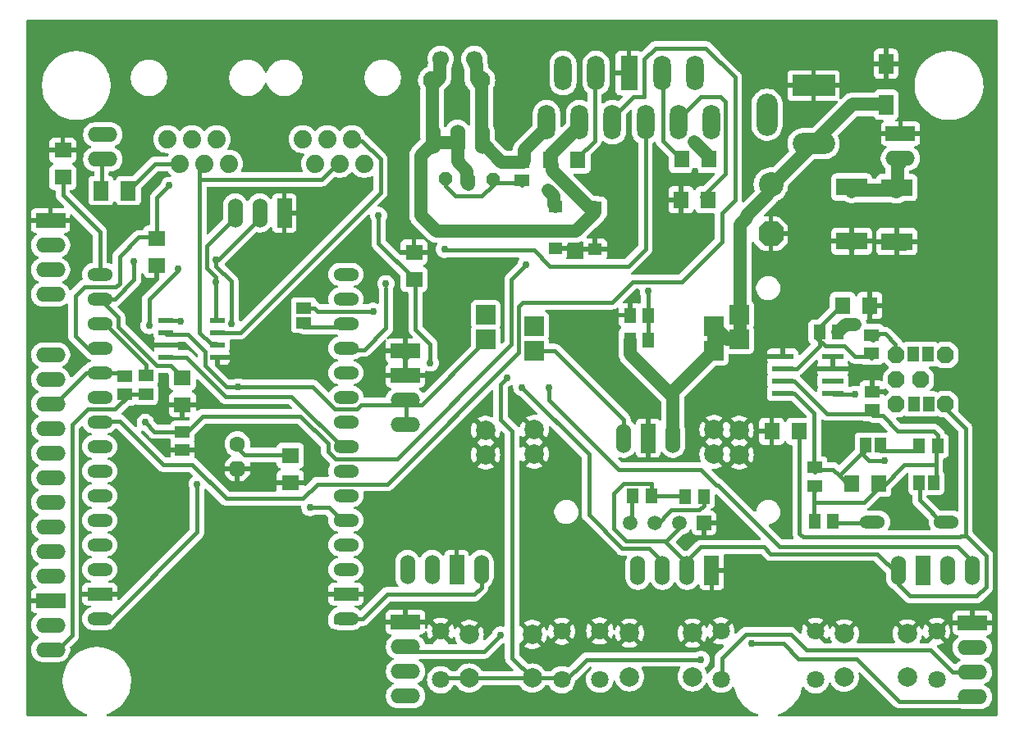
<source format=gbl>
G04 #@! TF.GenerationSoftware,KiCad,Pcbnew,8.0.4*
G04 #@! TF.CreationDate,2024-08-22T17:22:31+02:00*
G04 #@! TF.ProjectId,CENTRALE,43454e54-5241-44c4-952e-6b696361645f,rev?*
G04 #@! TF.SameCoordinates,Original*
G04 #@! TF.FileFunction,Copper,L2,Bot*
G04 #@! TF.FilePolarity,Positive*
%FSLAX46Y46*%
G04 Gerber Fmt 4.6, Leading zero omitted, Abs format (unit mm)*
G04 Created by KiCad (PCBNEW 8.0.4) date 2024-08-22 17:22:31*
%MOMM*%
%LPD*%
G01*
G04 APERTURE LIST*
G04 Aperture macros list*
%AMOutline5P*
0 Free polygon, 5 corners , with rotation*
0 The origin of the aperture is its center*
0 number of corners: always 5*
0 $1 to $10 corner X, Y*
0 $11 Rotation angle, in degrees counterclockwise*
0 create outline with 5 corners*
4,1,5,$1,$2,$3,$4,$5,$6,$7,$8,$9,$10,$1,$2,$11*%
%AMOutline6P*
0 Free polygon, 6 corners , with rotation*
0 The origin of the aperture is its center*
0 number of corners: always 6*
0 $1 to $12 corner X, Y*
0 $13 Rotation angle, in degrees counterclockwise*
0 create outline with 6 corners*
4,1,6,$1,$2,$3,$4,$5,$6,$7,$8,$9,$10,$11,$12,$1,$2,$13*%
%AMOutline7P*
0 Free polygon, 7 corners , with rotation*
0 The origin of the aperture is its center*
0 number of corners: always 7*
0 $1 to $14 corner X, Y*
0 $15 Rotation angle, in degrees counterclockwise*
0 create outline with 7 corners*
4,1,7,$1,$2,$3,$4,$5,$6,$7,$8,$9,$10,$11,$12,$13,$14,$1,$2,$15*%
%AMOutline8P*
0 Free polygon, 8 corners , with rotation*
0 The origin of the aperture is its center*
0 number of corners: always 8*
0 $1 to $16 corner X, Y*
0 $17 Rotation angle, in degrees counterclockwise*
0 create outline with 8 corners*
4,1,8,$1,$2,$3,$4,$5,$6,$7,$8,$9,$10,$11,$12,$13,$14,$15,$16,$1,$2,$17*%
G04 Aperture macros list end*
G04 #@! TA.AperFunction,ComponentPad*
%ADD10C,1.800000*%
G04 #@! TD*
G04 #@! TA.AperFunction,ComponentPad*
%ADD11O,3.048000X1.524000*%
G04 #@! TD*
G04 #@! TA.AperFunction,ComponentPad*
%ADD12R,3.048000X1.524000*%
G04 #@! TD*
G04 #@! TA.AperFunction,ComponentPad*
%ADD13O,2.641600X1.320800*%
G04 #@! TD*
G04 #@! TA.AperFunction,ComponentPad*
%ADD14R,2.641600X1.320800*%
G04 #@! TD*
G04 #@! TA.AperFunction,ComponentPad*
%ADD15R,4.368800X2.184400*%
G04 #@! TD*
G04 #@! TA.AperFunction,ComponentPad*
%ADD16O,2.184400X4.368800*%
G04 #@! TD*
G04 #@! TA.AperFunction,ComponentPad*
%ADD17O,4.368800X2.184400*%
G04 #@! TD*
G04 #@! TA.AperFunction,ComponentPad*
%ADD18Outline8P,-0.660400X0.330200X-0.330200X0.660400X0.330200X0.660400X0.660400X0.330200X0.660400X-0.330200X0.330200X-0.660400X-0.330200X-0.660400X-0.660400X-0.330200X180.000000*%
G04 #@! TD*
G04 #@! TA.AperFunction,ComponentPad*
%ADD19C,1.600200*%
G04 #@! TD*
G04 #@! TA.AperFunction,ComponentPad*
%ADD20Outline8P,-0.800100X0.400050X-0.400050X0.800100X0.400050X0.800100X0.800100X0.400050X0.800100X-0.400050X0.400050X-0.800100X-0.400050X-0.800100X-0.800100X-0.400050X270.000000*%
G04 #@! TD*
G04 #@! TA.AperFunction,ComponentPad*
%ADD21C,1.700000*%
G04 #@! TD*
G04 #@! TA.AperFunction,ComponentPad*
%ADD22Outline8P,-0.838200X0.419100X-0.419100X0.838200X0.419100X0.838200X0.838200X0.419100X0.838200X-0.419100X0.419100X-0.838200X-0.419100X-0.838200X-0.838200X-0.419100X270.000000*%
G04 #@! TD*
G04 #@! TA.AperFunction,ComponentPad*
%ADD23Outline8P,-0.660400X0.330200X-0.330200X0.660400X0.330200X0.660400X0.660400X0.330200X0.660400X-0.330200X0.330200X-0.660400X-0.330200X-0.660400X-0.660400X-0.330200X0.000000*%
G04 #@! TD*
G04 #@! TA.AperFunction,ComponentPad*
%ADD24R,2.000000X2.000000*%
G04 #@! TD*
G04 #@! TA.AperFunction,ComponentPad*
%ADD25C,2.000000*%
G04 #@! TD*
G04 #@! TA.AperFunction,ComponentPad*
%ADD26C,2.540000*%
G04 #@! TD*
G04 #@! TA.AperFunction,ComponentPad*
%ADD27Outline8P,-1.270000X0.635000X-0.635000X1.270000X0.635000X1.270000X1.270000X0.635000X1.270000X-0.635000X0.635000X-1.270000X-0.635000X-1.270000X-1.270000X-0.635000X270.000000*%
G04 #@! TD*
G04 #@! TA.AperFunction,ComponentPad*
%ADD28C,1.879600*%
G04 #@! TD*
G04 #@! TA.AperFunction,ComponentPad*
%ADD29O,1.524000X3.048000*%
G04 #@! TD*
G04 #@! TA.AperFunction,ComponentPad*
%ADD30R,1.524000X3.048000*%
G04 #@! TD*
G04 #@! TA.AperFunction,ComponentPad*
%ADD31O,1.800000X3.600000*%
G04 #@! TD*
G04 #@! TA.AperFunction,ComponentPad*
%ADD32R,1.800000X3.600000*%
G04 #@! TD*
G04 #@! TA.AperFunction,ComponentPad*
%ADD33R,1.508000X1.508000*%
G04 #@! TD*
G04 #@! TA.AperFunction,ComponentPad*
%ADD34C,1.508000*%
G04 #@! TD*
G04 #@! TA.AperFunction,ComponentPad*
%ADD35C,1.950000*%
G04 #@! TD*
G04 #@! TA.AperFunction,SMDPad,CuDef*
%ADD36R,1.600000X1.800000*%
G04 #@! TD*
G04 #@! TA.AperFunction,SMDPad,CuDef*
%ADD37R,1.600000X2.000000*%
G04 #@! TD*
G04 #@! TA.AperFunction,SMDPad,CuDef*
%ADD38R,1.500000X1.300000*%
G04 #@! TD*
G04 #@! TA.AperFunction,SMDPad,CuDef*
%ADD39R,1.168400X1.600200*%
G04 #@! TD*
G04 #@! TA.AperFunction,SMDPad,CuDef*
%ADD40R,1.300000X1.500000*%
G04 #@! TD*
G04 #@! TA.AperFunction,SMDPad,CuDef*
%ADD41R,3.200000X1.800000*%
G04 #@! TD*
G04 #@! TA.AperFunction,SMDPad,CuDef*
%ADD42R,1.470000X1.270000*%
G04 #@! TD*
G04 #@! TA.AperFunction,SMDPad,CuDef*
%ADD43R,1.600200X1.168400*%
G04 #@! TD*
G04 #@! TA.AperFunction,SMDPad,CuDef*
%ADD44R,1.500000X0.600000*%
G04 #@! TD*
G04 #@! TA.AperFunction,SMDPad,CuDef*
%ADD45R,1.800000X1.600000*%
G04 #@! TD*
G04 #@! TA.AperFunction,SMDPad,CuDef*
%ADD46R,2.200000X0.600000*%
G04 #@! TD*
G04 #@! TA.AperFunction,SMDPad,CuDef*
%ADD47R,1.500000X2.120000*%
G04 #@! TD*
G04 #@! TA.AperFunction,ViaPad*
%ADD48C,0.756400*%
G04 #@! TD*
G04 #@! TA.AperFunction,Conductor*
%ADD49C,0.457200*%
G04 #@! TD*
G04 #@! TA.AperFunction,Conductor*
%ADD50C,0.250000*%
G04 #@! TD*
G04 #@! TA.AperFunction,Conductor*
%ADD51C,1.371600*%
G04 #@! TD*
G04 #@! TA.AperFunction,Conductor*
%ADD52C,0.914400*%
G04 #@! TD*
G04 APERTURE END LIST*
D10*
X157552443Y-131675491D03*
X170052443Y-131675491D03*
X157552443Y-136675491D03*
X170052443Y-136675491D03*
X141134134Y-131720000D03*
X153634134Y-131720000D03*
X141134134Y-136720000D03*
X153634134Y-136720000D03*
D11*
X188587106Y-82854891D03*
D12*
X188587106Y-80314891D03*
D11*
X137487234Y-110364094D03*
X137487234Y-107824094D03*
D12*
X137487234Y-105284094D03*
X137487234Y-102744094D03*
X196003243Y-130868219D03*
D11*
X196003243Y-133408219D03*
X196003243Y-135948219D03*
X196003243Y-138488219D03*
D13*
X131356100Y-130410000D03*
X105956100Y-130410000D03*
X105956100Y-94850000D03*
D14*
X131356100Y-127870000D03*
X105956100Y-127870000D03*
D13*
X131356100Y-122790000D03*
X131356100Y-120250000D03*
X131356100Y-112630000D03*
X105956100Y-122790000D03*
X105956100Y-125330000D03*
X105956100Y-120250000D03*
X131356100Y-125330000D03*
X131356100Y-117710000D03*
X131356100Y-115170000D03*
X131356100Y-110090000D03*
X131356100Y-107550000D03*
X131356100Y-105010000D03*
X131356100Y-97390000D03*
X131356100Y-94850000D03*
X105956100Y-112630000D03*
X105956100Y-115170000D03*
X105956100Y-117710000D03*
X105956100Y-107550000D03*
X105956100Y-110090000D03*
X105956100Y-102470000D03*
X105956100Y-105010000D03*
X105956100Y-97390000D03*
X105956100Y-99930000D03*
X131356100Y-102470000D03*
X131356100Y-99930000D03*
D15*
X179616100Y-75343522D03*
D16*
X174816100Y-78343522D03*
D17*
X179616100Y-81343522D03*
D18*
X146588500Y-85054319D03*
X144048500Y-85054319D03*
D13*
X193310137Y-120414672D03*
X185690137Y-120414672D03*
D10*
X179822946Y-131720000D03*
X192322946Y-131720000D03*
X179822946Y-136720000D03*
X192322946Y-136720000D03*
D19*
X120168403Y-112368154D03*
D20*
X120168403Y-114908154D03*
D21*
X144631940Y-72580816D03*
X141131940Y-72580816D03*
D22*
X188152243Y-103177500D03*
X188152243Y-105717500D03*
X188152243Y-108257500D03*
X193232243Y-103177500D03*
X190692243Y-105717500D03*
X193232243Y-108257500D03*
D11*
X100876100Y-133620757D03*
X100876100Y-131080757D03*
D12*
X100876100Y-128540757D03*
D11*
X100876100Y-126000757D03*
X100876100Y-123460757D03*
X100876100Y-120920757D03*
X100876100Y-118380757D03*
X100876100Y-115840757D03*
X100876100Y-113300757D03*
X100876100Y-110760757D03*
X100876100Y-108220757D03*
X100876100Y-105680757D03*
X100876100Y-103140757D03*
D23*
X139086431Y-84920313D03*
X141626431Y-84920313D03*
D24*
X171948675Y-101543579D03*
X171948675Y-99003579D03*
D25*
X171948675Y-113481579D03*
X171948675Y-110941579D03*
D24*
X145786675Y-101543579D03*
X145786675Y-99003579D03*
D25*
X145786675Y-113481579D03*
X145786675Y-110941579D03*
D26*
X175212265Y-85583235D03*
D27*
X175212265Y-90663235D03*
D28*
X119291100Y-83423522D03*
X118021100Y-80883522D03*
X116751100Y-83423522D03*
X115481100Y-80883522D03*
X114211100Y-83423522D03*
X112941100Y-80883522D03*
D25*
X182787754Y-131970493D03*
X189287754Y-131970493D03*
X182787754Y-136470493D03*
X189287754Y-136470493D03*
D29*
X119926100Y-88500000D03*
X122466100Y-88500000D03*
D30*
X125006100Y-88500000D03*
D12*
X100876100Y-89297522D03*
D11*
X100876100Y-91837522D03*
X100876100Y-94377522D03*
X100876100Y-96917522D03*
D31*
X152066100Y-79137522D03*
X153766100Y-74057522D03*
X155466100Y-79137522D03*
X157166100Y-74057522D03*
X158866100Y-79137522D03*
D32*
X160566100Y-74057522D03*
D31*
X162266100Y-79137522D03*
X163966100Y-74057522D03*
X165666100Y-79137522D03*
X167366100Y-74057522D03*
X169066100Y-79137522D03*
D24*
X169344393Y-102737785D03*
X169344393Y-100197785D03*
D25*
X169344393Y-113405785D03*
X169344393Y-110865785D03*
D24*
X150802393Y-102737785D03*
X150802393Y-100197785D03*
D25*
X150802393Y-113405785D03*
X150802393Y-110865785D03*
D29*
X188385893Y-125452275D03*
D30*
X190925893Y-125452275D03*
D29*
X193465893Y-125452275D03*
X196005893Y-125452275D03*
X145326100Y-125330000D03*
D30*
X142786100Y-125330000D03*
D29*
X140246100Y-125330000D03*
X137706100Y-125330000D03*
D28*
X133261100Y-83423522D03*
X131991100Y-80883522D03*
X130721100Y-83423522D03*
X129451100Y-80883522D03*
X128181100Y-83423522D03*
X126911100Y-80883522D03*
D11*
X106272871Y-82947522D03*
X106272871Y-80407522D03*
D33*
X168328815Y-120527238D03*
D34*
X165788815Y-120527238D03*
X163248815Y-120527238D03*
X160708815Y-120527238D03*
D25*
X160627348Y-131907538D03*
X167127348Y-131907538D03*
X160627348Y-136407538D03*
X167127348Y-136407538D03*
D29*
X140341937Y-80858207D03*
X142881937Y-80858207D03*
X145421937Y-80858207D03*
D35*
X145286100Y-74806291D03*
X140286100Y-74806291D03*
D29*
X161493034Y-125411338D03*
X164033034Y-125411338D03*
X166573034Y-125411338D03*
D30*
X169113034Y-125411338D03*
D25*
X144093696Y-132049854D03*
X150593696Y-132049854D03*
X144093696Y-136549854D03*
X150593696Y-136549854D03*
D12*
X137518646Y-130778588D03*
D11*
X137518646Y-133318588D03*
X137518646Y-135858588D03*
X137518646Y-138398588D03*
D29*
X160020000Y-111760000D03*
D30*
X162560000Y-111760000D03*
D29*
X165100000Y-111760000D03*
D36*
X155289790Y-83002519D03*
X152489790Y-83002519D03*
D37*
X106100043Y-86195350D03*
X108900043Y-86195350D03*
D38*
X179771512Y-114801760D03*
X179771512Y-116701760D03*
D39*
X191484975Y-108238985D03*
X189960975Y-108238985D03*
D38*
X108500000Y-105325297D03*
X108500000Y-107225297D03*
D40*
X182113612Y-100801225D03*
X180213612Y-100801225D03*
D41*
X183552093Y-91413747D03*
X183552093Y-85813747D03*
D38*
X149508071Y-85133829D03*
X149508071Y-83233829D03*
X110709944Y-105300243D03*
X110709944Y-107200243D03*
D36*
X175299406Y-111061338D03*
X178099406Y-111061338D03*
X185414259Y-98079794D03*
X182614259Y-98079794D03*
D39*
X192015350Y-116344582D03*
X190491350Y-116344582D03*
D42*
X157063737Y-92265129D03*
X157063737Y-87965129D03*
D36*
X186334734Y-116431269D03*
X183534734Y-116431269D03*
X165999943Y-82946682D03*
X168799943Y-82946682D03*
D40*
X190510262Y-112581413D03*
X192410262Y-112581413D03*
D36*
X165940982Y-87137240D03*
X168740982Y-87137240D03*
D39*
X191421346Y-103079913D03*
X189897346Y-103079913D03*
D38*
X114500000Y-113000000D03*
X114500000Y-111100000D03*
D43*
X127000000Y-99822000D03*
X127000000Y-98298000D03*
D44*
X112797100Y-103401638D03*
X112797100Y-102131638D03*
X112797100Y-100861638D03*
X112797100Y-99591638D03*
X118097100Y-99591638D03*
X118097100Y-100861638D03*
X118097100Y-102131638D03*
X118097100Y-103401638D03*
D41*
X188199653Y-91468250D03*
X188199653Y-85868250D03*
D45*
X111871887Y-93899225D03*
X111871887Y-91099225D03*
X138385334Y-92553788D03*
X138385334Y-95353788D03*
X125610640Y-113559397D03*
X125610640Y-116359397D03*
D46*
X176413796Y-107120872D03*
X176413796Y-105850872D03*
X176413796Y-104580872D03*
X176413796Y-103310872D03*
X181613796Y-103310872D03*
X181613796Y-104580872D03*
X181613796Y-105850872D03*
X181613796Y-107120872D03*
D40*
X162874081Y-117759250D03*
X160974081Y-117759250D03*
X160660000Y-99060000D03*
X162560000Y-99060000D03*
D47*
X187089204Y-73094271D03*
X187089204Y-77324271D03*
D45*
X114500000Y-108300000D03*
X114500000Y-105500000D03*
D39*
X186476565Y-112488969D03*
X184952565Y-112488969D03*
D40*
X181599562Y-120352054D03*
X179699562Y-120352054D03*
D45*
X102146100Y-84820000D03*
X102146100Y-82020000D03*
D42*
X152973528Y-92152594D03*
X152973528Y-87852594D03*
D40*
X166377696Y-117786360D03*
X168277696Y-117786360D03*
D38*
X185632687Y-106944422D03*
X185632687Y-108844422D03*
D40*
X162560000Y-101600000D03*
X160660000Y-101600000D03*
D38*
X185615787Y-103005182D03*
X185615787Y-101105182D03*
D48*
X111060070Y-100148413D03*
X141532787Y-92246910D03*
X114020727Y-94259273D03*
X152247600Y-86182000D03*
X167297100Y-81134000D03*
X183870600Y-99993500D03*
X101000000Y-100000000D03*
X165100000Y-93980000D03*
X185500000Y-105000000D03*
X117500000Y-113000000D03*
X111500000Y-117500000D03*
X133080119Y-90564063D03*
X109220000Y-109220000D03*
X154000000Y-124000000D03*
X136845981Y-90075141D03*
X109220000Y-99411600D03*
X154500000Y-114000000D03*
X117010952Y-107676369D03*
X117500000Y-89500000D03*
X171141128Y-120911798D03*
X129540000Y-88900000D03*
X167419176Y-84206123D03*
X188500000Y-70500000D03*
X124460000Y-121920000D03*
X100500000Y-138500000D03*
X114437179Y-102217743D03*
X176500000Y-127500000D03*
X194000000Y-114500000D03*
X103500000Y-93000000D03*
X125000000Y-102500000D03*
X181500000Y-111500000D03*
X164500000Y-132500000D03*
X159105600Y-86277500D03*
X116000000Y-128000000D03*
X142445540Y-112537155D03*
X179500000Y-106000000D03*
X173500000Y-73500000D03*
X142240000Y-96414900D03*
X156000000Y-101600000D03*
X188000000Y-118000000D03*
X120243600Y-106470500D03*
X116000000Y-116500000D03*
X114300000Y-99707500D03*
X127673100Y-118948000D03*
X173202600Y-132950000D03*
X148000000Y-105500000D03*
X168014600Y-134620000D03*
X147320000Y-132080000D03*
X183870600Y-107232500D03*
X140055600Y-103994000D03*
X134733800Y-88766200D03*
X117957600Y-95612000D03*
X149500000Y-106511400D03*
X162560000Y-96520000D03*
X113147822Y-85658722D03*
X110656541Y-110147924D03*
X149970253Y-93818250D03*
X119528464Y-99938900D03*
X117957600Y-93326000D03*
X109500000Y-93500000D03*
X186918600Y-114090500D03*
X135483600Y-95802500D03*
X152335793Y-106511400D03*
X134150100Y-98660000D03*
D49*
X160252780Y-93980000D02*
X160485559Y-93980000D01*
X114020727Y-94259273D02*
X114020727Y-94469282D01*
X111060070Y-97429939D02*
X111060070Y-100148413D01*
X162266100Y-92199459D02*
X162266100Y-79137522D01*
D50*
X162266100Y-79137522D02*
X162005200Y-79398422D01*
D49*
X160485559Y-93980000D02*
X162266100Y-92199459D01*
X152400000Y-93980000D02*
X160020000Y-93980000D01*
X114020727Y-94469282D02*
X111060070Y-97429939D01*
X141532787Y-92246910D02*
X141652928Y-92367051D01*
X150787051Y-92367051D02*
X152400000Y-93980000D01*
X162266100Y-79613522D02*
X162153600Y-79705000D01*
X141652928Y-92367051D02*
X150787051Y-92367051D01*
X155295600Y-83324500D02*
X155289790Y-83478519D01*
X157010100Y-74561500D02*
X157166100Y-74533522D01*
X157010100Y-74561500D02*
X157010100Y-81038500D01*
X155295600Y-82753000D02*
X155295600Y-83324500D01*
X157010100Y-81038500D02*
X155295600Y-82753000D01*
X164058600Y-74561500D02*
X164058600Y-81038500D01*
X164058600Y-81038500D02*
X165963600Y-82943500D01*
X165963600Y-82943500D02*
X165963600Y-83324500D01*
X164058600Y-74561500D02*
X163966100Y-74533522D01*
X165963600Y-83324500D02*
X165999943Y-83422682D01*
D51*
X167297100Y-81134000D02*
X168630600Y-82467500D01*
X145421937Y-81334207D02*
X145580100Y-81419500D01*
X145389600Y-80657500D02*
X145421937Y-81334207D01*
X144818100Y-74752000D02*
X144818100Y-73228000D01*
X149771100Y-81991000D02*
X152057100Y-79705000D01*
X145580100Y-81419500D02*
X147394429Y-83233829D01*
X145199100Y-75133000D02*
X144818100Y-74752000D01*
X149771100Y-83134000D02*
X149771100Y-81991000D01*
X152819100Y-86753500D02*
X152819100Y-87706000D01*
X152819100Y-87706000D02*
X152973528Y-87852594D01*
X152057100Y-79705000D02*
X152066100Y-79613522D01*
X145389600Y-75323500D02*
X145389600Y-80657500D01*
X152247600Y-86182000D02*
X152819100Y-86753500D01*
X144818100Y-73228000D02*
X144631940Y-73056816D01*
X147394429Y-83233829D02*
X149671271Y-83233829D01*
X145286100Y-75282291D02*
X145389600Y-75323500D01*
X149671271Y-83233829D02*
X149771100Y-83134000D01*
D49*
X170535600Y-84467500D02*
X168249600Y-86753500D01*
X165666100Y-79613522D02*
X165773100Y-79514500D01*
X165773100Y-79514500D02*
X165773100Y-78726900D01*
X170535600Y-77035600D02*
X170535600Y-84467500D01*
X168249600Y-86753500D02*
X168067759Y-86841935D01*
X165773100Y-78726900D02*
X168000000Y-76500000D01*
X170000000Y-76500000D02*
X170535600Y-77035600D01*
X168000000Y-76500000D02*
X170000000Y-76500000D01*
D51*
X182921337Y-99993500D02*
X182113612Y-100801225D01*
X183870600Y-99993500D02*
X182921337Y-99993500D01*
X187680600Y-86182000D02*
X183680100Y-86182000D01*
X188252100Y-86182000D02*
X188199653Y-86344250D01*
X187680600Y-86182000D02*
X188199653Y-86344250D01*
X188252100Y-83705500D02*
X188252100Y-86182000D01*
X188442600Y-83515000D02*
X188252100Y-83705500D01*
X183680100Y-86182000D02*
X183552093Y-86289747D01*
X188442600Y-83515000D02*
X188587106Y-83330891D01*
D52*
X175298100Y-91325500D02*
X175212265Y-91139235D01*
X157200600Y-92087500D02*
X157063737Y-92265129D01*
X185500000Y-98470053D02*
X185414259Y-98555794D01*
X188199653Y-91944250D02*
X189055750Y-91944250D01*
X137388600Y-103136500D02*
X137487234Y-103220094D01*
X152819100Y-92087500D02*
X152973528Y-92152594D01*
X183108600Y-91706500D02*
X183552093Y-91889747D01*
D49*
X116000000Y-116500000D02*
X116000000Y-121477100D01*
X116813700Y-104278600D02*
X116813700Y-102813700D01*
X107067100Y-130410000D02*
X105956100Y-130410000D01*
X160020000Y-109867957D02*
X160020000Y-111760000D01*
X137579100Y-108470500D02*
X137579100Y-110756500D01*
X150802393Y-102737785D02*
X152889828Y-102737785D01*
X139199906Y-108300094D02*
X132954694Y-108300094D01*
X152889828Y-102737785D02*
X160020000Y-109867957D01*
X132954694Y-108300094D02*
X132510988Y-108743800D01*
X120891600Y-113500000D02*
X125075243Y-113500000D01*
X116000000Y-121477100D02*
X107067100Y-130410000D01*
X116813700Y-102813700D02*
X115041000Y-101041000D01*
X120168403Y-112844154D02*
X120243600Y-112852000D01*
X145770600Y-102184000D02*
X145316000Y-102184000D01*
X112814100Y-101041000D02*
X112797100Y-100861638D01*
X119005600Y-106470500D02*
X116813700Y-104278600D01*
X105956100Y-130886000D02*
X105566225Y-130886000D01*
X120243600Y-112852000D02*
X120891600Y-113500000D01*
X130201212Y-108743800D02*
X127927912Y-106470500D01*
X132510988Y-108743800D02*
X130201212Y-108743800D01*
X145316000Y-102184000D02*
X139199906Y-108300094D01*
X120243600Y-106470500D02*
X119005600Y-106470500D01*
X115041000Y-101041000D02*
X112814100Y-101041000D01*
X127927912Y-106470500D02*
X120243600Y-106470500D01*
X145786675Y-102019579D02*
X145770600Y-102184000D01*
X125075243Y-113500000D02*
X125610640Y-114035397D01*
X181937737Y-98632129D02*
X182614259Y-98555794D01*
X180213612Y-101277225D02*
X180030256Y-101450710D01*
X180213612Y-101277225D02*
X180213612Y-102221488D01*
X185585100Y-103327000D02*
X185615787Y-103481182D01*
X182821099Y-102239799D02*
X183908300Y-103327000D01*
X180251100Y-101231500D02*
X180213612Y-101277225D01*
X180030256Y-101450710D02*
X180819345Y-102239799D01*
X177854228Y-104580872D02*
X176413796Y-104580872D01*
X180213612Y-102221488D02*
X177854228Y-104580872D01*
X180251100Y-100318766D02*
X180251100Y-101231500D01*
X183908300Y-103327000D02*
X185585100Y-103327000D01*
X181937737Y-98632129D02*
X180251100Y-100318766D01*
X180819345Y-102239799D02*
X182821099Y-102239799D01*
X116243100Y-85039000D02*
X128816100Y-85039000D01*
X130340100Y-83515000D02*
X130721100Y-83515000D01*
X116624100Y-83515000D02*
X116243100Y-83896000D01*
X116243100Y-85039000D02*
X116243100Y-100850500D01*
X116243100Y-100850500D02*
X117386100Y-101993500D01*
X117957600Y-101993500D02*
X118097100Y-102131638D01*
X130721100Y-83515000D02*
X130721100Y-83423522D01*
X116243100Y-83896000D02*
X116243100Y-85039000D01*
X128816100Y-85039000D02*
X130340100Y-83515000D01*
X106685100Y-80500000D02*
X106337100Y-80848000D01*
X117386100Y-101993500D02*
X117957600Y-101993500D01*
X116624100Y-83515000D02*
X116751100Y-83423522D01*
X131356100Y-113106000D02*
X125750100Y-107500000D01*
X118957470Y-107500000D02*
X114859108Y-103401638D01*
X125750100Y-107500000D02*
X118957470Y-107500000D01*
X114859108Y-103401638D02*
X112797100Y-103401638D01*
X114184138Y-99591638D02*
X112797100Y-99591638D01*
X129578100Y-118948000D02*
X127673100Y-118948000D01*
X114300000Y-99707500D02*
X114184138Y-99591638D01*
X131356100Y-120726000D02*
X129578100Y-118948000D01*
X150593696Y-136549854D02*
X141780280Y-136549854D01*
X147320000Y-106180000D02*
X147320000Y-109820000D01*
X153275954Y-136549854D02*
X150593696Y-136549854D01*
X147320000Y-109820000D02*
X148500000Y-111000000D01*
X184091203Y-134569000D02*
X188472703Y-138950500D01*
X188472703Y-138950500D02*
X195872100Y-138950500D01*
X150593696Y-136549854D02*
X148492355Y-134448513D01*
X195872100Y-138950500D02*
X196003243Y-138964219D01*
X156197100Y-134620000D02*
X153771600Y-137045500D01*
X173202600Y-132950000D02*
X173252600Y-133000000D01*
X148500000Y-134456158D02*
X150593696Y-136549854D01*
X148000000Y-105500000D02*
X147320000Y-106180000D01*
X178076550Y-134569000D02*
X184091203Y-134569000D01*
X173252600Y-133000000D02*
X176507550Y-133000000D01*
X153771600Y-137045500D02*
X153275954Y-136549854D01*
X168014600Y-134620000D02*
X156197100Y-134620000D01*
X141780280Y-136549854D02*
X141134134Y-137196000D01*
X176507550Y-133000000D02*
X178076550Y-134569000D01*
X148500000Y-111000000D02*
X148500000Y-134456158D01*
X147320000Y-132080000D02*
X145600756Y-133799244D01*
X145600756Y-133799244D02*
X137523302Y-133799244D01*
X137523302Y-133799244D02*
X137518646Y-133794588D01*
X178155600Y-121615000D02*
X178155600Y-111709000D01*
X164439600Y-122567500D02*
X164439600Y-122377000D01*
X133090000Y-130410000D02*
X131356100Y-130410000D01*
X162874081Y-117759250D02*
X165874586Y-117759250D01*
X159000000Y-121128400D02*
X159000000Y-117500000D01*
X160024150Y-116475850D02*
X162874081Y-116475850D01*
X166535100Y-125806000D02*
X166535100Y-124663000D01*
X194824350Y-121900750D02*
X195400750Y-121900750D01*
X103098600Y-110401400D02*
X104709840Y-108790160D01*
X103098600Y-132092500D02*
X103098600Y-110401400D01*
X168000000Y-123000000D02*
X166725600Y-124274400D01*
X164439600Y-122377000D02*
X160248600Y-122377000D01*
X117005100Y-91897000D02*
X119926100Y-88976000D01*
X195300600Y-110756500D02*
X195300600Y-121900750D01*
X145326100Y-127173900D02*
X144598500Y-127901500D01*
X138385334Y-95751234D02*
X138385334Y-95320588D01*
X194824350Y-121900750D02*
X194725100Y-122000000D01*
X134733800Y-91669054D02*
X134733800Y-88766200D01*
X188252100Y-125806000D02*
X186156600Y-123710500D01*
X188385893Y-126885893D02*
X188385893Y-125928275D01*
X166725600Y-124274400D02*
X166725600Y-124663000D01*
X101003100Y-134188000D02*
X103098600Y-132092500D01*
X193395600Y-108851500D02*
X195300600Y-110756500D01*
X104709840Y-108790160D02*
X107541440Y-108790160D01*
X135598500Y-127901500D02*
X133090000Y-130410000D01*
X195300600Y-121900750D02*
X194824350Y-121900750D01*
X183870600Y-107232500D02*
X181725424Y-107232500D01*
X178540600Y-122000000D02*
X178155600Y-121615000D01*
X189592000Y-128092000D02*
X188385893Y-126885893D01*
X165874586Y-117759250D02*
X166377696Y-118262360D01*
X197396100Y-127139500D02*
X196443600Y-128092000D01*
X186156600Y-123710500D02*
X175210500Y-123710500D01*
X175210500Y-123710500D02*
X174500000Y-123000000D01*
X196443600Y-128092000D02*
X189592000Y-128092000D01*
X181725424Y-107232500D02*
X181613796Y-107120872D01*
X107541440Y-108790160D02*
X109131357Y-107200243D01*
X100876100Y-134096757D02*
X101003100Y-134188000D01*
X178155600Y-111709000D02*
X178099406Y-111537338D01*
X160248600Y-122377000D02*
X159000000Y-121128400D01*
X194725100Y-122000000D02*
X178540600Y-122000000D01*
X117957600Y-95135500D02*
X117005100Y-94183000D01*
X117005100Y-94183000D02*
X117005100Y-91897000D01*
X195400750Y-121900750D02*
X197396100Y-123896100D01*
X117957600Y-99452138D02*
X118097100Y-99591638D01*
X140055600Y-103994000D02*
X140055600Y-102055600D01*
X130259000Y-130759000D02*
X131292600Y-130759000D01*
X166535100Y-124663000D02*
X164439600Y-122567500D01*
X174500000Y-123000000D02*
X168000000Y-123000000D01*
X140055600Y-102055600D02*
X138531600Y-100531600D01*
X193232243Y-108733500D02*
X193395600Y-108851500D01*
X165773100Y-121043500D02*
X164439600Y-122377000D01*
X159000000Y-117500000D02*
X160024150Y-116475850D01*
X166725600Y-124663000D02*
X166573034Y-125887338D01*
X138531600Y-95897500D02*
X138385334Y-95751234D01*
X162874081Y-116475850D02*
X162874081Y-117759250D01*
X144598500Y-127901500D02*
X135598500Y-127901500D01*
X197396100Y-123896100D02*
X197396100Y-127139500D01*
X138531600Y-100531600D02*
X138531600Y-95897500D01*
X138385334Y-95320588D02*
X134733800Y-91669054D01*
X117957600Y-95612000D02*
X117957600Y-99452138D01*
X166573034Y-125887338D02*
X166535100Y-125806000D01*
X109131357Y-107200243D02*
X110709944Y-107200243D01*
X117957600Y-95612000D02*
X117957600Y-95135500D01*
X165773100Y-121043500D02*
X165788815Y-121003238D01*
X145326100Y-125806000D02*
X145326100Y-127173900D01*
X131292600Y-130759000D02*
X131356100Y-130886000D01*
X188385893Y-125928275D02*
X188252100Y-125806000D01*
X160820100Y-118376500D02*
X160974081Y-118235250D01*
X160820100Y-120853000D02*
X160708815Y-121003238D01*
X160820100Y-120853000D02*
X160820100Y-118376500D01*
X149500000Y-106511400D02*
X149511400Y-106511400D01*
X164948039Y-119201561D02*
X167798439Y-119201561D01*
X149511400Y-106511400D02*
X156438600Y-113438600D01*
X156438600Y-119710000D02*
X159867600Y-123139000D01*
X163248815Y-121003238D02*
X163296600Y-120853000D01*
X168277696Y-118722304D02*
X168277696Y-118262360D01*
X162639000Y-123139000D02*
X164033034Y-124533034D01*
X167798439Y-119201561D02*
X168277696Y-118722304D01*
X159867600Y-123139000D02*
X162639000Y-123139000D01*
X163296600Y-120853000D02*
X164948039Y-119201561D01*
X164033034Y-124533034D02*
X164033034Y-125887338D01*
X156438600Y-113438600D02*
X156438600Y-119710000D01*
D51*
X165100000Y-111760000D02*
X165100000Y-107521200D01*
X171948675Y-101543579D02*
X170690187Y-101543579D01*
X172059600Y-101432654D02*
X171948675Y-101543579D01*
X169344393Y-102737785D02*
X165100000Y-106982178D01*
X179108100Y-81800500D02*
X175298100Y-85610500D01*
X175298100Y-85991500D02*
X175212265Y-86059235D01*
X172719200Y-89005010D02*
X172059600Y-89664610D01*
X172059600Y-89664610D02*
X172059600Y-101432654D01*
X160660000Y-103081200D02*
X160660000Y-101600000D01*
X175298100Y-85610500D02*
X175298100Y-85991500D01*
X179616100Y-81343522D02*
X179108100Y-81800500D01*
X165100000Y-106982178D02*
X165100000Y-111760000D01*
X165100000Y-107521200D02*
X160660000Y-103081200D01*
X179679600Y-81229000D02*
X183617282Y-77291318D01*
X179616100Y-81343522D02*
X179679600Y-81229000D01*
X172719200Y-88760900D02*
X172719200Y-89005010D01*
X175212265Y-86059235D02*
X174917100Y-86563000D01*
X170690187Y-101543579D02*
X169344393Y-100197785D01*
X183617282Y-77291318D02*
X187056251Y-77291318D01*
X174917100Y-86563000D02*
X172719200Y-88760900D01*
X187056251Y-77291318D02*
X187089204Y-77324271D01*
X169344393Y-100197785D02*
X169344393Y-102737785D01*
D49*
X162560000Y-96520000D02*
X162560000Y-101600000D01*
X113147822Y-85658722D02*
X113146878Y-85658722D01*
X107615910Y-96142690D02*
X108000000Y-95758600D01*
X111861600Y-91516000D02*
X111871887Y-91575225D01*
X110000000Y-91000000D02*
X111752088Y-91000000D01*
X105189934Y-102946000D02*
X103438406Y-101194472D01*
X108000000Y-95758600D02*
X108000000Y-93000000D01*
X108000000Y-93000000D02*
X110000000Y-91000000D01*
X103438406Y-101194472D02*
X103438406Y-97061594D01*
X103438406Y-97061594D02*
X104357310Y-96142690D01*
X111861600Y-91109512D02*
X111861600Y-86944000D01*
X105956100Y-102946000D02*
X105189934Y-102946000D01*
X113146878Y-85658722D02*
X111861600Y-86944000D01*
X111752088Y-91000000D02*
X111861600Y-91109512D01*
X104357310Y-96142690D02*
X107615910Y-96142690D01*
X111861600Y-86944000D02*
X111861600Y-91516000D01*
X106146600Y-83515000D02*
X106272871Y-83423522D01*
X106146600Y-83515000D02*
X106146600Y-86563000D01*
X106146600Y-86563000D02*
X106100043Y-86671350D01*
X148437600Y-102062400D02*
X148437600Y-95350903D01*
X114966800Y-111100000D02*
X116566800Y-109500000D01*
X126672470Y-109500000D02*
X129501900Y-112329430D01*
X136609117Y-113890883D02*
X148437600Y-102062400D01*
X110656541Y-110147924D02*
X111608617Y-111100000D01*
X116566800Y-109500000D02*
X126672470Y-109500000D01*
X129501900Y-113124488D02*
X130268295Y-113890883D01*
X114500000Y-111100000D02*
X114966800Y-111100000D01*
X111608617Y-111100000D02*
X114500000Y-111100000D01*
X130268295Y-113890883D02*
X136609117Y-113890883D01*
X148437600Y-95350903D02*
X149970253Y-93818250D01*
X129501900Y-112329430D02*
X129501900Y-113124488D01*
X112500000Y-114500000D02*
X108000000Y-110000000D01*
X158915100Y-79514500D02*
X158915100Y-78584900D01*
X162153600Y-72632450D02*
X163286050Y-71500000D01*
X128393800Y-116500000D02*
X126893800Y-118000000D01*
X135645600Y-116500000D02*
X128393800Y-116500000D01*
X170180000Y-91440000D02*
X166011600Y-95608400D01*
X108000000Y-110000000D02*
X106522100Y-110000000D01*
X115500000Y-114500000D02*
X112500000Y-114500000D01*
X160931600Y-95608400D02*
X158791162Y-97748838D01*
X158866100Y-79613522D02*
X158915100Y-79514500D01*
X158791162Y-97748838D02*
X149634262Y-97748838D01*
X170180000Y-88500000D02*
X170180000Y-91440000D01*
X149199600Y-98183500D02*
X149199600Y-102946000D01*
X161000000Y-76500000D02*
X162153600Y-76500000D01*
X149199600Y-102946000D02*
X135645600Y-116500000D01*
X163286050Y-71500000D02*
X168500000Y-71500000D01*
X162153600Y-76500000D02*
X162153600Y-72632450D01*
X119000000Y-118000000D02*
X115500000Y-114500000D01*
X171500000Y-74500000D02*
X171500000Y-87180000D01*
X171500000Y-87180000D02*
X170180000Y-88500000D01*
X168500000Y-71500000D02*
X171500000Y-74500000D01*
X126893800Y-118000000D02*
X119000000Y-118000000D01*
X158915100Y-78584900D02*
X161000000Y-76500000D01*
X166011600Y-95608400D02*
X160931600Y-95608400D01*
X149634262Y-97748838D02*
X149199600Y-98183500D01*
X170052443Y-137151491D02*
X170154600Y-137045500D01*
X170154600Y-137045500D02*
X170154600Y-134492950D01*
X191671787Y-133671787D02*
X193948219Y-135948219D01*
X172647550Y-132000000D02*
X177250000Y-132000000D01*
X178921787Y-133671787D02*
X191671787Y-133671787D01*
X170154600Y-134492950D02*
X172647550Y-132000000D01*
X195527243Y-135948219D02*
X196003243Y-136424219D01*
X193948219Y-135948219D02*
X195527243Y-135948219D01*
X177250000Y-132000000D02*
X178921787Y-133671787D01*
X114211100Y-83423522D02*
X111671871Y-83423522D01*
X133007100Y-81038500D02*
X134912100Y-82943500D01*
X134912100Y-86372500D02*
X120434100Y-100850500D01*
X118148100Y-100850500D02*
X118097100Y-100861638D01*
X134912100Y-82943500D02*
X134912100Y-86372500D01*
X120434100Y-100850500D02*
X118148100Y-100850500D01*
X111671871Y-83423522D02*
X108900043Y-86195350D01*
X109004100Y-86753500D02*
X108900043Y-86671350D01*
X132054600Y-81038500D02*
X133007100Y-81038500D01*
X132054600Y-81038500D02*
X131991100Y-80883522D01*
X192252600Y-113233000D02*
X192410262Y-113057413D01*
X192000000Y-111000000D02*
X188305100Y-111000000D01*
X192062100Y-116662000D02*
X192252600Y-116471500D01*
X186334734Y-116907269D02*
X186156600Y-117043000D01*
X185585100Y-109232500D02*
X181013100Y-109232500D01*
X179679600Y-120662500D02*
X179699562Y-120828054D01*
X185775600Y-109423000D02*
X185632687Y-109320422D01*
X177631472Y-105850872D02*
X176889796Y-105850872D01*
X179679600Y-117233500D02*
X179679600Y-118376500D01*
X185632687Y-109320422D02*
X185585100Y-109232500D01*
X192443100Y-111443100D02*
X192000000Y-111000000D01*
X186647500Y-116852500D02*
X186347100Y-116852500D01*
X188305100Y-111000000D02*
X186728100Y-109423000D01*
X192443100Y-112852000D02*
X192443100Y-111443100D01*
X179679600Y-118376500D02*
X179679600Y-120662500D01*
X192410262Y-113057413D02*
X192443100Y-112852000D01*
X186347100Y-116852500D02*
X186334734Y-116907269D01*
X192252600Y-116471500D02*
X192252600Y-115328500D01*
X179679600Y-117233500D02*
X179771512Y-117177760D01*
X192062100Y-116662000D02*
X192015350Y-116820582D01*
X192252600Y-115328500D02*
X192252600Y-113233000D01*
X186156600Y-117043000D02*
X184823100Y-118376500D01*
X192252600Y-114500000D02*
X189000000Y-114500000D01*
X181013100Y-109232500D02*
X177631472Y-105850872D01*
X189000000Y-114500000D02*
X186647500Y-116852500D01*
X184823100Y-118376500D02*
X179679600Y-118376500D01*
X186728100Y-109423000D02*
X185775600Y-109423000D01*
X113279500Y-104279500D02*
X114749631Y-105749631D01*
X107861100Y-100279000D02*
X111861600Y-104279500D01*
X109500000Y-93500000D02*
X109500000Y-95401600D01*
X105987600Y-97421500D02*
X107861100Y-99295000D01*
X111861600Y-104279500D02*
X113279500Y-104279500D01*
X193205100Y-120853000D02*
X193310137Y-120890672D01*
X190538100Y-116852500D02*
X190491350Y-116820582D01*
X184823100Y-113042500D02*
X184952565Y-112964969D01*
X179679600Y-109179600D02*
X177620872Y-107120872D01*
X193205100Y-120853000D02*
X190538100Y-118186000D01*
X107480100Y-97421500D02*
X105987600Y-97421500D01*
X182251350Y-115614250D02*
X181637100Y-115000000D01*
X118174000Y-93326000D02*
X122466100Y-89033900D01*
X122466100Y-89033900D02*
X122466100Y-88976000D01*
X180049272Y-115000000D02*
X179771512Y-115277760D01*
X109500000Y-95401600D02*
X107480100Y-97421500D01*
X185299600Y-114090500D02*
X186918600Y-114090500D01*
X183489600Y-116852500D02*
X182251350Y-115614250D01*
X184952565Y-112964969D02*
X184632600Y-113423500D01*
X107861100Y-99295000D02*
X107861100Y-100279000D01*
X181637100Y-115000000D02*
X180049272Y-115000000D01*
X179771512Y-115277760D02*
X179679600Y-115138000D01*
X184632600Y-113423500D02*
X185299600Y-114090500D01*
X183489600Y-116852500D02*
X183534734Y-116907269D01*
X179679600Y-115138000D02*
X179679600Y-109179600D01*
X177620872Y-107120872D02*
X176441100Y-107120872D01*
X117957600Y-93326000D02*
X118174000Y-93326000D01*
X182251350Y-115614250D02*
X184823100Y-113042500D01*
X119528464Y-95563364D02*
X117957600Y-93992500D01*
X190538100Y-118186000D02*
X190538100Y-116852500D01*
X117957600Y-93992500D02*
X117957600Y-93326000D01*
X119528464Y-99938900D02*
X119528464Y-95563364D01*
X159500000Y-115000000D02*
X167958136Y-115000000D01*
X133261100Y-102628500D02*
X131800600Y-102628500D01*
X135483600Y-96278500D02*
X135483600Y-100406000D01*
X131800600Y-102628500D02*
X131483100Y-102946000D01*
X167958136Y-115000000D02*
X169616215Y-116658079D01*
X196005893Y-124505893D02*
X196005893Y-125928275D01*
X152335793Y-106511400D02*
X152335793Y-107835793D01*
X194448500Y-122948500D02*
X196005893Y-124505893D01*
X152335793Y-107835793D02*
X159500000Y-115000000D01*
X176073500Y-122948500D02*
X194448500Y-122948500D01*
X131483100Y-102946000D02*
X131356100Y-102946000D01*
X169616215Y-116658079D02*
X169783079Y-116658079D01*
X169783079Y-116658079D02*
X176073500Y-122948500D01*
X135483600Y-100406000D02*
X133261100Y-102628500D01*
X131292600Y-100279000D02*
X127101600Y-100279000D01*
X131292600Y-100279000D02*
X131356100Y-100406000D01*
X127101600Y-100279000D02*
X127033275Y-100302804D01*
X131356100Y-123266000D02*
X131090100Y-123000000D01*
X105956100Y-95326000D02*
X105956100Y-90456100D01*
X102146100Y-86646100D02*
X102146100Y-85296000D01*
X105956100Y-90456100D02*
X102146100Y-86646100D01*
X104572857Y-105000000D02*
X100876100Y-108696757D01*
X108504271Y-105000000D02*
X104572857Y-105000000D01*
X110709944Y-104209944D02*
X110709944Y-105300243D01*
X105956100Y-100406000D02*
X105956100Y-99456100D01*
X105956100Y-99456100D02*
X110709944Y-104209944D01*
X187000000Y-101000000D02*
X186388100Y-101000000D01*
X185775600Y-101612500D02*
X185615787Y-101581182D01*
X186388100Y-101000000D02*
X185775600Y-101612500D01*
X188061600Y-103517500D02*
X188061600Y-102061600D01*
X188061600Y-102061600D02*
X187000000Y-101000000D01*
X188152243Y-103653500D02*
X188061600Y-103517500D01*
X185690137Y-120890672D02*
X185585100Y-120853000D01*
X185585100Y-120853000D02*
X185232100Y-120500000D01*
X181775100Y-120853000D02*
X181599562Y-120828054D01*
X182128100Y-120500000D02*
X181775100Y-120853000D01*
X185232100Y-120500000D02*
X182128100Y-120500000D01*
X145389600Y-86753500D02*
X146532600Y-85610500D01*
X142633500Y-86753500D02*
X145389600Y-86753500D01*
X146588500Y-85530319D02*
X146723100Y-85420000D01*
X146532600Y-85610500D02*
X146588500Y-85530319D01*
X141626431Y-85746431D02*
X142633500Y-86753500D01*
X146723100Y-85420000D02*
X149390100Y-85420000D01*
X141626431Y-85396313D02*
X141626431Y-85746431D01*
X149390100Y-85420000D02*
X149508071Y-85609829D01*
D51*
X150138104Y-90363270D02*
X140699820Y-90363270D01*
X142341600Y-81229000D02*
X142881937Y-81334207D01*
X157010100Y-87896500D02*
X157063737Y-87965129D01*
X140699820Y-90363270D02*
X139103100Y-88766550D01*
X152628600Y-84086500D02*
X152628600Y-83515000D01*
X152489790Y-82510210D02*
X155295000Y-79705000D01*
X139086431Y-85396313D02*
X139103100Y-85229500D01*
X139103100Y-85420000D02*
X139086431Y-85396313D01*
X142913100Y-83212338D02*
X143865600Y-84164838D01*
X156152850Y-87610750D02*
X156438600Y-87896500D01*
X156152850Y-87610750D02*
X152628600Y-84086500D01*
X139865100Y-81800500D02*
X140341937Y-81334207D01*
X150147834Y-90373000D02*
X150138104Y-90363270D01*
X142341600Y-81229000D02*
X140436600Y-81229000D01*
X139103100Y-88766550D02*
X139103100Y-85420000D01*
X155295000Y-79705000D02*
X155295600Y-79705000D01*
X156438600Y-87896500D02*
X157010100Y-87896500D01*
X155295600Y-79705000D02*
X155466100Y-79613522D01*
X157063737Y-88404653D02*
X155095390Y-90373000D01*
X143865600Y-85420000D02*
X144048500Y-85530319D01*
X140246100Y-75895000D02*
X140286100Y-75282291D01*
X152628600Y-83515000D02*
X152489790Y-83478519D01*
X152489790Y-83478519D02*
X152489790Y-82510210D01*
X141008100Y-74561500D02*
X141008100Y-73228000D01*
X140436600Y-75133000D02*
X141008100Y-74561500D01*
X157063737Y-87965129D02*
X157063737Y-88404653D01*
X139103100Y-82562500D02*
X139865100Y-81800500D01*
X143865600Y-84164838D02*
X143865600Y-85420000D01*
X141008100Y-73228000D02*
X141131940Y-73056816D01*
X155095390Y-90373000D02*
X150147834Y-90373000D01*
X142913100Y-81419500D02*
X142913100Y-83212338D01*
X140246100Y-80657500D02*
X140246100Y-75895000D01*
X139103100Y-85229500D02*
X139103100Y-82562500D01*
D49*
X128083375Y-98302804D02*
X128440571Y-98660000D01*
X127033275Y-98302804D02*
X128083375Y-98302804D01*
X128440571Y-98660000D02*
X134150100Y-98660000D01*
X190347600Y-113042500D02*
X190510262Y-113057413D01*
X186537600Y-113042500D02*
X186476565Y-112964969D01*
X186537600Y-113042500D02*
X190347600Y-113042500D01*
G04 #@! TA.AperFunction,Conductor*
G36*
X198532424Y-68530403D02*
G01*
X198578187Y-68583200D01*
X198589400Y-68634729D01*
X198589400Y-140369300D01*
X198569715Y-140436339D01*
X198516911Y-140482094D01*
X198465400Y-140493300D01*
X176081952Y-140493300D01*
X176014913Y-140473615D01*
X175969158Y-140420811D01*
X175959214Y-140351653D01*
X175988239Y-140288097D01*
X176047017Y-140250323D01*
X176049859Y-140249525D01*
X176102253Y-140235485D01*
X176145011Y-140224029D01*
X176706787Y-139962068D01*
X177214540Y-139606536D01*
X177652841Y-139168235D01*
X178008373Y-138660482D01*
X178270334Y-138098706D01*
X178422730Y-137529954D01*
X178459094Y-137470295D01*
X178521941Y-137439766D01*
X178591316Y-137448061D01*
X178645194Y-137492546D01*
X178646313Y-137494227D01*
X178707634Y-137588086D01*
X178865722Y-137759814D01*
X178865726Y-137759818D01*
X179049929Y-137903190D01*
X179049931Y-137903191D01*
X179049934Y-137903193D01*
X179082288Y-137920702D01*
X179255219Y-138014287D01*
X179346343Y-138045570D01*
X179475991Y-138090079D01*
X179475993Y-138090079D01*
X179475995Y-138090080D01*
X179706234Y-138128500D01*
X179706235Y-138128500D01*
X179939657Y-138128500D01*
X179939658Y-138128500D01*
X180169897Y-138090080D01*
X180390673Y-138014287D01*
X180595963Y-137903190D01*
X180780166Y-137759818D01*
X180938260Y-137588083D01*
X181065930Y-137392669D01*
X181159695Y-137178907D01*
X181177485Y-137108654D01*
X181213024Y-137048499D01*
X181275444Y-137017106D01*
X181344928Y-137024444D01*
X181399414Y-137068182D01*
X181412252Y-137091641D01*
X181439513Y-137157456D01*
X181563574Y-137359903D01*
X181563575Y-137359906D01*
X181599177Y-137401590D01*
X181717785Y-137540462D01*
X181824630Y-137631716D01*
X181898340Y-137694671D01*
X181898343Y-137694672D01*
X182100791Y-137818733D01*
X182100794Y-137818735D01*
X182320157Y-137909597D01*
X182320158Y-137909597D01*
X182320160Y-137909598D01*
X182551043Y-137965028D01*
X182787754Y-137983658D01*
X183024465Y-137965028D01*
X183255348Y-137909598D01*
X183255350Y-137909597D01*
X183255351Y-137909597D01*
X183474713Y-137818735D01*
X183474714Y-137818734D01*
X183474717Y-137818733D01*
X183677170Y-137694669D01*
X183857723Y-137540462D01*
X184011930Y-137359909D01*
X184135994Y-137157456D01*
X184147952Y-137128588D01*
X184226858Y-136938090D01*
X184226858Y-136938089D01*
X184226859Y-136938087D01*
X184282289Y-136707204D01*
X184300919Y-136470493D01*
X184282289Y-136233782D01*
X184248675Y-136093769D01*
X184252166Y-136023990D01*
X184292829Y-135967172D01*
X184357756Y-135941359D01*
X184426331Y-135954745D01*
X184456930Y-135977144D01*
X187900160Y-139420374D01*
X187965002Y-139485216D01*
X188002830Y-139523044D01*
X188123548Y-139603706D01*
X188123561Y-139603713D01*
X188257694Y-139659272D01*
X188257699Y-139659274D01*
X188400100Y-139687599D01*
X188400104Y-139687600D01*
X188400105Y-139687600D01*
X194801493Y-139687600D01*
X194839811Y-139693669D01*
X194874240Y-139704855D01*
X194943733Y-139727435D01*
X195141252Y-139758719D01*
X195141253Y-139758719D01*
X196865233Y-139758719D01*
X196865234Y-139758719D01*
X197062753Y-139727435D01*
X197252946Y-139665638D01*
X197431130Y-139574848D01*
X197592918Y-139457302D01*
X197734326Y-139315894D01*
X197851872Y-139154106D01*
X197942662Y-138975922D01*
X198004459Y-138785729D01*
X198035743Y-138588210D01*
X198035743Y-138388228D01*
X198004459Y-138190709D01*
X197970229Y-138085360D01*
X197942663Y-138000518D01*
X197896992Y-137910885D01*
X197851872Y-137822332D01*
X197734326Y-137660544D01*
X197592918Y-137519136D01*
X197431130Y-137401590D01*
X197288083Y-137328703D01*
X197237288Y-137280729D01*
X197220493Y-137212908D01*
X197243031Y-137146773D01*
X197288084Y-137107734D01*
X197431130Y-137034848D01*
X197592918Y-136917302D01*
X197734326Y-136775894D01*
X197851872Y-136614106D01*
X197942662Y-136435922D01*
X198004459Y-136245729D01*
X198035743Y-136048210D01*
X198035743Y-135848228D01*
X198004459Y-135650709D01*
X197973560Y-135555612D01*
X197942663Y-135460518D01*
X197934997Y-135445473D01*
X197851872Y-135282332D01*
X197734326Y-135120544D01*
X197592918Y-134979136D01*
X197431130Y-134861590D01*
X197288083Y-134788703D01*
X197237288Y-134740729D01*
X197220493Y-134672908D01*
X197243031Y-134606773D01*
X197288084Y-134567734D01*
X197431130Y-134494848D01*
X197592918Y-134377302D01*
X197734326Y-134235894D01*
X197851872Y-134074106D01*
X197942662Y-133895922D01*
X198004459Y-133705729D01*
X198035743Y-133508210D01*
X198035743Y-133308228D01*
X198004459Y-133110709D01*
X197969917Y-133004398D01*
X197942663Y-132920518D01*
X197920459Y-132876941D01*
X197851872Y-132742332D01*
X197734326Y-132580544D01*
X197592918Y-132439136D01*
X197476476Y-132354536D01*
X197433812Y-132299207D01*
X197427833Y-132229594D01*
X197460439Y-132167799D01*
X197521278Y-132133441D01*
X197549363Y-132130219D01*
X197575071Y-132130219D01*
X197575087Y-132130218D01*
X197634615Y-132123817D01*
X197634622Y-132123815D01*
X197769329Y-132073573D01*
X197769336Y-132073569D01*
X197884430Y-131987409D01*
X197884433Y-131987406D01*
X197970593Y-131872312D01*
X197970597Y-131872305D01*
X198020839Y-131737598D01*
X198020841Y-131737591D01*
X198027242Y-131678063D01*
X198027243Y-131678046D01*
X198027243Y-131118219D01*
X196445494Y-131118219D01*
X196476624Y-131064300D01*
X196511243Y-130935099D01*
X196511243Y-130801339D01*
X196476624Y-130672138D01*
X196445494Y-130618219D01*
X198027243Y-130618219D01*
X198027243Y-130058391D01*
X198027242Y-130058374D01*
X198020841Y-129998846D01*
X198020839Y-129998839D01*
X197970597Y-129864132D01*
X197970593Y-129864125D01*
X197884433Y-129749031D01*
X197884430Y-129749028D01*
X197769336Y-129662868D01*
X197769329Y-129662864D01*
X197634622Y-129612622D01*
X197634615Y-129612620D01*
X197575087Y-129606219D01*
X196253243Y-129606219D01*
X196253243Y-130425967D01*
X196199324Y-130394838D01*
X196070123Y-130360219D01*
X195936363Y-130360219D01*
X195807162Y-130394838D01*
X195753243Y-130425967D01*
X195753243Y-129606219D01*
X194431398Y-129606219D01*
X194371870Y-129612620D01*
X194371863Y-129612622D01*
X194237156Y-129662864D01*
X194237149Y-129662868D01*
X194122055Y-129749028D01*
X194122052Y-129749031D01*
X194035892Y-129864125D01*
X194035888Y-129864132D01*
X193985646Y-129998839D01*
X193985644Y-129998846D01*
X193979243Y-130058374D01*
X193979243Y-130618219D01*
X195560992Y-130618219D01*
X195529862Y-130672138D01*
X195495243Y-130801339D01*
X195495243Y-130935099D01*
X195529862Y-131064300D01*
X195560992Y-131118219D01*
X193979243Y-131118219D01*
X193979243Y-131678063D01*
X193985644Y-131737591D01*
X193985646Y-131737598D01*
X194035888Y-131872305D01*
X194035892Y-131872312D01*
X194122052Y-131987406D01*
X194122055Y-131987409D01*
X194237149Y-132073569D01*
X194237156Y-132073573D01*
X194371863Y-132123815D01*
X194371870Y-132123817D01*
X194431398Y-132130218D01*
X194431415Y-132130219D01*
X194457123Y-132130219D01*
X194524162Y-132149904D01*
X194569917Y-132202708D01*
X194579861Y-132271866D01*
X194550836Y-132335422D01*
X194530011Y-132354534D01*
X194472589Y-132396255D01*
X194413565Y-132439138D01*
X194272162Y-132580541D01*
X194272162Y-132580542D01*
X194272160Y-132580544D01*
X194250173Y-132610807D01*
X194154614Y-132742331D01*
X194063822Y-132920518D01*
X194002027Y-133110707D01*
X193970743Y-133308228D01*
X193970743Y-133508209D01*
X194002027Y-133705730D01*
X194063822Y-133895919D01*
X194154614Y-134074106D01*
X194272160Y-134235894D01*
X194413568Y-134377302D01*
X194517006Y-134452454D01*
X194575360Y-134494851D01*
X194718401Y-134567735D01*
X194769197Y-134615709D01*
X194785992Y-134683530D01*
X194763454Y-134749665D01*
X194718401Y-134788703D01*
X194575360Y-134861586D01*
X194413569Y-134979135D01*
X194305241Y-135087463D01*
X194243918Y-135120947D01*
X194174226Y-135115963D01*
X194129879Y-135087462D01*
X192372303Y-133329886D01*
X192338818Y-133268563D01*
X192343802Y-133198871D01*
X192385674Y-133142938D01*
X192439575Y-133119896D01*
X192667806Y-133081811D01*
X192887239Y-133006479D01*
X192887247Y-133006476D01*
X193091301Y-132896047D01*
X193121743Y-132872351D01*
X193121744Y-132872350D01*
X192534006Y-132284612D01*
X192554537Y-132279111D01*
X192691354Y-132200119D01*
X192803065Y-132088408D01*
X192882057Y-131951591D01*
X192887558Y-131931059D01*
X193474132Y-132517633D01*
X193558428Y-132388611D01*
X193651628Y-132176135D01*
X193708584Y-131951218D01*
X193727744Y-131720005D01*
X193727744Y-131719994D01*
X193708584Y-131488781D01*
X193651628Y-131263864D01*
X193558430Y-131051393D01*
X193474132Y-130922365D01*
X192887558Y-131508939D01*
X192882057Y-131488409D01*
X192803065Y-131351592D01*
X192691354Y-131239881D01*
X192554537Y-131160889D01*
X192534004Y-131155387D01*
X193121743Y-130567647D01*
X193121743Y-130567645D01*
X193091306Y-130543955D01*
X193091300Y-130543951D01*
X192887248Y-130433523D01*
X192887239Y-130433520D01*
X192667806Y-130358188D01*
X192438953Y-130320000D01*
X192206939Y-130320000D01*
X191978085Y-130358188D01*
X191758652Y-130433520D01*
X191758643Y-130433523D01*
X191554596Y-130543949D01*
X191524146Y-130567647D01*
X192111887Y-131155387D01*
X192091355Y-131160889D01*
X191954538Y-131239881D01*
X191842827Y-131351592D01*
X191763835Y-131488409D01*
X191758333Y-131508941D01*
X191171757Y-130922365D01*
X191087462Y-131051390D01*
X190994263Y-131263864D01*
X190944395Y-131460790D01*
X190908855Y-131520946D01*
X190846435Y-131552338D01*
X190776951Y-131545000D01*
X190722466Y-131501261D01*
X190710633Y-131480160D01*
X190611485Y-131254123D01*
X190511188Y-131100609D01*
X189811540Y-131800256D01*
X189800272Y-131758201D01*
X189727864Y-131632785D01*
X189625462Y-131530383D01*
X189500046Y-131457975D01*
X189457989Y-131446705D01*
X190157811Y-130746883D01*
X190157810Y-130746882D01*
X190110983Y-130710436D01*
X189892368Y-130592128D01*
X189892357Y-130592123D01*
X189657247Y-130511409D01*
X189412047Y-130470493D01*
X189163461Y-130470493D01*
X188918260Y-130511409D01*
X188683150Y-130592123D01*
X188683144Y-130592125D01*
X188464515Y-130710442D01*
X188417696Y-130746881D01*
X188417696Y-130746883D01*
X189117519Y-131446705D01*
X189075462Y-131457975D01*
X188950046Y-131530383D01*
X188847644Y-131632785D01*
X188775236Y-131758201D01*
X188763966Y-131800258D01*
X188064318Y-131100609D01*
X187964021Y-131254125D01*
X187864166Y-131481775D01*
X187803141Y-131722754D01*
X187803139Y-131722763D01*
X187782613Y-131970487D01*
X187782613Y-131970498D01*
X187803139Y-132218222D01*
X187803141Y-132218231D01*
X187864166Y-132459210D01*
X187964021Y-132686861D01*
X188000611Y-132742866D01*
X188020799Y-132809756D01*
X188001618Y-132876941D01*
X187949159Y-132923091D01*
X187896802Y-132934687D01*
X184178706Y-132934687D01*
X184111667Y-132915002D01*
X184065912Y-132862198D01*
X184055968Y-132793040D01*
X184074897Y-132742866D01*
X184111486Y-132686861D01*
X184211341Y-132459210D01*
X184272366Y-132218231D01*
X184272368Y-132218222D01*
X184292895Y-131970498D01*
X184292895Y-131970487D01*
X184272368Y-131722763D01*
X184272366Y-131722754D01*
X184211341Y-131481775D01*
X184111485Y-131254123D01*
X184011188Y-131100609D01*
X183311540Y-131800256D01*
X183300272Y-131758201D01*
X183227864Y-131632785D01*
X183125462Y-131530383D01*
X183000046Y-131457975D01*
X182957989Y-131446705D01*
X183657811Y-130746883D01*
X183657810Y-130746882D01*
X183610983Y-130710436D01*
X183392368Y-130592128D01*
X183392357Y-130592123D01*
X183157247Y-130511409D01*
X182912047Y-130470493D01*
X182663461Y-130470493D01*
X182418260Y-130511409D01*
X182183150Y-130592123D01*
X182183144Y-130592125D01*
X181964515Y-130710442D01*
X181917696Y-130746881D01*
X181917696Y-130746883D01*
X182617519Y-131446705D01*
X182575462Y-131457975D01*
X182450046Y-131530383D01*
X182347644Y-131632785D01*
X182275236Y-131758201D01*
X182263966Y-131800258D01*
X181564318Y-131100609D01*
X181464021Y-131254125D01*
X181409497Y-131378430D01*
X181364541Y-131431916D01*
X181297805Y-131452606D01*
X181230477Y-131433932D01*
X181183934Y-131381821D01*
X181175735Y-131359060D01*
X181151628Y-131263864D01*
X181058430Y-131051393D01*
X180974132Y-130922365D01*
X180387558Y-131508939D01*
X180382057Y-131488409D01*
X180303065Y-131351592D01*
X180191354Y-131239881D01*
X180054537Y-131160889D01*
X180034004Y-131155387D01*
X180621743Y-130567647D01*
X180621743Y-130567645D01*
X180591306Y-130543955D01*
X180591300Y-130543951D01*
X180387248Y-130433523D01*
X180387239Y-130433520D01*
X180167806Y-130358188D01*
X179938953Y-130320000D01*
X179706939Y-130320000D01*
X179478085Y-130358188D01*
X179258652Y-130433520D01*
X179258643Y-130433523D01*
X179054596Y-130543949D01*
X179024146Y-130567647D01*
X179611887Y-131155387D01*
X179591355Y-131160889D01*
X179454538Y-131239881D01*
X179342827Y-131351592D01*
X179263835Y-131488409D01*
X179258333Y-131508940D01*
X178671757Y-130922365D01*
X178587462Y-131051390D01*
X178494263Y-131263864D01*
X178437307Y-131488781D01*
X178418148Y-131719994D01*
X178418148Y-131720005D01*
X178426871Y-131825275D01*
X178412790Y-131893711D01*
X178363945Y-131943670D01*
X178295844Y-131959291D01*
X178230109Y-131935614D01*
X178215614Y-131923196D01*
X177719877Y-131427459D01*
X177719873Y-131427456D01*
X177599154Y-131346793D01*
X177599141Y-131346786D01*
X177465008Y-131291227D01*
X177464996Y-131291224D01*
X177322602Y-131262900D01*
X177322598Y-131262900D01*
X172720148Y-131262900D01*
X172574952Y-131262900D01*
X172574947Y-131262900D01*
X172432553Y-131291224D01*
X172432541Y-131291227D01*
X172298408Y-131346786D01*
X172298395Y-131346793D01*
X172177676Y-131427456D01*
X172177672Y-131427459D01*
X171653751Y-131951380D01*
X171592428Y-131984865D01*
X171522736Y-131979881D01*
X171466803Y-131938009D01*
X171442386Y-131872545D01*
X171442494Y-131853459D01*
X171457241Y-131675496D01*
X171457241Y-131675485D01*
X171438081Y-131444272D01*
X171381125Y-131219355D01*
X171287927Y-131006884D01*
X171203629Y-130877856D01*
X170617055Y-131464430D01*
X170611554Y-131443900D01*
X170532562Y-131307083D01*
X170420851Y-131195372D01*
X170284034Y-131116380D01*
X170263501Y-131110878D01*
X170851240Y-130523138D01*
X170851240Y-130523136D01*
X170820803Y-130499446D01*
X170820797Y-130499442D01*
X170616745Y-130389014D01*
X170616736Y-130389011D01*
X170397303Y-130313679D01*
X170168450Y-130275491D01*
X169936436Y-130275491D01*
X169707582Y-130313679D01*
X169488149Y-130389011D01*
X169488140Y-130389014D01*
X169284093Y-130499440D01*
X169253643Y-130523138D01*
X169841384Y-131110878D01*
X169820852Y-131116380D01*
X169684035Y-131195372D01*
X169572324Y-131307083D01*
X169493332Y-131443900D01*
X169487830Y-131464432D01*
X168901254Y-130877856D01*
X168816959Y-131006881D01*
X168723760Y-131219356D01*
X168723759Y-131219357D01*
X168717149Y-131245460D01*
X168681607Y-131305615D01*
X168619186Y-131337005D01*
X168549703Y-131329665D01*
X168495219Y-131285924D01*
X168483388Y-131264825D01*
X168451080Y-131191170D01*
X168350782Y-131037654D01*
X167651135Y-131737302D01*
X167639866Y-131695246D01*
X167567458Y-131569830D01*
X167465056Y-131467428D01*
X167339640Y-131395020D01*
X167297583Y-131383750D01*
X167997405Y-130683928D01*
X167997404Y-130683927D01*
X167950577Y-130647481D01*
X167731962Y-130529173D01*
X167731951Y-130529168D01*
X167496841Y-130448454D01*
X167251641Y-130407538D01*
X167003055Y-130407538D01*
X166757854Y-130448454D01*
X166522744Y-130529168D01*
X166522738Y-130529170D01*
X166304109Y-130647487D01*
X166257290Y-130683926D01*
X166257290Y-130683928D01*
X166957113Y-131383750D01*
X166915056Y-131395020D01*
X166789640Y-131467428D01*
X166687238Y-131569830D01*
X166614830Y-131695246D01*
X166603560Y-131737302D01*
X165903912Y-131037654D01*
X165803615Y-131191170D01*
X165703760Y-131418820D01*
X165642735Y-131659799D01*
X165642733Y-131659808D01*
X165622207Y-131907532D01*
X165622207Y-131907543D01*
X165642733Y-132155267D01*
X165642735Y-132155276D01*
X165703760Y-132396255D01*
X165803614Y-132623902D01*
X165903912Y-132777420D01*
X166603560Y-132077772D01*
X166614830Y-132119830D01*
X166687238Y-132245246D01*
X166789640Y-132347648D01*
X166915056Y-132420056D01*
X166957113Y-132431325D01*
X166257290Y-133131147D01*
X166304116Y-133167593D01*
X166304118Y-133167594D01*
X166522733Y-133285902D01*
X166522744Y-133285907D01*
X166757854Y-133366621D01*
X167003055Y-133407538D01*
X167251641Y-133407538D01*
X167496841Y-133366621D01*
X167731951Y-133285907D01*
X167731962Y-133285902D01*
X167950576Y-133167595D01*
X167950579Y-133167593D01*
X167997404Y-133131147D01*
X167297582Y-132431325D01*
X167339640Y-132420056D01*
X167465056Y-132347648D01*
X167567458Y-132245246D01*
X167639866Y-132119830D01*
X167651135Y-132077772D01*
X168350782Y-132777420D01*
X168451079Y-132623907D01*
X168550936Y-132396253D01*
X168550937Y-132396252D01*
X168568007Y-132328842D01*
X168603546Y-132268686D01*
X168665966Y-132237293D01*
X168735449Y-132244630D01*
X168789935Y-132288369D01*
X168801768Y-132309469D01*
X168816957Y-132344096D01*
X168901255Y-132473124D01*
X169487830Y-131886549D01*
X169493332Y-131907082D01*
X169572324Y-132043899D01*
X169684035Y-132155610D01*
X169820852Y-132234602D01*
X169841383Y-132240103D01*
X169253644Y-132827842D01*
X169284092Y-132851541D01*
X169488140Y-132961967D01*
X169488149Y-132961970D01*
X169707582Y-133037302D01*
X169936436Y-133075491D01*
X170168449Y-133075491D01*
X170220195Y-133066856D01*
X170289560Y-133075238D01*
X170343382Y-133119791D01*
X170364573Y-133186369D01*
X170346405Y-133253835D01*
X170328286Y-133276846D01*
X169992557Y-133612576D01*
X169684726Y-133920407D01*
X169654199Y-133950934D01*
X169582055Y-134023077D01*
X169501393Y-134143795D01*
X169501386Y-134143808D01*
X169445827Y-134277941D01*
X169445824Y-134277953D01*
X169417500Y-134420347D01*
X169417500Y-135343690D01*
X169397815Y-135410729D01*
X169352518Y-135452744D01*
X169279436Y-135492294D01*
X169279428Y-135492299D01*
X169095224Y-135635672D01*
X169095219Y-135635676D01*
X168937129Y-135807406D01*
X168809455Y-136002826D01*
X168807017Y-136007333D01*
X168805600Y-136006566D01*
X168765265Y-136054536D01*
X168698525Y-136075213D01*
X168631201Y-136056526D01*
X168584667Y-136004406D01*
X168576111Y-135980173D01*
X168570927Y-135958579D01*
X168566453Y-135939944D01*
X168566452Y-135939942D01*
X168566452Y-135939940D01*
X168475590Y-135720578D01*
X168475588Y-135720575D01*
X168388083Y-135577779D01*
X168369838Y-135510333D01*
X168390954Y-135443731D01*
X168443375Y-135399710D01*
X168460392Y-135392134D01*
X168611186Y-135282576D01*
X168735907Y-135144060D01*
X168829103Y-134982640D01*
X168886701Y-134805371D01*
X168906184Y-134620000D01*
X168886701Y-134434629D01*
X168829103Y-134257360D01*
X168735907Y-134095940D01*
X168611186Y-133957424D01*
X168611185Y-133957423D01*
X168460396Y-133847868D01*
X168460391Y-133847865D01*
X168290119Y-133772054D01*
X168290114Y-133772052D01*
X168146548Y-133741536D01*
X168107796Y-133733300D01*
X167921404Y-133733300D01*
X167889445Y-133740093D01*
X167739085Y-133772052D01*
X167739080Y-133772054D01*
X167568808Y-133847865D01*
X167568802Y-133847869D01*
X167553184Y-133859217D01*
X167487378Y-133882698D01*
X167480298Y-133882900D01*
X156124497Y-133882900D01*
X155982103Y-133911224D01*
X155982091Y-133911227D01*
X155847958Y-133966786D01*
X155847945Y-133966793D01*
X155727226Y-134047456D01*
X155727222Y-134047459D01*
X154362693Y-135411988D01*
X154301370Y-135445473D01*
X154231678Y-135440489D01*
X154215993Y-135433361D01*
X154201865Y-135425715D01*
X154201863Y-135425714D01*
X154201861Y-135425713D01*
X154201856Y-135425711D01*
X154201853Y-135425710D01*
X153981088Y-135349920D01*
X153766073Y-135314041D01*
X153750846Y-135311500D01*
X153517422Y-135311500D01*
X153502195Y-135314041D01*
X153287179Y-135349920D01*
X153066414Y-135425710D01*
X153066400Y-135425716D01*
X152861122Y-135536806D01*
X152861119Y-135536808D01*
X152676915Y-135680181D01*
X152676910Y-135680185D01*
X152591710Y-135772737D01*
X152531823Y-135808728D01*
X152500481Y-135812754D01*
X151980655Y-135812754D01*
X151913616Y-135793069D01*
X151874928Y-135753544D01*
X151821442Y-135666263D01*
X151817874Y-135660442D01*
X151817874Y-135660440D01*
X151747274Y-135577779D01*
X151663665Y-135479885D01*
X151522666Y-135359460D01*
X151483109Y-135325675D01*
X151483106Y-135325674D01*
X151280658Y-135201613D01*
X151280655Y-135201611D01*
X151061292Y-135110749D01*
X150830410Y-135055319D01*
X150593696Y-135036689D01*
X150356985Y-135055319D01*
X150356978Y-135055320D01*
X150250803Y-135080810D01*
X150181021Y-135077319D01*
X150134176Y-135047917D01*
X149273419Y-134187160D01*
X149239934Y-134125837D01*
X149237100Y-134099479D01*
X149237100Y-133043451D01*
X149256785Y-132976412D01*
X149309589Y-132930657D01*
X149369097Y-132920899D01*
X150069908Y-132220088D01*
X150081178Y-132262146D01*
X150153586Y-132387562D01*
X150255988Y-132489964D01*
X150381404Y-132562372D01*
X150423461Y-132573641D01*
X149723638Y-133273463D01*
X149770464Y-133309909D01*
X149770466Y-133309910D01*
X149989081Y-133428218D01*
X149989092Y-133428223D01*
X150224202Y-133508937D01*
X150469403Y-133549854D01*
X150717989Y-133549854D01*
X150963189Y-133508937D01*
X151198299Y-133428223D01*
X151198310Y-133428218D01*
X151416924Y-133309911D01*
X151416927Y-133309909D01*
X151463752Y-133273463D01*
X150763930Y-132573641D01*
X150805988Y-132562372D01*
X150931404Y-132489964D01*
X151033806Y-132387562D01*
X151106214Y-132262146D01*
X151117483Y-132220089D01*
X151817130Y-132919736D01*
X151917427Y-132766223D01*
X152017283Y-132538571D01*
X152078308Y-132297594D01*
X152082428Y-132247873D01*
X152107581Y-132182688D01*
X152163983Y-132141449D01*
X152233726Y-132137250D01*
X152294668Y-132171424D01*
X152319561Y-132208302D01*
X152398649Y-132388606D01*
X152482946Y-132517633D01*
X153069521Y-131931058D01*
X153075023Y-131951591D01*
X153154015Y-132088408D01*
X153265726Y-132200119D01*
X153402543Y-132279111D01*
X153423074Y-132284612D01*
X152835335Y-132872351D01*
X152865783Y-132896050D01*
X153069831Y-133006476D01*
X153069840Y-133006479D01*
X153289273Y-133081811D01*
X153518127Y-133120000D01*
X153750141Y-133120000D01*
X153978994Y-133081811D01*
X154198427Y-133006479D01*
X154198435Y-133006476D01*
X154402489Y-132896047D01*
X154432931Y-132872351D01*
X154432932Y-132872350D01*
X153845194Y-132284612D01*
X153865725Y-132279111D01*
X154002542Y-132200119D01*
X154114253Y-132088408D01*
X154193245Y-131951591D01*
X154198746Y-131931059D01*
X154785320Y-132517633D01*
X154869616Y-132388611D01*
X154962816Y-132176135D01*
X155019772Y-131951218D01*
X155038932Y-131720005D01*
X155038932Y-131719994D01*
X155035244Y-131675485D01*
X156147645Y-131675485D01*
X156147645Y-131675496D01*
X156166804Y-131906709D01*
X156223760Y-132131626D01*
X156316958Y-132344097D01*
X156401255Y-132473124D01*
X156987830Y-131886549D01*
X156993332Y-131907082D01*
X157072324Y-132043899D01*
X157184035Y-132155610D01*
X157320852Y-132234602D01*
X157341383Y-132240103D01*
X156753644Y-132827842D01*
X156784092Y-132851541D01*
X156988140Y-132961967D01*
X156988149Y-132961970D01*
X157207582Y-133037302D01*
X157436436Y-133075491D01*
X157668450Y-133075491D01*
X157897303Y-133037302D01*
X158116736Y-132961970D01*
X158116744Y-132961967D01*
X158320798Y-132851538D01*
X158351240Y-132827842D01*
X158351241Y-132827841D01*
X157763503Y-132240103D01*
X157784034Y-132234602D01*
X157920851Y-132155610D01*
X158032562Y-132043899D01*
X158111554Y-131907082D01*
X158117055Y-131886550D01*
X158703629Y-132473124D01*
X158787925Y-132344102D01*
X158881125Y-132131626D01*
X158894342Y-132079435D01*
X158929882Y-132019279D01*
X158992302Y-131987887D01*
X159061785Y-131995225D01*
X159116271Y-132038963D01*
X159138124Y-132099635D01*
X159142733Y-132155268D01*
X159142735Y-132155276D01*
X159203760Y-132396255D01*
X159303614Y-132623902D01*
X159403912Y-132777420D01*
X160103560Y-132077772D01*
X160114830Y-132119830D01*
X160187238Y-132245246D01*
X160289640Y-132347648D01*
X160415056Y-132420056D01*
X160457113Y-132431325D01*
X159757290Y-133131147D01*
X159804116Y-133167593D01*
X159804118Y-133167594D01*
X160022733Y-133285902D01*
X160022744Y-133285907D01*
X160257854Y-133366621D01*
X160503055Y-133407538D01*
X160751641Y-133407538D01*
X160996841Y-133366621D01*
X161231951Y-133285907D01*
X161231962Y-133285902D01*
X161450576Y-133167595D01*
X161450579Y-133167593D01*
X161497404Y-133131147D01*
X160797582Y-132431325D01*
X160839640Y-132420056D01*
X160965056Y-132347648D01*
X161067458Y-132245246D01*
X161139866Y-132119830D01*
X161151135Y-132077773D01*
X161850782Y-132777420D01*
X161951079Y-132623907D01*
X162050935Y-132396255D01*
X162111960Y-132155276D01*
X162111962Y-132155267D01*
X162132489Y-131907543D01*
X162132489Y-131907532D01*
X162111962Y-131659808D01*
X162111960Y-131659799D01*
X162050935Y-131418820D01*
X161951079Y-131191168D01*
X161850782Y-131037654D01*
X161151135Y-131737302D01*
X161139866Y-131695246D01*
X161067458Y-131569830D01*
X160965056Y-131467428D01*
X160839640Y-131395020D01*
X160797583Y-131383750D01*
X161497405Y-130683928D01*
X161497404Y-130683927D01*
X161450577Y-130647481D01*
X161231962Y-130529173D01*
X161231951Y-130529168D01*
X160996841Y-130448454D01*
X160751641Y-130407538D01*
X160503055Y-130407538D01*
X160257854Y-130448454D01*
X160022744Y-130529168D01*
X160022738Y-130529170D01*
X159804109Y-130647487D01*
X159757290Y-130683926D01*
X159757290Y-130683928D01*
X160457113Y-131383750D01*
X160415056Y-131395020D01*
X160289640Y-131467428D01*
X160187238Y-131569830D01*
X160114830Y-131695246D01*
X160103560Y-131737302D01*
X159403912Y-131037654D01*
X159303615Y-131191170D01*
X159203759Y-131418822D01*
X159203757Y-131418828D01*
X159184410Y-131495224D01*
X159148870Y-131555379D01*
X159086449Y-131586771D01*
X159016966Y-131579431D01*
X158962481Y-131535692D01*
X158940628Y-131475019D01*
X158938080Y-131444267D01*
X158881125Y-131219355D01*
X158787927Y-131006884D01*
X158703629Y-130877856D01*
X158117055Y-131464430D01*
X158111554Y-131443900D01*
X158032562Y-131307083D01*
X157920851Y-131195372D01*
X157784034Y-131116380D01*
X157763501Y-131110878D01*
X158351240Y-130523138D01*
X158351240Y-130523136D01*
X158320803Y-130499446D01*
X158320797Y-130499442D01*
X158116745Y-130389014D01*
X158116736Y-130389011D01*
X157897303Y-130313679D01*
X157668450Y-130275491D01*
X157436436Y-130275491D01*
X157207582Y-130313679D01*
X156988149Y-130389011D01*
X156988140Y-130389014D01*
X156784093Y-130499440D01*
X156753643Y-130523138D01*
X157341384Y-131110878D01*
X157320852Y-131116380D01*
X157184035Y-131195372D01*
X157072324Y-131307083D01*
X156993332Y-131443900D01*
X156987830Y-131464432D01*
X156401254Y-130877856D01*
X156316959Y-131006881D01*
X156223760Y-131219355D01*
X156166804Y-131444272D01*
X156147645Y-131675485D01*
X155035244Y-131675485D01*
X155019772Y-131488781D01*
X154962816Y-131263864D01*
X154869618Y-131051393D01*
X154785320Y-130922365D01*
X154198746Y-131508939D01*
X154193245Y-131488409D01*
X154114253Y-131351592D01*
X154002542Y-131239881D01*
X153865725Y-131160889D01*
X153845192Y-131155387D01*
X154432931Y-130567647D01*
X154432931Y-130567645D01*
X154402494Y-130543955D01*
X154402488Y-130543951D01*
X154198436Y-130433523D01*
X154198427Y-130433520D01*
X153978994Y-130358188D01*
X153750141Y-130320000D01*
X153518127Y-130320000D01*
X153289273Y-130358188D01*
X153069840Y-130433520D01*
X153069831Y-130433523D01*
X152865784Y-130543949D01*
X152835334Y-130567647D01*
X153423075Y-131155387D01*
X153402543Y-131160889D01*
X153265726Y-131239881D01*
X153154015Y-131351592D01*
X153075023Y-131488409D01*
X153069521Y-131508941D01*
X152482945Y-130922365D01*
X152398650Y-131051390D01*
X152305451Y-131263864D01*
X152248495Y-131488779D01*
X152247150Y-131505009D01*
X152221993Y-131570193D01*
X152165589Y-131611428D01*
X152095846Y-131615623D01*
X152034906Y-131581446D01*
X152010018Y-131544573D01*
X151917427Y-131333484D01*
X151817130Y-131179970D01*
X151117483Y-131879618D01*
X151106214Y-131837562D01*
X151033806Y-131712146D01*
X150931404Y-131609744D01*
X150805988Y-131537336D01*
X150763931Y-131526066D01*
X151463753Y-130826244D01*
X151463752Y-130826243D01*
X151416925Y-130789797D01*
X151198310Y-130671489D01*
X151198299Y-130671484D01*
X150963189Y-130590770D01*
X150717989Y-130549854D01*
X150469403Y-130549854D01*
X150224202Y-130590770D01*
X149989092Y-130671484D01*
X149989086Y-130671486D01*
X149770457Y-130789803D01*
X149723638Y-130826242D01*
X149723638Y-130826244D01*
X150423461Y-131526066D01*
X150381404Y-131537336D01*
X150255988Y-131609744D01*
X150153586Y-131712146D01*
X150081178Y-131837562D01*
X150069908Y-131879618D01*
X149368978Y-131178688D01*
X149305177Y-131166929D01*
X149254220Y-131119126D01*
X149237100Y-131056255D01*
X149237100Y-119285815D01*
X152854315Y-119285815D01*
X152854315Y-119482660D01*
X152885105Y-119677064D01*
X152945932Y-119864267D01*
X153026519Y-120022427D01*
X153035291Y-120039643D01*
X153150987Y-120198884D01*
X153290169Y-120338066D01*
X153449410Y-120453762D01*
X153524227Y-120491883D01*
X153624785Y-120543120D01*
X153624787Y-120543120D01*
X153624790Y-120543122D01*
X153725132Y-120575725D01*
X153811988Y-120603947D01*
X154006393Y-120634738D01*
X154006398Y-120634738D01*
X154203237Y-120634738D01*
X154397641Y-120603947D01*
X154431135Y-120593064D01*
X154584840Y-120543122D01*
X154760220Y-120453762D01*
X154919461Y-120338066D01*
X155058643Y-120198884D01*
X155174339Y-120039643D01*
X155263699Y-119864263D01*
X155324524Y-119677064D01*
X155328306Y-119653183D01*
X155355315Y-119482660D01*
X155355315Y-119285815D01*
X155324524Y-119091411D01*
X155282491Y-118962049D01*
X155263699Y-118904213D01*
X155263697Y-118904210D01*
X155263697Y-118904208D01*
X155215486Y-118809589D01*
X155174339Y-118728833D01*
X155058643Y-118569592D01*
X154919461Y-118430410D01*
X154760220Y-118314714D01*
X154739000Y-118303902D01*
X154584844Y-118225355D01*
X154397641Y-118164528D01*
X154203237Y-118133738D01*
X154203232Y-118133738D01*
X154006398Y-118133738D01*
X154006393Y-118133738D01*
X153811988Y-118164528D01*
X153624785Y-118225355D01*
X153449409Y-118314714D01*
X153358556Y-118380723D01*
X153290169Y-118430410D01*
X153290167Y-118430412D01*
X153290166Y-118430412D01*
X153150989Y-118569589D01*
X153150989Y-118569590D01*
X153150987Y-118569592D01*
X153120019Y-118612216D01*
X153035291Y-118728832D01*
X152945932Y-118904208D01*
X152885105Y-119091411D01*
X152854315Y-119285815D01*
X149237100Y-119285815D01*
X149237100Y-114162833D01*
X149256785Y-114095794D01*
X149309589Y-114050039D01*
X149378747Y-114040095D01*
X149442303Y-114069120D01*
X149474656Y-114113023D01*
X149478659Y-114122149D01*
X149578957Y-114275667D01*
X150237780Y-113616844D01*
X150243282Y-113637376D01*
X150322274Y-113774193D01*
X150433985Y-113885904D01*
X150570802Y-113964896D01*
X150591333Y-113970397D01*
X149932335Y-114629394D01*
X149979161Y-114665840D01*
X149979163Y-114665841D01*
X150197778Y-114784149D01*
X150197789Y-114784154D01*
X150432899Y-114864868D01*
X150678100Y-114905785D01*
X150926686Y-114905785D01*
X151171886Y-114864868D01*
X151406996Y-114784154D01*
X151407007Y-114784149D01*
X151625621Y-114665842D01*
X151625624Y-114665840D01*
X151672449Y-114629394D01*
X151013452Y-113970397D01*
X151033984Y-113964896D01*
X151170801Y-113885904D01*
X151282512Y-113774193D01*
X151361504Y-113637376D01*
X151367005Y-113616845D01*
X152025827Y-114275667D01*
X152126124Y-114122154D01*
X152225980Y-113894502D01*
X152287005Y-113653523D01*
X152287007Y-113653514D01*
X152307534Y-113405790D01*
X152307534Y-113405779D01*
X152287007Y-113158055D01*
X152287005Y-113158046D01*
X152225980Y-112917067D01*
X152126124Y-112689415D01*
X152025827Y-112535901D01*
X151367005Y-113194724D01*
X151361504Y-113174194D01*
X151282512Y-113037377D01*
X151170801Y-112925666D01*
X151033984Y-112846674D01*
X151013452Y-112841172D01*
X151672449Y-112182175D01*
X151670046Y-112143467D01*
X151670046Y-112128097D01*
X151672449Y-112089394D01*
X151013452Y-111430397D01*
X151033984Y-111424896D01*
X151170801Y-111345904D01*
X151282512Y-111234193D01*
X151361504Y-111097376D01*
X151367005Y-111076844D01*
X152025827Y-111735667D01*
X152126124Y-111582154D01*
X152225980Y-111354502D01*
X152287005Y-111113523D01*
X152287007Y-111113514D01*
X152307534Y-110865790D01*
X152307534Y-110865779D01*
X152288863Y-110640458D01*
X152302944Y-110572022D01*
X152351789Y-110522063D01*
X152419890Y-110506442D01*
X152485625Y-110530119D01*
X152500120Y-110542537D01*
X155665181Y-113707598D01*
X155698666Y-113768921D01*
X155701500Y-113795279D01*
X155701500Y-119782602D01*
X155729824Y-119924996D01*
X155729827Y-119925008D01*
X155785386Y-120059141D01*
X155785393Y-120059154D01*
X155866056Y-120179873D01*
X155866059Y-120179877D01*
X159295057Y-123608874D01*
X159367274Y-123681091D01*
X159397727Y-123711544D01*
X159518445Y-123792206D01*
X159518458Y-123792213D01*
X159593997Y-123823502D01*
X159593998Y-123823502D01*
X159652595Y-123847774D01*
X159778427Y-123872803D01*
X159794997Y-123876099D01*
X159795001Y-123876100D01*
X159795002Y-123876100D01*
X160258753Y-123876100D01*
X160325792Y-123895785D01*
X160371547Y-123948589D01*
X160381491Y-124017747D01*
X160369238Y-124056395D01*
X160315613Y-124161637D01*
X160253818Y-124351826D01*
X160222534Y-124549347D01*
X160222534Y-126273328D01*
X160253818Y-126470849D01*
X160315613Y-126661038D01*
X160400906Y-126828432D01*
X160406405Y-126839225D01*
X160523951Y-127001013D01*
X160665359Y-127142421D01*
X160827147Y-127259967D01*
X160975203Y-127335406D01*
X161005333Y-127350758D01*
X161091294Y-127378688D01*
X161195524Y-127412554D01*
X161393043Y-127443838D01*
X161393044Y-127443838D01*
X161593024Y-127443838D01*
X161593025Y-127443838D01*
X161790544Y-127412554D01*
X161980737Y-127350757D01*
X162158921Y-127259967D01*
X162320709Y-127142421D01*
X162462117Y-127001013D01*
X162579663Y-126839225D01*
X162652549Y-126696178D01*
X162700524Y-126645383D01*
X162768345Y-126628588D01*
X162834480Y-126651126D01*
X162873518Y-126696178D01*
X162946405Y-126839225D01*
X163063951Y-127001013D01*
X163205359Y-127142421D01*
X163367147Y-127259967D01*
X163515203Y-127335406D01*
X163545333Y-127350758D01*
X163631294Y-127378688D01*
X163735524Y-127412554D01*
X163933043Y-127443838D01*
X163933044Y-127443838D01*
X164133024Y-127443838D01*
X164133025Y-127443838D01*
X164330544Y-127412554D01*
X164520737Y-127350757D01*
X164698921Y-127259967D01*
X164860709Y-127142421D01*
X165002117Y-127001013D01*
X165119663Y-126839225D01*
X165192549Y-126696178D01*
X165240524Y-126645383D01*
X165308345Y-126628588D01*
X165374480Y-126651126D01*
X165413518Y-126696178D01*
X165486405Y-126839225D01*
X165603951Y-127001013D01*
X165745359Y-127142421D01*
X165907147Y-127259967D01*
X166055203Y-127335406D01*
X166085333Y-127350758D01*
X166171294Y-127378688D01*
X166275524Y-127412554D01*
X166473043Y-127443838D01*
X166473044Y-127443838D01*
X166673024Y-127443838D01*
X166673025Y-127443838D01*
X166870544Y-127412554D01*
X167060737Y-127350757D01*
X167238921Y-127259967D01*
X167400709Y-127142421D01*
X167542117Y-127001013D01*
X167626716Y-126884571D01*
X167682046Y-126841907D01*
X167751659Y-126835928D01*
X167813454Y-126868534D01*
X167847812Y-126929373D01*
X167851034Y-126957458D01*
X167851034Y-126983182D01*
X167857435Y-127042710D01*
X167857437Y-127042717D01*
X167907679Y-127177424D01*
X167907683Y-127177431D01*
X167993843Y-127292525D01*
X167993846Y-127292528D01*
X168108940Y-127378688D01*
X168108947Y-127378692D01*
X168243654Y-127428934D01*
X168243661Y-127428936D01*
X168303189Y-127435337D01*
X168303206Y-127435338D01*
X168863034Y-127435338D01*
X168863034Y-125853589D01*
X168916953Y-125884719D01*
X169046154Y-125919338D01*
X169179914Y-125919338D01*
X169309115Y-125884719D01*
X169363034Y-125853589D01*
X169363034Y-127435338D01*
X169922862Y-127435338D01*
X169922878Y-127435337D01*
X169982406Y-127428936D01*
X169982413Y-127428934D01*
X170117120Y-127378692D01*
X170117127Y-127378688D01*
X170232221Y-127292528D01*
X170232224Y-127292525D01*
X170318384Y-127177431D01*
X170318388Y-127177424D01*
X170368630Y-127042717D01*
X170368632Y-127042710D01*
X170375033Y-126983182D01*
X170375034Y-126983165D01*
X170375034Y-125661338D01*
X169555285Y-125661338D01*
X169586415Y-125607419D01*
X169621034Y-125478218D01*
X169621034Y-125344458D01*
X169586415Y-125215257D01*
X169555285Y-125161338D01*
X170375034Y-125161338D01*
X170375034Y-123861100D01*
X170394719Y-123794061D01*
X170447523Y-123748306D01*
X170499034Y-123737100D01*
X174143321Y-123737100D01*
X174210360Y-123756785D01*
X174231002Y-123773419D01*
X174740622Y-124283040D01*
X174740626Y-124283043D01*
X174861345Y-124363706D01*
X174861358Y-124363713D01*
X174931497Y-124392765D01*
X174995496Y-124419274D01*
X175137897Y-124447599D01*
X175137901Y-124447600D01*
X175137902Y-124447600D01*
X175283098Y-124447600D01*
X185799921Y-124447600D01*
X185866960Y-124467285D01*
X185887602Y-124483919D01*
X187079074Y-125675391D01*
X187112559Y-125736714D01*
X187115393Y-125763072D01*
X187115393Y-126314265D01*
X187146677Y-126511786D01*
X187208472Y-126701975D01*
X187293339Y-126868534D01*
X187299264Y-126880162D01*
X187416810Y-127041950D01*
X187558218Y-127183358D01*
X187720006Y-127300904D01*
X187780964Y-127331964D01*
X187812349Y-127354767D01*
X189019457Y-128561874D01*
X189095355Y-128637772D01*
X189122127Y-128664544D01*
X189242845Y-128745206D01*
X189242858Y-128745213D01*
X189376991Y-128800772D01*
X189376996Y-128800774D01*
X189519397Y-128829099D01*
X189519401Y-128829100D01*
X189519402Y-128829100D01*
X196516199Y-128829100D01*
X196516200Y-128829099D01*
X196658604Y-128800774D01*
X196792748Y-128745210D01*
X196913474Y-128664543D01*
X197968643Y-127609374D01*
X197981516Y-127590107D01*
X198006744Y-127552353D01*
X198006744Y-127552352D01*
X198026329Y-127523041D01*
X198049310Y-127488648D01*
X198104874Y-127354504D01*
X198105620Y-127350757D01*
X198133200Y-127212098D01*
X198133200Y-127066902D01*
X198133200Y-123823502D01*
X198104874Y-123681096D01*
X198074959Y-123608874D01*
X198049313Y-123546958D01*
X198049306Y-123546945D01*
X197968644Y-123426227D01*
X197918421Y-123376004D01*
X197865974Y-123323557D01*
X196074019Y-121531602D01*
X196040534Y-121470279D01*
X196037700Y-121443921D01*
X196037700Y-110683901D01*
X196037699Y-110683897D01*
X196029316Y-110641752D01*
X196009374Y-110541496D01*
X196008217Y-110538702D01*
X195953813Y-110407358D01*
X195953806Y-110407345D01*
X195873144Y-110286627D01*
X195823617Y-110237100D01*
X195770474Y-110183957D01*
X194574651Y-108988134D01*
X194541166Y-108926811D01*
X194546150Y-108857119D01*
X194547756Y-108853036D01*
X194568214Y-108803648D01*
X194578943Y-108718230D01*
X194578944Y-107796771D01*
X194568214Y-107711351D01*
X194512257Y-107576259D01*
X194496734Y-107556276D01*
X194459451Y-107508281D01*
X194459439Y-107508268D01*
X193981470Y-107030299D01*
X193981460Y-107030290D01*
X193913483Y-106977486D01*
X193880833Y-106963962D01*
X193778391Y-106921529D01*
X193757036Y-106918846D01*
X193692976Y-106910800D01*
X193692969Y-106910799D01*
X192771512Y-106910799D01*
X192686096Y-106921528D01*
X192686092Y-106921529D01*
X192551003Y-106977485D01*
X192551001Y-106977486D01*
X192503159Y-107014651D01*
X192438140Y-107040233D01*
X192369613Y-107026601D01*
X192352781Y-107015995D01*
X192315379Y-106987996D01*
X192292145Y-106979330D01*
X192178378Y-106936896D01*
X192117829Y-106930385D01*
X192117813Y-106930385D01*
X191755148Y-106930385D01*
X191688109Y-106910700D01*
X191642354Y-106857896D01*
X191632410Y-106788738D01*
X191661435Y-106725182D01*
X191667467Y-106718704D01*
X191785175Y-106600996D01*
X191919445Y-106466726D01*
X191972257Y-106398740D01*
X192028214Y-106263648D01*
X192038943Y-106178230D01*
X192038944Y-105256771D01*
X192028214Y-105171351D01*
X191972257Y-105036259D01*
X191962243Y-105023368D01*
X191919451Y-104968281D01*
X191919439Y-104968268D01*
X191551365Y-104600194D01*
X191517880Y-104538871D01*
X191522864Y-104469179D01*
X191564736Y-104413246D01*
X191630200Y-104388829D01*
X191639046Y-104388513D01*
X192054184Y-104388513D01*
X192054200Y-104388512D01*
X192081238Y-104385604D01*
X192114747Y-104382002D01*
X192114751Y-104382000D01*
X192114753Y-104382000D01*
X192209158Y-104346788D01*
X192251750Y-104330902D01*
X192255786Y-104327880D01*
X192321245Y-104303461D01*
X192389519Y-104318310D01*
X192417779Y-104339464D01*
X192483015Y-104404700D01*
X192483025Y-104404709D01*
X192530441Y-104441541D01*
X192551003Y-104457514D01*
X192686095Y-104513471D01*
X192771513Y-104524200D01*
X193692972Y-104524201D01*
X193778392Y-104513471D01*
X193913484Y-104457514D01*
X193973674Y-104410757D01*
X193981461Y-104404708D01*
X193981464Y-104404705D01*
X193981472Y-104404699D01*
X194459445Y-103926726D01*
X194512257Y-103858740D01*
X194568214Y-103723648D01*
X194578943Y-103638230D01*
X194578944Y-102716771D01*
X194568214Y-102631351D01*
X194512257Y-102496259D01*
X194504156Y-102485830D01*
X194459451Y-102428281D01*
X194459439Y-102428268D01*
X193981470Y-101950299D01*
X193981460Y-101950290D01*
X193913483Y-101897486D01*
X193902856Y-101893084D01*
X193778391Y-101841529D01*
X193757036Y-101838846D01*
X193692976Y-101830800D01*
X193692969Y-101830799D01*
X192771512Y-101830799D01*
X192686096Y-101841528D01*
X192686092Y-101841529D01*
X192551003Y-101897485D01*
X192523767Y-101918642D01*
X192458748Y-101944222D01*
X192390221Y-101930589D01*
X192373388Y-101919982D01*
X192368808Y-101916553D01*
X192368807Y-101916552D01*
X192251750Y-101828924D01*
X192114749Y-101777824D01*
X192054200Y-101771313D01*
X192054184Y-101771313D01*
X190788508Y-101771313D01*
X190788491Y-101771313D01*
X190727948Y-101777823D01*
X190727937Y-101777826D01*
X190702678Y-101787247D01*
X190632986Y-101792231D01*
X190616014Y-101787247D01*
X190590754Y-101777826D01*
X190590743Y-101777823D01*
X190530200Y-101771313D01*
X190530184Y-101771313D01*
X189264508Y-101771313D01*
X189264491Y-101771313D01*
X189203943Y-101777824D01*
X189203941Y-101777824D01*
X189066939Y-101828924D01*
X189066939Y-101828925D01*
X188978807Y-101894900D01*
X188913343Y-101919317D01*
X188845070Y-101904465D01*
X188840702Y-101901603D01*
X188840668Y-101901663D01*
X188833481Y-101897485D01*
X188830198Y-101896125D01*
X188827755Y-101894156D01*
X188826296Y-101893308D01*
X188826425Y-101893084D01*
X188775796Y-101852282D01*
X188763093Y-101829017D01*
X188714813Y-101712458D01*
X188714806Y-101712445D01*
X188634144Y-101591727D01*
X188586030Y-101543613D01*
X188531474Y-101489057D01*
X188016767Y-100974350D01*
X187469877Y-100427459D01*
X187469873Y-100427456D01*
X187349154Y-100346793D01*
X187349141Y-100346786D01*
X187215008Y-100291227D01*
X187214996Y-100291224D01*
X187072602Y-100262900D01*
X187072598Y-100262900D01*
X186919112Y-100262900D01*
X186852073Y-100243215D01*
X186819845Y-100213211D01*
X186791181Y-100174921D01*
X186729048Y-100091921D01*
X186611991Y-100004293D01*
X186607372Y-100002570D01*
X186474990Y-99953193D01*
X186414441Y-99946682D01*
X186414425Y-99946682D01*
X185178277Y-99946682D01*
X185111238Y-99926997D01*
X185065483Y-99874193D01*
X185055804Y-99842080D01*
X185054404Y-99833240D01*
X185035492Y-99713834D01*
X185035491Y-99713830D01*
X185035491Y-99713829D01*
X185012189Y-99642112D01*
X185010194Y-99572271D01*
X185046275Y-99512438D01*
X185108976Y-99481610D01*
X185130120Y-99479794D01*
X185164259Y-99479794D01*
X185664259Y-99479794D01*
X186262087Y-99479794D01*
X186262103Y-99479793D01*
X186321631Y-99473392D01*
X186321638Y-99473390D01*
X186456345Y-99423148D01*
X186456352Y-99423144D01*
X186571446Y-99336984D01*
X186571449Y-99336981D01*
X186657609Y-99221887D01*
X186657613Y-99221880D01*
X186707855Y-99087173D01*
X186707857Y-99087166D01*
X186714258Y-99027638D01*
X186714259Y-99027621D01*
X186714259Y-98329794D01*
X185664259Y-98329794D01*
X185664259Y-99479794D01*
X185164259Y-99479794D01*
X185164259Y-97829794D01*
X185664259Y-97829794D01*
X186714259Y-97829794D01*
X186714259Y-97131966D01*
X186714258Y-97131949D01*
X186707857Y-97072421D01*
X186707855Y-97072414D01*
X186657613Y-96937707D01*
X186657609Y-96937700D01*
X186571449Y-96822606D01*
X186571446Y-96822603D01*
X186456352Y-96736443D01*
X186456345Y-96736439D01*
X186321638Y-96686197D01*
X186321631Y-96686195D01*
X186262103Y-96679794D01*
X185664259Y-96679794D01*
X185664259Y-97829794D01*
X185164259Y-97829794D01*
X185164259Y-96679794D01*
X184566414Y-96679794D01*
X184506886Y-96686195D01*
X184506879Y-96686197D01*
X184372172Y-96736439D01*
X184372165Y-96736443D01*
X184257071Y-96822603D01*
X184257068Y-96822606D01*
X184170908Y-96937700D01*
X184170905Y-96937705D01*
X184134976Y-97034036D01*
X184093104Y-97089969D01*
X184027640Y-97114386D01*
X183959367Y-97099534D01*
X183909962Y-97050129D01*
X183902616Y-97034045D01*
X183865148Y-96933590D01*
X183777520Y-96816533D01*
X183660463Y-96728905D01*
X183523462Y-96677805D01*
X183462913Y-96671294D01*
X183462897Y-96671294D01*
X181765621Y-96671294D01*
X181765604Y-96671294D01*
X181705056Y-96677805D01*
X181705054Y-96677805D01*
X181568054Y-96728905D01*
X181450998Y-96816533D01*
X181363370Y-96933589D01*
X181312270Y-97070589D01*
X181312270Y-97070591D01*
X181305759Y-97131139D01*
X181305759Y-98170328D01*
X181286074Y-98237367D01*
X181269440Y-98258009D01*
X180021043Y-99506406D01*
X179959720Y-99539891D01*
X179933362Y-99542725D01*
X179514957Y-99542725D01*
X179454409Y-99549236D01*
X179454407Y-99549236D01*
X179317407Y-99600336D01*
X179200351Y-99687964D01*
X179112723Y-99805020D01*
X179061623Y-99942020D01*
X179061623Y-99942022D01*
X179055112Y-100002570D01*
X179055112Y-101599879D01*
X179061623Y-101660427D01*
X179061623Y-101660429D01*
X179107341Y-101782999D01*
X179112723Y-101797429D01*
X179200351Y-101914486D01*
X179244689Y-101947677D01*
X179286558Y-102003608D01*
X179291543Y-102073299D01*
X179258059Y-102134623D01*
X179258058Y-102134623D01*
X178225477Y-103167205D01*
X178164154Y-103200690D01*
X178094462Y-103195706D01*
X178038529Y-103153834D01*
X178014112Y-103088370D01*
X178013796Y-103079524D01*
X178013796Y-102963044D01*
X178013795Y-102963027D01*
X178007394Y-102903499D01*
X178007392Y-102903492D01*
X177957150Y-102768785D01*
X177957146Y-102768778D01*
X177870986Y-102653684D01*
X177870983Y-102653681D01*
X177755889Y-102567521D01*
X177755882Y-102567517D01*
X177621175Y-102517275D01*
X177621168Y-102517273D01*
X177561640Y-102510872D01*
X176663796Y-102510872D01*
X176663796Y-103436872D01*
X176644111Y-103503911D01*
X176591307Y-103549666D01*
X176539796Y-103560872D01*
X174813796Y-103560872D01*
X174813796Y-103658716D01*
X174820197Y-103718244D01*
X174820199Y-103718251D01*
X174870441Y-103852958D01*
X174870445Y-103852964D01*
X174879059Y-103864472D01*
X174903475Y-103929937D01*
X174888622Y-103998210D01*
X174879060Y-104013088D01*
X174862911Y-104034661D01*
X174862908Y-104034665D01*
X174862907Y-104034668D01*
X174862494Y-104035775D01*
X174811807Y-104171667D01*
X174811807Y-104171669D01*
X174805296Y-104232217D01*
X174805296Y-104929526D01*
X174811807Y-104990074D01*
X174811807Y-104990076D01*
X174862907Y-105127078D01*
X174873751Y-105141563D01*
X174898167Y-105207027D01*
X174883315Y-105275300D01*
X174873751Y-105290181D01*
X174862907Y-105304665D01*
X174811807Y-105441667D01*
X174811807Y-105441669D01*
X174805296Y-105502217D01*
X174805296Y-106199526D01*
X174811807Y-106260074D01*
X174811807Y-106260076D01*
X174862907Y-106397078D01*
X174873751Y-106411563D01*
X174898167Y-106477027D01*
X174883315Y-106545300D01*
X174873751Y-106560181D01*
X174862907Y-106574665D01*
X174811807Y-106711667D01*
X174811807Y-106711669D01*
X174805296Y-106772217D01*
X174805296Y-107469526D01*
X174811807Y-107530074D01*
X174811807Y-107530076D01*
X174853551Y-107641993D01*
X174862907Y-107667076D01*
X174950535Y-107784133D01*
X175067592Y-107871761D01*
X175204595Y-107922861D01*
X175231846Y-107925790D01*
X175265141Y-107929371D01*
X175265158Y-107929372D01*
X177335593Y-107929372D01*
X177402632Y-107949057D01*
X177423274Y-107965691D01*
X178898740Y-109441157D01*
X178932225Y-109502480D01*
X178927241Y-109572172D01*
X178885369Y-109628105D01*
X178819905Y-109652522D01*
X178811059Y-109652838D01*
X177250751Y-109652838D01*
X177190203Y-109659349D01*
X177190201Y-109659349D01*
X177053201Y-109710449D01*
X176936145Y-109798077D01*
X176848517Y-109915133D01*
X176811051Y-110015581D01*
X176769179Y-110071514D01*
X176703715Y-110095930D01*
X176635442Y-110081077D01*
X176586037Y-110031672D01*
X176578688Y-110015579D01*
X176542760Y-109919251D01*
X176542756Y-109919244D01*
X176456596Y-109804150D01*
X176456593Y-109804147D01*
X176341499Y-109717987D01*
X176341492Y-109717983D01*
X176206785Y-109667741D01*
X176206778Y-109667739D01*
X176147250Y-109661338D01*
X175549406Y-109661338D01*
X175549406Y-112461338D01*
X176147234Y-112461338D01*
X176147250Y-112461337D01*
X176206778Y-112454936D01*
X176206785Y-112454934D01*
X176341492Y-112404692D01*
X176341499Y-112404688D01*
X176456593Y-112318528D01*
X176456596Y-112318525D01*
X176542756Y-112203431D01*
X176542760Y-112203424D01*
X176578688Y-112107096D01*
X176620559Y-112051163D01*
X176686023Y-112026745D01*
X176754296Y-112041596D01*
X176803702Y-112091001D01*
X176811051Y-112107094D01*
X176846036Y-112200889D01*
X176848517Y-112207542D01*
X176936145Y-112324599D01*
X177053202Y-112412227D01*
X177167703Y-112454934D01*
X177184869Y-112461337D01*
X177190205Y-112463327D01*
X177217456Y-112466256D01*
X177250751Y-112469837D01*
X177250768Y-112469838D01*
X177294500Y-112469838D01*
X177361539Y-112489523D01*
X177407294Y-112542327D01*
X177418500Y-112593838D01*
X177418500Y-121687602D01*
X177446824Y-121829996D01*
X177446827Y-121830008D01*
X177502386Y-121964141D01*
X177502390Y-121964148D01*
X177538713Y-122018509D01*
X177559591Y-122085186D01*
X177541107Y-122152566D01*
X177489129Y-122199256D01*
X177435611Y-122211400D01*
X176430179Y-122211400D01*
X176363140Y-122191715D01*
X176342498Y-122175081D01*
X175005560Y-120838143D01*
X174972075Y-120776820D01*
X174977059Y-120707128D01*
X175018931Y-120651195D01*
X175073844Y-120627989D01*
X175103797Y-120623245D01*
X175225641Y-120603947D01*
X175412840Y-120543122D01*
X175588220Y-120453762D01*
X175747461Y-120338066D01*
X175886643Y-120198884D01*
X176002339Y-120039643D01*
X176091699Y-119864263D01*
X176152524Y-119677064D01*
X176156306Y-119653183D01*
X176183315Y-119482660D01*
X176183315Y-119285815D01*
X176152524Y-119091411D01*
X176110491Y-118962049D01*
X176091699Y-118904213D01*
X176091697Y-118904210D01*
X176091697Y-118904208D01*
X176043486Y-118809589D01*
X176002339Y-118728833D01*
X175886643Y-118569592D01*
X175747461Y-118430410D01*
X175588220Y-118314714D01*
X175567000Y-118303902D01*
X175412844Y-118225355D01*
X175225641Y-118164528D01*
X175031237Y-118133738D01*
X175031232Y-118133738D01*
X174834398Y-118133738D01*
X174834393Y-118133738D01*
X174639988Y-118164528D01*
X174452785Y-118225355D01*
X174277409Y-118314714D01*
X174186556Y-118380723D01*
X174118169Y-118430410D01*
X174118167Y-118430412D01*
X174118166Y-118430412D01*
X173978989Y-118569589D01*
X173978989Y-118569590D01*
X173978987Y-118569592D01*
X173948019Y-118612216D01*
X173863291Y-118728832D01*
X173773932Y-118904208D01*
X173713105Y-119091411D01*
X173689063Y-119243209D01*
X173659134Y-119306344D01*
X173599822Y-119343275D01*
X173529959Y-119342277D01*
X173478909Y-119311492D01*
X170252956Y-116085538D01*
X170252952Y-116085535D01*
X170132233Y-116004872D01*
X170132220Y-116004865D01*
X169998085Y-115949305D01*
X169998076Y-115949302D01*
X169974775Y-115944668D01*
X169912864Y-115912283D01*
X169911285Y-115910732D01*
X169117181Y-115116628D01*
X169083696Y-115055305D01*
X169088680Y-114985613D01*
X169130552Y-114929680D01*
X169196016Y-114905263D01*
X169215107Y-114905371D01*
X169220101Y-114905785D01*
X169468686Y-114905785D01*
X169713886Y-114864868D01*
X169948996Y-114784154D01*
X169949007Y-114784149D01*
X170167621Y-114665842D01*
X170167624Y-114665840D01*
X170214449Y-114629394D01*
X169555452Y-113970397D01*
X169575984Y-113964896D01*
X169712801Y-113885904D01*
X169824512Y-113774193D01*
X169903504Y-113637376D01*
X169909005Y-113616845D01*
X170567827Y-114275667D01*
X170593641Y-114272990D01*
X170662353Y-114285653D01*
X170710242Y-114328506D01*
X170725239Y-114351461D01*
X171384062Y-113692638D01*
X171389564Y-113713170D01*
X171468556Y-113849987D01*
X171580267Y-113961698D01*
X171717084Y-114040690D01*
X171737615Y-114046191D01*
X171078617Y-114705188D01*
X171125443Y-114741634D01*
X171125445Y-114741635D01*
X171344060Y-114859943D01*
X171344071Y-114859948D01*
X171579181Y-114940662D01*
X171824382Y-114981579D01*
X172072968Y-114981579D01*
X172318168Y-114940662D01*
X172553278Y-114859948D01*
X172553289Y-114859943D01*
X172771903Y-114741636D01*
X172771906Y-114741634D01*
X172818731Y-114705188D01*
X172159734Y-114046191D01*
X172180266Y-114040690D01*
X172317083Y-113961698D01*
X172428794Y-113849987D01*
X172507786Y-113713170D01*
X172513287Y-113692638D01*
X173172109Y-114351461D01*
X173272406Y-114197948D01*
X173372262Y-113970296D01*
X173433287Y-113729317D01*
X173433289Y-113729308D01*
X173453816Y-113481584D01*
X173453816Y-113481573D01*
X173433289Y-113233849D01*
X173433287Y-113233840D01*
X173372262Y-112992861D01*
X173272406Y-112765209D01*
X173172109Y-112611695D01*
X172513287Y-113270518D01*
X172507786Y-113249988D01*
X172428794Y-113113171D01*
X172317083Y-113001460D01*
X172180266Y-112922468D01*
X172159734Y-112916966D01*
X172818731Y-112257969D01*
X172816328Y-112219261D01*
X172816328Y-112203891D01*
X172818731Y-112165188D01*
X172662725Y-112009182D01*
X173999406Y-112009182D01*
X174005807Y-112068710D01*
X174005809Y-112068717D01*
X174056051Y-112203424D01*
X174056055Y-112203431D01*
X174142215Y-112318525D01*
X174142218Y-112318528D01*
X174257312Y-112404688D01*
X174257319Y-112404692D01*
X174392026Y-112454934D01*
X174392033Y-112454936D01*
X174451561Y-112461337D01*
X174451578Y-112461338D01*
X175049406Y-112461338D01*
X175049406Y-111311338D01*
X173999406Y-111311338D01*
X173999406Y-112009182D01*
X172662725Y-112009182D01*
X172159734Y-111506191D01*
X172180266Y-111500690D01*
X172317083Y-111421698D01*
X172428794Y-111309987D01*
X172507786Y-111173170D01*
X172513287Y-111152638D01*
X173172109Y-111811461D01*
X173272406Y-111657948D01*
X173372262Y-111430296D01*
X173433287Y-111189317D01*
X173433289Y-111189308D01*
X173453816Y-110941584D01*
X173453816Y-110941573D01*
X173433289Y-110693849D01*
X173433287Y-110693840D01*
X173372262Y-110452861D01*
X173272406Y-110225209D01*
X173199417Y-110113493D01*
X173999406Y-110113493D01*
X173999406Y-110811338D01*
X175049406Y-110811338D01*
X175049406Y-109661338D01*
X174451561Y-109661338D01*
X174392033Y-109667739D01*
X174392026Y-109667741D01*
X174257319Y-109717983D01*
X174257312Y-109717987D01*
X174142218Y-109804147D01*
X174142215Y-109804150D01*
X174056055Y-109919244D01*
X174056051Y-109919251D01*
X174005809Y-110053958D01*
X174005807Y-110053965D01*
X173999406Y-110113493D01*
X173199417Y-110113493D01*
X173172109Y-110071695D01*
X172513287Y-110730518D01*
X172507786Y-110709988D01*
X172428794Y-110573171D01*
X172317083Y-110461460D01*
X172180266Y-110382468D01*
X172159735Y-110376966D01*
X172818732Y-109717969D01*
X172818731Y-109717968D01*
X172771904Y-109681522D01*
X172553289Y-109563214D01*
X172553278Y-109563209D01*
X172318168Y-109482495D01*
X172072968Y-109441579D01*
X171824382Y-109441579D01*
X171579181Y-109482495D01*
X171344071Y-109563209D01*
X171344065Y-109563211D01*
X171125436Y-109681528D01*
X171078617Y-109717967D01*
X171078617Y-109717969D01*
X171737615Y-110376966D01*
X171717084Y-110382468D01*
X171580267Y-110461460D01*
X171468556Y-110573171D01*
X171389564Y-110709988D01*
X171384062Y-110730518D01*
X170725237Y-110071694D01*
X170699423Y-110074372D01*
X170630710Y-110061707D01*
X170582824Y-110018855D01*
X170567827Y-109995901D01*
X169909005Y-110654724D01*
X169903504Y-110634194D01*
X169824512Y-110497377D01*
X169712801Y-110385666D01*
X169575984Y-110306674D01*
X169555453Y-110301172D01*
X170214450Y-109642175D01*
X170214449Y-109642174D01*
X170167622Y-109605728D01*
X169949007Y-109487420D01*
X169948996Y-109487415D01*
X169713886Y-109406701D01*
X169468686Y-109365785D01*
X169220100Y-109365785D01*
X168974899Y-109406701D01*
X168739789Y-109487415D01*
X168739783Y-109487417D01*
X168521154Y-109605734D01*
X168474335Y-109642173D01*
X168474335Y-109642175D01*
X169133333Y-110301172D01*
X169112802Y-110306674D01*
X168975985Y-110385666D01*
X168864274Y-110497377D01*
X168785282Y-110634194D01*
X168779780Y-110654724D01*
X168120957Y-109995901D01*
X168020660Y-110149417D01*
X167920805Y-110377067D01*
X167859780Y-110618046D01*
X167859778Y-110618055D01*
X167839252Y-110865779D01*
X167839252Y-110865790D01*
X167859778Y-111113514D01*
X167859780Y-111113523D01*
X167920805Y-111354502D01*
X168020659Y-111582149D01*
X168120957Y-111735667D01*
X168779780Y-111076844D01*
X168785282Y-111097376D01*
X168864274Y-111234193D01*
X168975985Y-111345904D01*
X169112802Y-111424896D01*
X169133333Y-111430397D01*
X168474335Y-112089394D01*
X168476739Y-112128101D01*
X168476739Y-112143471D01*
X168474335Y-112182175D01*
X169133333Y-112841172D01*
X169112802Y-112846674D01*
X168975985Y-112925666D01*
X168864274Y-113037377D01*
X168785282Y-113174194D01*
X168779780Y-113194725D01*
X168120957Y-112535901D01*
X168020660Y-112689417D01*
X167920805Y-112917067D01*
X167859780Y-113158046D01*
X167859778Y-113158055D01*
X167839252Y-113405779D01*
X167839252Y-113405790D01*
X167859778Y-113653514D01*
X167859780Y-113653523D01*
X167920805Y-113894502D01*
X168006158Y-114089090D01*
X168015061Y-114158390D01*
X167985083Y-114221503D01*
X167925744Y-114258389D01*
X167892602Y-114262900D01*
X159856679Y-114262900D01*
X159789640Y-114243215D01*
X159768998Y-114226581D01*
X159467254Y-113924837D01*
X159433769Y-113863514D01*
X159438753Y-113793822D01*
X159480625Y-113737889D01*
X159546089Y-113713472D01*
X159593253Y-113719225D01*
X159624314Y-113729317D01*
X159722490Y-113761216D01*
X159920009Y-113792500D01*
X159920010Y-113792500D01*
X160119990Y-113792500D01*
X160119991Y-113792500D01*
X160317510Y-113761216D01*
X160507703Y-113699419D01*
X160685887Y-113608629D01*
X160847675Y-113491083D01*
X160989083Y-113349675D01*
X161073682Y-113233233D01*
X161129012Y-113190569D01*
X161198625Y-113184590D01*
X161260420Y-113217196D01*
X161294778Y-113278035D01*
X161298000Y-113306120D01*
X161298000Y-113331844D01*
X161304401Y-113391372D01*
X161304403Y-113391379D01*
X161354645Y-113526086D01*
X161354649Y-113526093D01*
X161440809Y-113641187D01*
X161440812Y-113641190D01*
X161555906Y-113727350D01*
X161555913Y-113727354D01*
X161690620Y-113777596D01*
X161690627Y-113777598D01*
X161750155Y-113783999D01*
X161750172Y-113784000D01*
X162310000Y-113784000D01*
X162310000Y-112202251D01*
X162363919Y-112233381D01*
X162493120Y-112268000D01*
X162626880Y-112268000D01*
X162756081Y-112233381D01*
X162810000Y-112202251D01*
X162810000Y-113784000D01*
X163369828Y-113784000D01*
X163369844Y-113783999D01*
X163429372Y-113777598D01*
X163429379Y-113777596D01*
X163564086Y-113727354D01*
X163564093Y-113727350D01*
X163679187Y-113641190D01*
X163679190Y-113641187D01*
X163765350Y-113526093D01*
X163765354Y-113526086D01*
X163815596Y-113391379D01*
X163815598Y-113391372D01*
X163821999Y-113331844D01*
X163822000Y-113331827D01*
X163822000Y-113306120D01*
X163841685Y-113239081D01*
X163894489Y-113193326D01*
X163963647Y-113183382D01*
X164027203Y-113212407D01*
X164046315Y-113233231D01*
X164130917Y-113349675D01*
X164272325Y-113491083D01*
X164434113Y-113608629D01*
X164609173Y-113697827D01*
X164612299Y-113699420D01*
X164692742Y-113725557D01*
X164802490Y-113761216D01*
X165000009Y-113792500D01*
X165000010Y-113792500D01*
X165199990Y-113792500D01*
X165199991Y-113792500D01*
X165397510Y-113761216D01*
X165587703Y-113699419D01*
X165765887Y-113608629D01*
X165927675Y-113491083D01*
X166069083Y-113349675D01*
X166186629Y-113187887D01*
X166277419Y-113009703D01*
X166339216Y-112819510D01*
X166370500Y-112621991D01*
X166370500Y-110898009D01*
X166339216Y-110700490D01*
X166306586Y-110600064D01*
X166300369Y-110580929D01*
X166294300Y-110542611D01*
X166294300Y-107528236D01*
X166313985Y-107461197D01*
X166330619Y-107440555D01*
X169488570Y-104282604D01*
X169549893Y-104249119D01*
X169576251Y-104246285D01*
X170393031Y-104246285D01*
X170393047Y-104246284D01*
X170420085Y-104243376D01*
X170453594Y-104239774D01*
X170590597Y-104188674D01*
X170707654Y-104101046D01*
X170795282Y-103983989D01*
X170846382Y-103846986D01*
X170850533Y-103808376D01*
X170852892Y-103786439D01*
X170852893Y-103786422D01*
X170852893Y-103176079D01*
X170872578Y-103109040D01*
X170925382Y-103063285D01*
X170976893Y-103052079D01*
X172997313Y-103052079D01*
X172997329Y-103052078D01*
X173024367Y-103049170D01*
X173057876Y-103045568D01*
X173194879Y-102994468D01*
X173236879Y-102963027D01*
X174813796Y-102963027D01*
X174813796Y-103060872D01*
X176163796Y-103060872D01*
X176163796Y-102510872D01*
X175265951Y-102510872D01*
X175206423Y-102517273D01*
X175206416Y-102517275D01*
X175071709Y-102567517D01*
X175071702Y-102567521D01*
X174956608Y-102653681D01*
X174956605Y-102653684D01*
X174870445Y-102768778D01*
X174870441Y-102768785D01*
X174820199Y-102903492D01*
X174820197Y-102903499D01*
X174813796Y-102963027D01*
X173236879Y-102963027D01*
X173311936Y-102906840D01*
X173399564Y-102789783D01*
X173450664Y-102652780D01*
X173456317Y-102600202D01*
X173457174Y-102592233D01*
X173457175Y-102592216D01*
X173457175Y-100494941D01*
X173457174Y-100494924D01*
X173452865Y-100454854D01*
X173450664Y-100434378D01*
X173450661Y-100434371D01*
X173429898Y-100378702D01*
X173406850Y-100316911D01*
X173401865Y-100247223D01*
X173406851Y-100230245D01*
X173450664Y-100112780D01*
X173455249Y-100070134D01*
X173457174Y-100052233D01*
X173457175Y-100052216D01*
X173457175Y-97954941D01*
X173457174Y-97954924D01*
X173453535Y-97921084D01*
X173450664Y-97894378D01*
X173448236Y-97887869D01*
X173425334Y-97826467D01*
X173399564Y-97757375D01*
X173311936Y-97640318D01*
X173303586Y-97634067D01*
X173261717Y-97578133D01*
X173253900Y-97534802D01*
X173253900Y-96171815D01*
X173682315Y-96171815D01*
X173682315Y-96368660D01*
X173713105Y-96563064D01*
X173773932Y-96750267D01*
X173828518Y-96857397D01*
X173863291Y-96925643D01*
X173978987Y-97084884D01*
X174118169Y-97224066D01*
X174277410Y-97339762D01*
X174360270Y-97381981D01*
X174452785Y-97429120D01*
X174452787Y-97429120D01*
X174452790Y-97429122D01*
X174553132Y-97461725D01*
X174639988Y-97489947D01*
X174834393Y-97520738D01*
X174834398Y-97520738D01*
X175031237Y-97520738D01*
X175225641Y-97489947D01*
X175412840Y-97429122D01*
X175588220Y-97339762D01*
X175747461Y-97224066D01*
X175886643Y-97084884D01*
X176002339Y-96925643D01*
X176091699Y-96750263D01*
X176152524Y-96563064D01*
X176159812Y-96517048D01*
X176183315Y-96368660D01*
X176183315Y-96171815D01*
X176152524Y-95977411D01*
X176104917Y-95830893D01*
X176091699Y-95790213D01*
X176091697Y-95790210D01*
X176091697Y-95790208D01*
X176034680Y-95678306D01*
X176002339Y-95614833D01*
X175886643Y-95455592D01*
X175747461Y-95316410D01*
X175588220Y-95200714D01*
X175572729Y-95192821D01*
X175412844Y-95111355D01*
X175225641Y-95050528D01*
X175031237Y-95019738D01*
X175031232Y-95019738D01*
X174834398Y-95019738D01*
X174834393Y-95019738D01*
X174639988Y-95050528D01*
X174452785Y-95111355D01*
X174277409Y-95200714D01*
X174251491Y-95219545D01*
X174118169Y-95316410D01*
X174118167Y-95316412D01*
X174118166Y-95316412D01*
X173978989Y-95455589D01*
X173978989Y-95455590D01*
X173978987Y-95455592D01*
X173929300Y-95523979D01*
X173863291Y-95614832D01*
X173773932Y-95790208D01*
X173713105Y-95977411D01*
X173682315Y-96171815D01*
X173253900Y-96171815D01*
X173253900Y-91566327D01*
X173273585Y-91499288D01*
X173326389Y-91453533D01*
X173395547Y-91443589D01*
X173459103Y-91472614D01*
X173492461Y-91518875D01*
X173507835Y-91555993D01*
X173559757Y-91622831D01*
X173559768Y-91622844D01*
X174252655Y-92315731D01*
X174252668Y-92315742D01*
X174319506Y-92367664D01*
X174452340Y-92422685D01*
X174536323Y-92433234D01*
X174536330Y-92433235D01*
X174962265Y-92433235D01*
X174962265Y-91105486D01*
X175016184Y-91136616D01*
X175145385Y-91171235D01*
X175279145Y-91171235D01*
X175408346Y-91136616D01*
X175462265Y-91105486D01*
X175462265Y-92433235D01*
X175888207Y-92433235D01*
X175888208Y-92433234D01*
X175972190Y-92422685D01*
X176105023Y-92367664D01*
X176112841Y-92361591D01*
X181452093Y-92361591D01*
X181458494Y-92421119D01*
X181458496Y-92421126D01*
X181508738Y-92555833D01*
X181508742Y-92555840D01*
X181594902Y-92670934D01*
X181594905Y-92670937D01*
X181709999Y-92757097D01*
X181710006Y-92757101D01*
X181844713Y-92807343D01*
X181844720Y-92807345D01*
X181904248Y-92813746D01*
X181904265Y-92813747D01*
X183302093Y-92813747D01*
X183802093Y-92813747D01*
X185199921Y-92813747D01*
X185199937Y-92813746D01*
X185259465Y-92807345D01*
X185259472Y-92807343D01*
X185394179Y-92757101D01*
X185394186Y-92757097D01*
X185509280Y-92670937D01*
X185509283Y-92670934D01*
X185595443Y-92555840D01*
X185595447Y-92555833D01*
X185645689Y-92421126D01*
X185645691Y-92421119D01*
X185646231Y-92416094D01*
X186099653Y-92416094D01*
X186106054Y-92475622D01*
X186106056Y-92475629D01*
X186156298Y-92610336D01*
X186156302Y-92610343D01*
X186242462Y-92725437D01*
X186242465Y-92725440D01*
X186357559Y-92811600D01*
X186357566Y-92811604D01*
X186492273Y-92861846D01*
X186492280Y-92861848D01*
X186551808Y-92868249D01*
X186551825Y-92868250D01*
X187949653Y-92868250D01*
X188449653Y-92868250D01*
X189847481Y-92868250D01*
X189847497Y-92868249D01*
X189907025Y-92861848D01*
X189907032Y-92861846D01*
X190041739Y-92811604D01*
X190041746Y-92811600D01*
X190156840Y-92725440D01*
X190156843Y-92725437D01*
X190243003Y-92610343D01*
X190243007Y-92610336D01*
X190293249Y-92475629D01*
X190293251Y-92475622D01*
X190299652Y-92416094D01*
X190299653Y-92416077D01*
X190299653Y-91718250D01*
X188449653Y-91718250D01*
X188449653Y-92868250D01*
X187949653Y-92868250D01*
X187949653Y-91718250D01*
X186099653Y-91718250D01*
X186099653Y-92416094D01*
X185646231Y-92416094D01*
X185652092Y-92361591D01*
X185652093Y-92361574D01*
X185652093Y-91663747D01*
X183802093Y-91663747D01*
X183802093Y-92813747D01*
X183302093Y-92813747D01*
X183302093Y-91663747D01*
X181452093Y-91663747D01*
X181452093Y-92361591D01*
X176112841Y-92361591D01*
X176171861Y-92315742D01*
X176171874Y-92315731D01*
X176864761Y-91622844D01*
X176864772Y-91622831D01*
X176916694Y-91555993D01*
X176916694Y-91555992D01*
X176971715Y-91423159D01*
X176982264Y-91339176D01*
X176982265Y-91339170D01*
X176982265Y-90913235D01*
X175654516Y-90913235D01*
X175685646Y-90859316D01*
X175720265Y-90730115D01*
X175720265Y-90596355D01*
X175685646Y-90467154D01*
X175684923Y-90465902D01*
X181452093Y-90465902D01*
X181452093Y-91163747D01*
X183302093Y-91163747D01*
X183802093Y-91163747D01*
X185652093Y-91163747D01*
X185652093Y-90520405D01*
X186099653Y-90520405D01*
X186099653Y-91218250D01*
X187949653Y-91218250D01*
X188449653Y-91218250D01*
X190299653Y-91218250D01*
X190299653Y-90520422D01*
X190299652Y-90520405D01*
X190293251Y-90460877D01*
X190293249Y-90460870D01*
X190243007Y-90326163D01*
X190243003Y-90326156D01*
X190156843Y-90211062D01*
X190156840Y-90211059D01*
X190041746Y-90124899D01*
X190041739Y-90124895D01*
X189907032Y-90074653D01*
X189907025Y-90074651D01*
X189847497Y-90068250D01*
X188449653Y-90068250D01*
X188449653Y-91218250D01*
X187949653Y-91218250D01*
X187949653Y-90068250D01*
X186551808Y-90068250D01*
X186492280Y-90074651D01*
X186492273Y-90074653D01*
X186357566Y-90124895D01*
X186357559Y-90124899D01*
X186242465Y-90211059D01*
X186242462Y-90211062D01*
X186156302Y-90326156D01*
X186156298Y-90326163D01*
X186106056Y-90460870D01*
X186106054Y-90460877D01*
X186099653Y-90520405D01*
X185652093Y-90520405D01*
X185652093Y-90465919D01*
X185652092Y-90465902D01*
X185645691Y-90406374D01*
X185645689Y-90406367D01*
X185595447Y-90271660D01*
X185595443Y-90271653D01*
X185509283Y-90156559D01*
X185509280Y-90156556D01*
X185394186Y-90070396D01*
X185394179Y-90070392D01*
X185259472Y-90020150D01*
X185259465Y-90020148D01*
X185199937Y-90013747D01*
X183802093Y-90013747D01*
X183802093Y-91163747D01*
X183302093Y-91163747D01*
X183302093Y-90013747D01*
X181904248Y-90013747D01*
X181844720Y-90020148D01*
X181844713Y-90020150D01*
X181710006Y-90070392D01*
X181709999Y-90070396D01*
X181594905Y-90156556D01*
X181594902Y-90156559D01*
X181508742Y-90271653D01*
X181508738Y-90271660D01*
X181458496Y-90406367D01*
X181458494Y-90406374D01*
X181452093Y-90465902D01*
X175684923Y-90465902D01*
X175654516Y-90413235D01*
X176982265Y-90413235D01*
X176982265Y-89987293D01*
X176982264Y-89987291D01*
X176971715Y-89903309D01*
X176916694Y-89770476D01*
X176864772Y-89703638D01*
X176864761Y-89703625D01*
X176171874Y-89010738D01*
X176171861Y-89010727D01*
X176105023Y-88958805D01*
X175972189Y-88903784D01*
X175888206Y-88893235D01*
X175462265Y-88893235D01*
X175462265Y-90220983D01*
X175408346Y-90189854D01*
X175279145Y-90155235D01*
X175145385Y-90155235D01*
X175016184Y-90189854D01*
X174962265Y-90220983D01*
X174962265Y-88893235D01*
X174575222Y-88893235D01*
X174508183Y-88873550D01*
X174462428Y-88820746D01*
X174452484Y-88751588D01*
X174481509Y-88688032D01*
X174487541Y-88681554D01*
X175084011Y-88085084D01*
X175734230Y-87434864D01*
X175739496Y-87429899D01*
X175780796Y-87393190D01*
X175799280Y-87370658D01*
X175807436Y-87361659D01*
X175828061Y-87341035D01*
X175860571Y-87296286D01*
X175864971Y-87290590D01*
X175900033Y-87247857D01*
X175900038Y-87247847D01*
X175902817Y-87243861D01*
X175904259Y-87244865D01*
X175949605Y-87202165D01*
X175951830Y-87201064D01*
X176104009Y-87127780D01*
X176324251Y-86977621D01*
X176485353Y-86828140D01*
X176519649Y-86796318D01*
X176519649Y-86796316D01*
X176519653Y-86796314D01*
X176685851Y-86587909D01*
X176819131Y-86357061D01*
X176916517Y-86108927D01*
X176975832Y-85849050D01*
X176990805Y-85649230D01*
X177015443Y-85583851D01*
X177026770Y-85570824D01*
X179617054Y-82980541D01*
X179678377Y-82947056D01*
X179704735Y-82944222D01*
X180834283Y-82944222D01*
X181083132Y-82904808D01*
X181322756Y-82826949D01*
X181547250Y-82712564D01*
X181751086Y-82564468D01*
X181929246Y-82386308D01*
X182077342Y-82182472D01*
X182191727Y-81957978D01*
X182269586Y-81718354D01*
X182285954Y-81615012D01*
X182309000Y-81469505D01*
X182309000Y-81217538D01*
X182269586Y-80968689D01*
X182222213Y-80822891D01*
X182191727Y-80729066D01*
X182191725Y-80729063D01*
X182191725Y-80729061D01*
X182123535Y-80595231D01*
X182110639Y-80526561D01*
X182136915Y-80461821D01*
X182146330Y-80451264D01*
X184075659Y-78521937D01*
X184136982Y-78488452D01*
X184163340Y-78485618D01*
X185748191Y-78485618D01*
X185815230Y-78505303D01*
X185860985Y-78558107D01*
X185864372Y-78566283D01*
X185888315Y-78630475D01*
X185975943Y-78747532D01*
X186093000Y-78835160D01*
X186230003Y-78886260D01*
X186257254Y-78889189D01*
X186290549Y-78892770D01*
X186290566Y-78892771D01*
X186738023Y-78892771D01*
X186805062Y-78912456D01*
X186850817Y-78965260D01*
X186860761Y-79034418D01*
X186831736Y-79097974D01*
X186812335Y-79116037D01*
X186705915Y-79195703D01*
X186619755Y-79310797D01*
X186619751Y-79310804D01*
X186569509Y-79445511D01*
X186569507Y-79445518D01*
X186563106Y-79505046D01*
X186563106Y-80064891D01*
X188144855Y-80064891D01*
X188113725Y-80118810D01*
X188079106Y-80248011D01*
X188079106Y-80381771D01*
X188113725Y-80510972D01*
X188144855Y-80564891D01*
X186563106Y-80564891D01*
X186563106Y-81124735D01*
X186569507Y-81184263D01*
X186569509Y-81184270D01*
X186619751Y-81318977D01*
X186619755Y-81318984D01*
X186705915Y-81434078D01*
X186705918Y-81434081D01*
X186821012Y-81520241D01*
X186821019Y-81520245D01*
X186955726Y-81570487D01*
X186955733Y-81570489D01*
X187015261Y-81576890D01*
X187015278Y-81576891D01*
X187040986Y-81576891D01*
X187108025Y-81596576D01*
X187153780Y-81649380D01*
X187163724Y-81718538D01*
X187134699Y-81782094D01*
X187113874Y-81801206D01*
X187062696Y-81838390D01*
X186997428Y-81885810D01*
X186856025Y-82027213D01*
X186856025Y-82027214D01*
X186856023Y-82027216D01*
X186814045Y-82084994D01*
X186738477Y-82189003D01*
X186647685Y-82367190D01*
X186585890Y-82557379D01*
X186554606Y-82754900D01*
X186554606Y-82954881D01*
X186585890Y-83152402D01*
X186647685Y-83342591D01*
X186723814Y-83492000D01*
X186738477Y-83520778D01*
X186856023Y-83682566D01*
X186997431Y-83823974D01*
X187006684Y-83830696D01*
X187049350Y-83886023D01*
X187057800Y-83931015D01*
X187057800Y-84335750D01*
X187038115Y-84402789D01*
X186985311Y-84448544D01*
X186933800Y-84459750D01*
X186550998Y-84459750D01*
X186490450Y-84466261D01*
X186490448Y-84466261D01*
X186353448Y-84517361D01*
X186236392Y-84604989D01*
X186148764Y-84722045D01*
X186097665Y-84859043D01*
X186097665Y-84859045D01*
X186097664Y-84859049D01*
X186095738Y-84876957D01*
X186069002Y-84941505D01*
X186011610Y-84981354D01*
X185972450Y-84987700D01*
X185784593Y-84987700D01*
X185717554Y-84968015D01*
X185671799Y-84915211D01*
X185661609Y-84868371D01*
X185661052Y-84868400D01*
X185660949Y-84868412D01*
X185660948Y-84868406D01*
X185660770Y-84868416D01*
X185660592Y-84865092D01*
X185657043Y-84832089D01*
X185654082Y-84804546D01*
X185602982Y-84667543D01*
X185515354Y-84550486D01*
X185398297Y-84462858D01*
X185388278Y-84459121D01*
X185261296Y-84411758D01*
X185200747Y-84405247D01*
X185200731Y-84405247D01*
X181903455Y-84405247D01*
X181903438Y-84405247D01*
X181842890Y-84411758D01*
X181842888Y-84411758D01*
X181705888Y-84462858D01*
X181588832Y-84550486D01*
X181501204Y-84667542D01*
X181450104Y-84804542D01*
X181450104Y-84804544D01*
X181443593Y-84865092D01*
X181443593Y-86762401D01*
X181450104Y-86822949D01*
X181450104Y-86822951D01*
X181489351Y-86928172D01*
X181501204Y-86959951D01*
X181588832Y-87077008D01*
X181705889Y-87164636D01*
X181803416Y-87201012D01*
X181835548Y-87212997D01*
X181842892Y-87215736D01*
X181870143Y-87218665D01*
X181903438Y-87222246D01*
X181903455Y-87222247D01*
X182758253Y-87222247D01*
X182825292Y-87241932D01*
X182839455Y-87252534D01*
X182840977Y-87253852D01*
X182840984Y-87253858D01*
X183000559Y-87353230D01*
X183173715Y-87426416D01*
X183356187Y-87471613D01*
X183543484Y-87487709D01*
X183543487Y-87487708D01*
X183543490Y-87487709D01*
X183619889Y-87482248D01*
X183730992Y-87474307D01*
X183914096Y-87431737D01*
X183967893Y-87409905D01*
X184028275Y-87385401D01*
X184074903Y-87376300D01*
X187479357Y-87376300D01*
X187516352Y-87381947D01*
X187558123Y-87395004D01*
X187837272Y-87482262D01*
X187838374Y-87482613D01*
X187863083Y-87490600D01*
X187921749Y-87509564D01*
X187921762Y-87509566D01*
X187926483Y-87510692D01*
X187926430Y-87510912D01*
X187928238Y-87511334D01*
X187928289Y-87511114D01*
X187933035Y-87512197D01*
X187933044Y-87512200D01*
X188019825Y-87524950D01*
X188020927Y-87525118D01*
X188107459Y-87538689D01*
X188107462Y-87538689D01*
X188107467Y-87538690D01*
X188107471Y-87538689D01*
X188112316Y-87539064D01*
X188112298Y-87539290D01*
X188114158Y-87539424D01*
X188114174Y-87539199D01*
X188119028Y-87539526D01*
X188119034Y-87539527D01*
X188119039Y-87539526D01*
X188119040Y-87539527D01*
X188144383Y-87539243D01*
X188206681Y-87538545D01*
X188207818Y-87538538D01*
X188295453Y-87538406D01*
X188300302Y-87538017D01*
X188300319Y-87538240D01*
X188302180Y-87538082D01*
X188302160Y-87537859D01*
X188307006Y-87537423D01*
X188307009Y-87537423D01*
X188307011Y-87537422D01*
X188307018Y-87537422D01*
X188360111Y-87528401D01*
X188393440Y-87522739D01*
X188394564Y-87522554D01*
X188481081Y-87508718D01*
X188485823Y-87507572D01*
X188485876Y-87507794D01*
X188487663Y-87507353D01*
X188487608Y-87507131D01*
X188492335Y-87505940D01*
X188492334Y-87505940D01*
X188492341Y-87505939D01*
X188575562Y-87477863D01*
X188576245Y-87477636D01*
X188659779Y-87450356D01*
X188659792Y-87450349D01*
X188664283Y-87448482D01*
X188664371Y-87448694D01*
X188666069Y-87447978D01*
X188665979Y-87447767D01*
X188670453Y-87445853D01*
X188670465Y-87445850D01*
X188748211Y-87405133D01*
X188748998Y-87404726D01*
X188827147Y-87364759D01*
X188827159Y-87364749D01*
X188831306Y-87362201D01*
X188831424Y-87362394D01*
X188832997Y-87361416D01*
X188832877Y-87361224D01*
X188836986Y-87358641D01*
X188836997Y-87358636D01*
X188907355Y-87306303D01*
X188908105Y-87305750D01*
X188915260Y-87300535D01*
X188981033Y-87276962D01*
X188988289Y-87276750D01*
X189848291Y-87276750D01*
X189848307Y-87276749D01*
X189875345Y-87273841D01*
X189908854Y-87270239D01*
X190045857Y-87219139D01*
X190162914Y-87131511D01*
X190250542Y-87014454D01*
X190301642Y-86877451D01*
X190305413Y-86842373D01*
X190308152Y-86816904D01*
X190308153Y-86816887D01*
X190308153Y-84919612D01*
X190308152Y-84919595D01*
X190303015Y-84871822D01*
X190301642Y-84859049D01*
X190291671Y-84832317D01*
X190263156Y-84755865D01*
X190250542Y-84722046D01*
X190162914Y-84604989D01*
X190045857Y-84517361D01*
X190000968Y-84500618D01*
X189908856Y-84466261D01*
X189848307Y-84459750D01*
X189848291Y-84459750D01*
X189570400Y-84459750D01*
X189503361Y-84440065D01*
X189457606Y-84387261D01*
X189446400Y-84335750D01*
X189446400Y-84231723D01*
X189466085Y-84164684D01*
X189518889Y-84118929D01*
X189550993Y-84109251D01*
X189646616Y-84094107D01*
X189836809Y-84032310D01*
X190014993Y-83941520D01*
X190176781Y-83823974D01*
X190318189Y-83682566D01*
X190435735Y-83520778D01*
X190526525Y-83342594D01*
X190588322Y-83152401D01*
X190619606Y-82954882D01*
X190619606Y-82754900D01*
X190588322Y-82557381D01*
X190532738Y-82386309D01*
X190526526Y-82367190D01*
X190488376Y-82292317D01*
X190435735Y-82189004D01*
X190318189Y-82027216D01*
X190176781Y-81885808D01*
X190060339Y-81801208D01*
X190017675Y-81745879D01*
X190011696Y-81676266D01*
X190044302Y-81614471D01*
X190105141Y-81580113D01*
X190133226Y-81576891D01*
X190158934Y-81576891D01*
X190158950Y-81576890D01*
X190218478Y-81570489D01*
X190218485Y-81570487D01*
X190353192Y-81520245D01*
X190353199Y-81520241D01*
X190468293Y-81434081D01*
X190468296Y-81434078D01*
X190554456Y-81318984D01*
X190554460Y-81318977D01*
X190604702Y-81184270D01*
X190604704Y-81184263D01*
X190611105Y-81124735D01*
X190611106Y-81124718D01*
X190611106Y-80564891D01*
X189029357Y-80564891D01*
X189060487Y-80510972D01*
X189095106Y-80381771D01*
X189095106Y-80248011D01*
X189060487Y-80118810D01*
X189029357Y-80064891D01*
X190611106Y-80064891D01*
X190611106Y-79505063D01*
X190611105Y-79505046D01*
X190604704Y-79445518D01*
X190604702Y-79445511D01*
X190554460Y-79310804D01*
X190554456Y-79310797D01*
X190468296Y-79195703D01*
X190468293Y-79195700D01*
X190353199Y-79109540D01*
X190353192Y-79109536D01*
X190218485Y-79059294D01*
X190218478Y-79059292D01*
X190158950Y-79052891D01*
X188837106Y-79052891D01*
X188837106Y-79872639D01*
X188783187Y-79841510D01*
X188653986Y-79806891D01*
X188520226Y-79806891D01*
X188391025Y-79841510D01*
X188337106Y-79872639D01*
X188337106Y-79052891D01*
X188167114Y-79052891D01*
X188100075Y-79033206D01*
X188054320Y-78980402D01*
X188044376Y-78911244D01*
X188073401Y-78847688D01*
X188092803Y-78829624D01*
X188202465Y-78747532D01*
X188290093Y-78630475D01*
X188341193Y-78493472D01*
X188345637Y-78452139D01*
X188347703Y-78432925D01*
X188347704Y-78432908D01*
X188347704Y-76215633D01*
X188347703Y-76215616D01*
X188341957Y-76162178D01*
X188341193Y-76155070D01*
X188290093Y-76018067D01*
X188202465Y-75901010D01*
X188085408Y-75813382D01*
X188052227Y-75801006D01*
X187948407Y-75762282D01*
X187887858Y-75755771D01*
X187887842Y-75755771D01*
X186290566Y-75755771D01*
X186290549Y-75755771D01*
X186230001Y-75762282D01*
X186229999Y-75762282D01*
X186092999Y-75813382D01*
X185975943Y-75901010D01*
X185888315Y-76018066D01*
X185884066Y-76025849D01*
X185882490Y-76024988D01*
X185847081Y-76072287D01*
X185781616Y-76096702D01*
X185772773Y-76097018D01*
X183711275Y-76097018D01*
X183523288Y-76097018D01*
X183461397Y-76106820D01*
X183337614Y-76126426D01*
X183337611Y-76126426D01*
X183158832Y-76184515D01*
X182991331Y-76269861D01*
X182839244Y-76380359D01*
X182469688Y-76749915D01*
X182408365Y-76783400D01*
X182338673Y-76778416D01*
X182282740Y-76736544D01*
X182258323Y-76671080D01*
X182265825Y-76618900D01*
X182294097Y-76543098D01*
X182294098Y-76543094D01*
X182300499Y-76483566D01*
X182300500Y-76483549D01*
X182300500Y-75593522D01*
X179931786Y-75593522D01*
X179936180Y-75589128D01*
X179988841Y-75497916D01*
X180016100Y-75396183D01*
X180016100Y-75327520D01*
X190030100Y-75327520D01*
X190030100Y-75327523D01*
X190084123Y-75945009D01*
X190084125Y-75945020D01*
X190244550Y-76543738D01*
X190244552Y-76543742D01*
X190244553Y-76543746D01*
X190472633Y-77032865D01*
X190506514Y-77105522D01*
X190506516Y-77105526D01*
X190862046Y-77613276D01*
X191300345Y-78051575D01*
X191808095Y-78407105D01*
X191808097Y-78407106D01*
X191808100Y-78407108D01*
X192369876Y-78669069D01*
X192968607Y-78829498D01*
X193409673Y-78868086D01*
X193586098Y-78883522D01*
X193586100Y-78883522D01*
X193586102Y-78883522D01*
X193740473Y-78870016D01*
X194203593Y-78829498D01*
X194802324Y-78669069D01*
X195364100Y-78407108D01*
X195871853Y-78051576D01*
X196310154Y-77613275D01*
X196665686Y-77105522D01*
X196927647Y-76543746D01*
X197088076Y-75945015D01*
X197142100Y-75327522D01*
X197135405Y-75251003D01*
X197122012Y-75097916D01*
X197088076Y-74710029D01*
X196938247Y-74150858D01*
X196927649Y-74111305D01*
X196927648Y-74111304D01*
X196927647Y-74111298D01*
X196665686Y-73549522D01*
X196665684Y-73549519D01*
X196665683Y-73549517D01*
X196310153Y-73041767D01*
X195871854Y-72603468D01*
X195364104Y-72247938D01*
X195364100Y-72247936D01*
X195181045Y-72162576D01*
X194802324Y-71985975D01*
X194802320Y-71985974D01*
X194802316Y-71985972D01*
X194203598Y-71825547D01*
X194203594Y-71825546D01*
X194203593Y-71825546D01*
X194203592Y-71825545D01*
X194203587Y-71825545D01*
X193586102Y-71771522D01*
X193586098Y-71771522D01*
X192968612Y-71825545D01*
X192968601Y-71825547D01*
X192369883Y-71985972D01*
X192369876Y-71985974D01*
X192369876Y-71985975D01*
X192306714Y-72015428D01*
X191808099Y-72247936D01*
X191808095Y-72247938D01*
X191300345Y-72603468D01*
X190862046Y-73041767D01*
X190506516Y-73549517D01*
X190506514Y-73549521D01*
X190244554Y-74111296D01*
X190244550Y-74111305D01*
X190084125Y-74710023D01*
X190084123Y-74710034D01*
X190030100Y-75327520D01*
X180016100Y-75327520D01*
X180016100Y-75290861D01*
X179988841Y-75189128D01*
X179936180Y-75097916D01*
X179931786Y-75093522D01*
X182300500Y-75093522D01*
X182300500Y-74203494D01*
X182300499Y-74203477D01*
X182300353Y-74202115D01*
X185839204Y-74202115D01*
X185845605Y-74261643D01*
X185845607Y-74261650D01*
X185895849Y-74396357D01*
X185895853Y-74396364D01*
X185982013Y-74511458D01*
X185982016Y-74511461D01*
X186097110Y-74597621D01*
X186097117Y-74597625D01*
X186231824Y-74647867D01*
X186231831Y-74647869D01*
X186291359Y-74654270D01*
X186291376Y-74654271D01*
X186839204Y-74654271D01*
X187339204Y-74654271D01*
X187887032Y-74654271D01*
X187887048Y-74654270D01*
X187946576Y-74647869D01*
X187946583Y-74647867D01*
X188081290Y-74597625D01*
X188081297Y-74597621D01*
X188196391Y-74511461D01*
X188196394Y-74511458D01*
X188282554Y-74396364D01*
X188282558Y-74396357D01*
X188332800Y-74261650D01*
X188332802Y-74261643D01*
X188339203Y-74202115D01*
X188339204Y-74202098D01*
X188339204Y-73344271D01*
X187339204Y-73344271D01*
X187339204Y-74654271D01*
X186839204Y-74654271D01*
X186839204Y-73344271D01*
X185839204Y-73344271D01*
X185839204Y-74202115D01*
X182300353Y-74202115D01*
X182294098Y-74143949D01*
X182294096Y-74143942D01*
X182243854Y-74009235D01*
X182243850Y-74009228D01*
X182157690Y-73894134D01*
X182157687Y-73894131D01*
X182042593Y-73807971D01*
X182042586Y-73807967D01*
X181907879Y-73757725D01*
X181907872Y-73757723D01*
X181848344Y-73751322D01*
X179866100Y-73751322D01*
X179866100Y-75027836D01*
X179861706Y-75023442D01*
X179770494Y-74970781D01*
X179668761Y-74943522D01*
X179563439Y-74943522D01*
X179461706Y-74970781D01*
X179370494Y-75023442D01*
X179366100Y-75027836D01*
X179366100Y-73751322D01*
X177383855Y-73751322D01*
X177324327Y-73757723D01*
X177324320Y-73757725D01*
X177189613Y-73807967D01*
X177189606Y-73807971D01*
X177074512Y-73894131D01*
X177074509Y-73894134D01*
X176988349Y-74009228D01*
X176988345Y-74009235D01*
X176938103Y-74143942D01*
X176938101Y-74143949D01*
X176931700Y-74203477D01*
X176931700Y-75093522D01*
X179300414Y-75093522D01*
X179296020Y-75097916D01*
X179243359Y-75189128D01*
X179216100Y-75290861D01*
X179216100Y-75396183D01*
X179243359Y-75497916D01*
X179296020Y-75589128D01*
X179300414Y-75593522D01*
X176931700Y-75593522D01*
X176931700Y-76483566D01*
X176938101Y-76543094D01*
X176938103Y-76543101D01*
X176988345Y-76677808D01*
X176988349Y-76677815D01*
X177074509Y-76792909D01*
X177074512Y-76792912D01*
X177189606Y-76879072D01*
X177189613Y-76879076D01*
X177324320Y-76929318D01*
X177324327Y-76929320D01*
X177383855Y-76935721D01*
X177383872Y-76935722D01*
X179366100Y-76935722D01*
X179366100Y-75659208D01*
X179370494Y-75663602D01*
X179461706Y-75716263D01*
X179563439Y-75743522D01*
X179668761Y-75743522D01*
X179770494Y-75716263D01*
X179861706Y-75663602D01*
X179866100Y-75659208D01*
X179866100Y-76935722D01*
X181848328Y-76935722D01*
X181848344Y-76935721D01*
X181907872Y-76929320D01*
X181907876Y-76929319D01*
X181983678Y-76901047D01*
X182053370Y-76896063D01*
X182114693Y-76929548D01*
X182148178Y-76990871D01*
X182143194Y-77060562D01*
X182114693Y-77104910D01*
X179513101Y-79706503D01*
X179451778Y-79739988D01*
X179425420Y-79742822D01*
X178397917Y-79742822D01*
X178149067Y-79782235D01*
X177909439Y-79860096D01*
X177684949Y-79974480D01*
X177586755Y-80045823D01*
X177481114Y-80122576D01*
X177481112Y-80122578D01*
X177481111Y-80122578D01*
X177302956Y-80300733D01*
X177302956Y-80300734D01*
X177302954Y-80300736D01*
X177267124Y-80350052D01*
X177154858Y-80504571D01*
X177040474Y-80729061D01*
X176962613Y-80968689D01*
X176923200Y-81217538D01*
X176923200Y-81469505D01*
X176962613Y-81718354D01*
X177008405Y-81859285D01*
X177040473Y-81957978D01*
X177040474Y-81957981D01*
X177040475Y-81957982D01*
X177074220Y-82024211D01*
X177087116Y-82092881D01*
X177060839Y-82157621D01*
X177051416Y-82168187D01*
X175450051Y-83769551D01*
X175388728Y-83803036D01*
X175350237Y-83804279D01*
X175350177Y-83805082D01*
X175345545Y-83804735D01*
X175078985Y-83804735D01*
X175078979Y-83804735D01*
X174933463Y-83826669D01*
X174815402Y-83844464D01*
X174815399Y-83844465D01*
X174815393Y-83844466D01*
X174560680Y-83923035D01*
X174320530Y-84038685D01*
X174320528Y-84038686D01*
X174100278Y-84188849D01*
X173904880Y-84370151D01*
X173738679Y-84578561D01*
X173605399Y-84809408D01*
X173508015Y-85057537D01*
X173508010Y-85057554D01*
X173448697Y-85317422D01*
X173428778Y-85583230D01*
X173428778Y-85583239D01*
X173448697Y-85849047D01*
X173506775Y-86103501D01*
X173508013Y-86108927D01*
X173515514Y-86128039D01*
X173527440Y-86158427D01*
X173533608Y-86228024D01*
X173501170Y-86289908D01*
X173499692Y-86291410D01*
X172448781Y-87342322D01*
X172387458Y-87375807D01*
X172317766Y-87370823D01*
X172261833Y-87328951D01*
X172237416Y-87263487D01*
X172237100Y-87254641D01*
X172237100Y-77125338D01*
X173215400Y-77125338D01*
X173215400Y-79561705D01*
X173254813Y-79810554D01*
X173332674Y-80050182D01*
X173447058Y-80274672D01*
X173595154Y-80478508D01*
X173773314Y-80656668D01*
X173977150Y-80804764D01*
X174051881Y-80842841D01*
X174201639Y-80919147D01*
X174201641Y-80919147D01*
X174201644Y-80919149D01*
X174312283Y-80955098D01*
X174441267Y-80997008D01*
X174690117Y-81036422D01*
X174690122Y-81036422D01*
X174942083Y-81036422D01*
X175190932Y-80997008D01*
X175249700Y-80977913D01*
X175430556Y-80919149D01*
X175655050Y-80804764D01*
X175858886Y-80656668D01*
X176037046Y-80478508D01*
X176185142Y-80274672D01*
X176299527Y-80050178D01*
X176377386Y-79810554D01*
X176388302Y-79741634D01*
X176416800Y-79561705D01*
X176416800Y-77125338D01*
X176377386Y-76876489D01*
X176336259Y-76749915D01*
X176299527Y-76636866D01*
X176299525Y-76636863D01*
X176299525Y-76636861D01*
X176229367Y-76499169D01*
X176185142Y-76412372D01*
X176037046Y-76208536D01*
X175858886Y-76030376D01*
X175655050Y-75882280D01*
X175430560Y-75767896D01*
X175190932Y-75690035D01*
X174942083Y-75650622D01*
X174942078Y-75650622D01*
X174690122Y-75650622D01*
X174690117Y-75650622D01*
X174441267Y-75690035D01*
X174201639Y-75767896D01*
X173977149Y-75882280D01*
X173887966Y-75947076D01*
X173773314Y-76030376D01*
X173773312Y-76030378D01*
X173773311Y-76030378D01*
X173595156Y-76208533D01*
X173595156Y-76208534D01*
X173595154Y-76208536D01*
X173531552Y-76296075D01*
X173447058Y-76412371D01*
X173332674Y-76636861D01*
X173254813Y-76876489D01*
X173215400Y-77125338D01*
X172237100Y-77125338D01*
X172237100Y-74427401D01*
X172237099Y-74427397D01*
X172216323Y-74322949D01*
X172208774Y-74284996D01*
X172174437Y-74202098D01*
X172153213Y-74150858D01*
X172153206Y-74150845D01*
X172072544Y-74030127D01*
X172027208Y-73984791D01*
X171969874Y-73927457D01*
X170602269Y-72559852D01*
X170028843Y-71986426D01*
X185839204Y-71986426D01*
X185839204Y-72844271D01*
X186839204Y-72844271D01*
X187339204Y-72844271D01*
X188339204Y-72844271D01*
X188339204Y-71986443D01*
X188339203Y-71986426D01*
X188332802Y-71926898D01*
X188332800Y-71926891D01*
X188282558Y-71792184D01*
X188282554Y-71792177D01*
X188196394Y-71677083D01*
X188196391Y-71677080D01*
X188081297Y-71590920D01*
X188081290Y-71590916D01*
X187946583Y-71540674D01*
X187946576Y-71540672D01*
X187887048Y-71534271D01*
X187339204Y-71534271D01*
X187339204Y-72844271D01*
X186839204Y-72844271D01*
X186839204Y-71534271D01*
X186291359Y-71534271D01*
X186231831Y-71540672D01*
X186231824Y-71540674D01*
X186097117Y-71590916D01*
X186097110Y-71590920D01*
X185982016Y-71677080D01*
X185982013Y-71677083D01*
X185895853Y-71792177D01*
X185895849Y-71792184D01*
X185845607Y-71926891D01*
X185845605Y-71926898D01*
X185839204Y-71986426D01*
X170028843Y-71986426D01*
X168969877Y-70927459D01*
X168969873Y-70927456D01*
X168849154Y-70846793D01*
X168849141Y-70846786D01*
X168715008Y-70791227D01*
X168714996Y-70791224D01*
X168572602Y-70762900D01*
X168572598Y-70762900D01*
X163358648Y-70762900D01*
X163213452Y-70762900D01*
X163213447Y-70762900D01*
X163071053Y-70791224D01*
X163071041Y-70791227D01*
X162936908Y-70846786D01*
X162936895Y-70846793D01*
X162816176Y-70927456D01*
X162816172Y-70927459D01*
X161910709Y-71832922D01*
X161849386Y-71866407D01*
X161779694Y-71861423D01*
X161748717Y-71844508D01*
X161708189Y-71814169D01*
X161708186Y-71814167D01*
X161573479Y-71763925D01*
X161573472Y-71763923D01*
X161513944Y-71757522D01*
X160816100Y-71757522D01*
X160816100Y-73509039D01*
X160797691Y-73498411D01*
X160645091Y-73457522D01*
X160487109Y-73457522D01*
X160334509Y-73498411D01*
X160316100Y-73509039D01*
X160316100Y-71757522D01*
X159618255Y-71757522D01*
X159558727Y-71763923D01*
X159558720Y-71763925D01*
X159424013Y-71814167D01*
X159424006Y-71814171D01*
X159308912Y-71900331D01*
X159308909Y-71900334D01*
X159222749Y-72015428D01*
X159222745Y-72015435D01*
X159172503Y-72150142D01*
X159172501Y-72150149D01*
X159166100Y-72209677D01*
X159166100Y-73807522D01*
X160017618Y-73807522D01*
X160006989Y-73825931D01*
X159966100Y-73978531D01*
X159966100Y-74136513D01*
X160006989Y-74289113D01*
X160017618Y-74307522D01*
X159166100Y-74307522D01*
X159166100Y-75905366D01*
X159172501Y-75964894D01*
X159172503Y-75964901D01*
X159222745Y-76099608D01*
X159222749Y-76099615D01*
X159308909Y-76214709D01*
X159308912Y-76214712D01*
X159424006Y-76300872D01*
X159424013Y-76300876D01*
X159558720Y-76351118D01*
X159558727Y-76351120D01*
X159618255Y-76357521D01*
X159618272Y-76357522D01*
X159800699Y-76357522D01*
X159867738Y-76377207D01*
X159913493Y-76430011D01*
X159923437Y-76499169D01*
X159894412Y-76562725D01*
X159888388Y-76569194D01*
X159786502Y-76671080D01*
X159549042Y-76908539D01*
X159487719Y-76942024D01*
X159418027Y-76937040D01*
X159411275Y-76934072D01*
X159411274Y-76934077D01*
X159406774Y-76932213D01*
X159195926Y-76863704D01*
X159049942Y-76840582D01*
X158976951Y-76829022D01*
X158755249Y-76829022D01*
X158645762Y-76846363D01*
X158536275Y-76863704D01*
X158325419Y-76932215D01*
X158127884Y-77032865D01*
X158059201Y-77082767D01*
X157948524Y-77163179D01*
X157948521Y-77163181D01*
X157944583Y-77166043D01*
X157943275Y-77164243D01*
X157887902Y-77189019D01*
X157818822Y-77178544D01*
X157766372Y-77132384D01*
X157747200Y-77066149D01*
X157747200Y-76318219D01*
X157766885Y-76251180D01*
X157814904Y-76207735D01*
X157904315Y-76162179D01*
X158083676Y-76031865D01*
X158240443Y-75875098D01*
X158370757Y-75695737D01*
X158471408Y-75498198D01*
X158539918Y-75287346D01*
X158574600Y-75068373D01*
X158574600Y-73046671D01*
X158539918Y-72827698D01*
X158471408Y-72616846D01*
X158471406Y-72616843D01*
X158471406Y-72616841D01*
X158370756Y-72419306D01*
X158341288Y-72378747D01*
X158240443Y-72239946D01*
X158083676Y-72083179D01*
X157904315Y-71952865D01*
X157706780Y-71852215D01*
X157495924Y-71783704D01*
X157419010Y-71771522D01*
X157276951Y-71749022D01*
X157055249Y-71749022D01*
X156945762Y-71766363D01*
X156836275Y-71783704D01*
X156625419Y-71852215D01*
X156427884Y-71952865D01*
X156381692Y-71986426D01*
X156248524Y-72083179D01*
X156248522Y-72083181D01*
X156248521Y-72083181D01*
X156091759Y-72239943D01*
X156091759Y-72239944D01*
X156091757Y-72239946D01*
X156079523Y-72256785D01*
X155961443Y-72419306D01*
X155860793Y-72616841D01*
X155792282Y-72827697D01*
X155773175Y-72948334D01*
X155757600Y-73046671D01*
X155757600Y-75068373D01*
X155765745Y-75119800D01*
X155792282Y-75287346D01*
X155860793Y-75498202D01*
X155938456Y-75650622D01*
X155961443Y-75695737D01*
X156091757Y-75875098D01*
X156091759Y-75875100D01*
X156236681Y-76020022D01*
X156270166Y-76081345D01*
X156273000Y-76107703D01*
X156273000Y-76865511D01*
X156253315Y-76932550D01*
X156200511Y-76978305D01*
X156131353Y-76988249D01*
X156092706Y-76975996D01*
X156006783Y-76932216D01*
X155795924Y-76863704D01*
X155704021Y-76849148D01*
X155576951Y-76829022D01*
X155355249Y-76829022D01*
X155245762Y-76846363D01*
X155136275Y-76863704D01*
X154925419Y-76932215D01*
X154727884Y-77032865D01*
X154659201Y-77082767D01*
X154548524Y-77163179D01*
X154548522Y-77163181D01*
X154548521Y-77163181D01*
X154391759Y-77319943D01*
X154391759Y-77319944D01*
X154391757Y-77319946D01*
X154347200Y-77381273D01*
X154261443Y-77499306D01*
X154160793Y-77696841D01*
X154092282Y-77907697D01*
X154057600Y-78126671D01*
X154057600Y-79202042D01*
X154037915Y-79269081D01*
X154021281Y-79289723D01*
X153686281Y-79624723D01*
X153624958Y-79658208D01*
X153555266Y-79653224D01*
X153499333Y-79611352D01*
X153474916Y-79545888D01*
X153474600Y-79537042D01*
X153474600Y-78126671D01*
X153462706Y-78051575D01*
X153439918Y-77907698D01*
X153371408Y-77696846D01*
X153371406Y-77696843D01*
X153371406Y-77696841D01*
X153270756Y-77499306D01*
X153140443Y-77319946D01*
X152983676Y-77163179D01*
X152804315Y-77032865D01*
X152804311Y-77032863D01*
X152606780Y-76932215D01*
X152395924Y-76863704D01*
X152304021Y-76849148D01*
X152176951Y-76829022D01*
X151955249Y-76829022D01*
X151845762Y-76846363D01*
X151736275Y-76863704D01*
X151525419Y-76932215D01*
X151327884Y-77032865D01*
X151259201Y-77082767D01*
X151148524Y-77163179D01*
X151148522Y-77163181D01*
X151148521Y-77163181D01*
X150991759Y-77319943D01*
X150991759Y-77319944D01*
X150991757Y-77319946D01*
X150947200Y-77381273D01*
X150861443Y-77499306D01*
X150760793Y-77696841D01*
X150692282Y-77907697D01*
X150657600Y-78126671D01*
X150657600Y-79364142D01*
X150637915Y-79431181D01*
X150621281Y-79451823D01*
X148860140Y-81212963D01*
X148860135Y-81212968D01*
X148828716Y-81256215D01*
X148828716Y-81256216D01*
X148749646Y-81365045D01*
X148749641Y-81365053D01*
X148677736Y-81506177D01*
X148677735Y-81506179D01*
X148664301Y-81532542D01*
X148664299Y-81532546D01*
X148664299Y-81532548D01*
X148651972Y-81570487D01*
X148606205Y-81711339D01*
X148578819Y-81884256D01*
X148578819Y-81884260D01*
X148576800Y-81897007D01*
X148576800Y-81897011D01*
X148576800Y-81915529D01*
X148557115Y-81982568D01*
X148504311Y-82028323D01*
X148452800Y-82039529D01*
X147940486Y-82039529D01*
X147873447Y-82019844D01*
X147852805Y-82003210D01*
X146728756Y-80879160D01*
X146695271Y-80817837D01*
X146692437Y-80791479D01*
X146692437Y-79996216D01*
X146680337Y-79919819D01*
X146661153Y-79798697D01*
X146604626Y-79624723D01*
X146599357Y-79608506D01*
X146599355Y-79608502D01*
X146597414Y-79604692D01*
X146583900Y-79548399D01*
X146583900Y-75566702D01*
X146594344Y-75516892D01*
X146640062Y-75412665D01*
X146694028Y-75289633D01*
X146754382Y-75051304D01*
X146755504Y-75037766D01*
X146774684Y-74806297D01*
X146774684Y-74806284D01*
X146754383Y-74561285D01*
X146754382Y-74561282D01*
X146754382Y-74561278D01*
X146694028Y-74322949D01*
X146595271Y-74097803D01*
X146460802Y-73891984D01*
X146294291Y-73711104D01*
X146100278Y-73560098D01*
X146080734Y-73549521D01*
X146077379Y-73547705D01*
X146027790Y-73498484D01*
X146012400Y-73438652D01*
X146012400Y-73304010D01*
X146013222Y-73289757D01*
X146015288Y-73271903D01*
X146012509Y-73205588D01*
X146012400Y-73200396D01*
X146012400Y-73134010D01*
X146012400Y-73134007D01*
X146009585Y-73116237D01*
X146008169Y-73102040D01*
X146007417Y-73084080D01*
X145999874Y-73046671D01*
X152357600Y-73046671D01*
X152357600Y-75068373D01*
X152365745Y-75119800D01*
X152392282Y-75287346D01*
X152460793Y-75498202D01*
X152538456Y-75650622D01*
X152561443Y-75695737D01*
X152691757Y-75875098D01*
X152848524Y-76031865D01*
X153027885Y-76162179D01*
X153071722Y-76184515D01*
X153225419Y-76262828D01*
X153225421Y-76262828D01*
X153225424Y-76262830D01*
X153436276Y-76331340D01*
X153655249Y-76366022D01*
X153655250Y-76366022D01*
X153876950Y-76366022D01*
X153876951Y-76366022D01*
X154095924Y-76331340D01*
X154306776Y-76262830D01*
X154504315Y-76162179D01*
X154683676Y-76031865D01*
X154840443Y-75875098D01*
X154970757Y-75695737D01*
X155071408Y-75498198D01*
X155139918Y-75287346D01*
X155174600Y-75068373D01*
X155174600Y-73046671D01*
X155139918Y-72827698D01*
X155071408Y-72616846D01*
X155071406Y-72616843D01*
X155071406Y-72616841D01*
X154970756Y-72419306D01*
X154941288Y-72378747D01*
X154840443Y-72239946D01*
X154683676Y-72083179D01*
X154504315Y-71952865D01*
X154306780Y-71852215D01*
X154095924Y-71783704D01*
X154019010Y-71771522D01*
X153876951Y-71749022D01*
X153655249Y-71749022D01*
X153545762Y-71766363D01*
X153436275Y-71783704D01*
X153225419Y-71852215D01*
X153027884Y-71952865D01*
X152981692Y-71986426D01*
X152848524Y-72083179D01*
X152848522Y-72083181D01*
X152848521Y-72083181D01*
X152691759Y-72239943D01*
X152691759Y-72239944D01*
X152691757Y-72239946D01*
X152679523Y-72256785D01*
X152561443Y-72419306D01*
X152460793Y-72616841D01*
X152392282Y-72827697D01*
X152373175Y-72948334D01*
X152357600Y-73046671D01*
X145999874Y-73046671D01*
X145994290Y-73018976D01*
X145993380Y-73013927D01*
X145982992Y-72948334D01*
X145977436Y-72931238D01*
X145973815Y-72917433D01*
X145970261Y-72899803D01*
X145970256Y-72899791D01*
X145970021Y-72898962D01*
X145970015Y-72898586D01*
X145969297Y-72895022D01*
X145969960Y-72894888D01*
X145969069Y-72834542D01*
X145976504Y-72805184D01*
X145988748Y-72657422D01*
X145995096Y-72580821D01*
X145995096Y-72580810D01*
X145976505Y-72356456D01*
X145976503Y-72356444D01*
X145921236Y-72138201D01*
X145897102Y-72083181D01*
X145830800Y-71932025D01*
X145827450Y-71926898D01*
X145720975Y-71763925D01*
X145707662Y-71743548D01*
X145707659Y-71743545D01*
X145707655Y-71743539D01*
X145555183Y-71577913D01*
X145555178Y-71577908D01*
X145377517Y-71439628D01*
X145377512Y-71439624D01*
X145179520Y-71332477D01*
X145179517Y-71332475D01*
X145179514Y-71332474D01*
X145179511Y-71332473D01*
X145179509Y-71332472D01*
X144966577Y-71259372D01*
X144744509Y-71222316D01*
X144519371Y-71222316D01*
X144297302Y-71259372D01*
X144084370Y-71332472D01*
X144084359Y-71332477D01*
X143886367Y-71439624D01*
X143886362Y-71439628D01*
X143708701Y-71577908D01*
X143708696Y-71577913D01*
X143556224Y-71743539D01*
X143556216Y-71743550D01*
X143433080Y-71932023D01*
X143342643Y-72138201D01*
X143287376Y-72356444D01*
X143287374Y-72356456D01*
X143268784Y-72580810D01*
X143268784Y-72580821D01*
X143287374Y-72805175D01*
X143287376Y-72805187D01*
X143342450Y-73022666D01*
X143342644Y-73023432D01*
X143433080Y-73229607D01*
X143440924Y-73241614D01*
X143442266Y-73243667D01*
X143460011Y-73286978D01*
X143469514Y-73334106D01*
X143479779Y-73385013D01*
X143545304Y-73561206D01*
X143545305Y-73561207D01*
X143545306Y-73561210D01*
X143576274Y-73616169D01*
X143607831Y-73672175D01*
X143623800Y-73733046D01*
X143623800Y-74845999D01*
X143653206Y-75031662D01*
X143653206Y-75031663D01*
X143681844Y-75119800D01*
X143711300Y-75210456D01*
X143752269Y-75290861D01*
X143790085Y-75365080D01*
X143796645Y-75377953D01*
X143821861Y-75412661D01*
X143821865Y-75412665D01*
X143907139Y-75530035D01*
X144040706Y-75663602D01*
X144158981Y-75781876D01*
X144192466Y-75843199D01*
X144195300Y-75869557D01*
X144195300Y-79360759D01*
X144175615Y-79427798D01*
X144122811Y-79473553D01*
X144053653Y-79483497D01*
X143990097Y-79454472D01*
X143970982Y-79433645D01*
X143954679Y-79411207D01*
X143851020Y-79268532D01*
X143709612Y-79127124D01*
X143547824Y-79009578D01*
X143369637Y-78918786D01*
X143179448Y-78856991D01*
X143080687Y-78841349D01*
X142981928Y-78825707D01*
X142781946Y-78825707D01*
X142722269Y-78835159D01*
X142584425Y-78856991D01*
X142394236Y-78918786D01*
X142216049Y-79009578D01*
X142147622Y-79059294D01*
X142054262Y-79127124D01*
X142054260Y-79127126D01*
X142054259Y-79127126D01*
X141912856Y-79268529D01*
X141912856Y-79268530D01*
X141912854Y-79268532D01*
X141897458Y-79289723D01*
X141795304Y-79430324D01*
X141722421Y-79573365D01*
X141674447Y-79624161D01*
X141606626Y-79640956D01*
X141540491Y-79618418D01*
X141501452Y-79573365D01*
X141453915Y-79480069D01*
X141440400Y-79423774D01*
X141440400Y-75937992D01*
X141440663Y-75929915D01*
X141441898Y-75910990D01*
X141445442Y-75856698D01*
X141469452Y-75791085D01*
X141481491Y-75777103D01*
X141919061Y-75339535D01*
X141983384Y-75251001D01*
X142029557Y-75187450D01*
X142114901Y-75019952D01*
X142130322Y-74972494D01*
X142147781Y-74918756D01*
X142172993Y-74841166D01*
X142193764Y-74710023D01*
X142202400Y-74655499D01*
X142202400Y-73616169D01*
X142215800Y-73560101D01*
X142239674Y-73513010D01*
X142297400Y-73334106D01*
X142304248Y-73290289D01*
X142322952Y-73241618D01*
X142330800Y-73229607D01*
X142421236Y-73023432D01*
X142476504Y-72805184D01*
X142486088Y-72689523D01*
X142495096Y-72580821D01*
X142495096Y-72580810D01*
X142476505Y-72356456D01*
X142476503Y-72356444D01*
X142421236Y-72138201D01*
X142397102Y-72083181D01*
X142330800Y-71932025D01*
X142327450Y-71926898D01*
X142220975Y-71763925D01*
X142207662Y-71743548D01*
X142207659Y-71743545D01*
X142207655Y-71743539D01*
X142055183Y-71577913D01*
X142055178Y-71577908D01*
X141877517Y-71439628D01*
X141877512Y-71439624D01*
X141679520Y-71332477D01*
X141679517Y-71332475D01*
X141679514Y-71332474D01*
X141679511Y-71332473D01*
X141679509Y-71332472D01*
X141466577Y-71259372D01*
X141244509Y-71222316D01*
X141019371Y-71222316D01*
X140797302Y-71259372D01*
X140584370Y-71332472D01*
X140584359Y-71332477D01*
X140386367Y-71439624D01*
X140386362Y-71439628D01*
X140208701Y-71577908D01*
X140208696Y-71577913D01*
X140056224Y-71743539D01*
X140056216Y-71743550D01*
X139933080Y-71932023D01*
X139842643Y-72138201D01*
X139787376Y-72356444D01*
X139787374Y-72356456D01*
X139768784Y-72580810D01*
X139768784Y-72580821D01*
X139787375Y-72805180D01*
X139829393Y-72971109D01*
X139831701Y-73020691D01*
X139828313Y-73042375D01*
X139828272Y-73042631D01*
X139813794Y-73134036D01*
X139813713Y-73135096D01*
X139813699Y-73135277D01*
X139813610Y-73136401D01*
X139813800Y-73229207D01*
X139813800Y-73311412D01*
X139794115Y-73378451D01*
X139741311Y-73424206D01*
X139730064Y-73428693D01*
X139688147Y-73443083D01*
X139688141Y-73443085D01*
X139471919Y-73560099D01*
X139471913Y-73560103D01*
X139277915Y-73711098D01*
X139277912Y-73711101D01*
X139111399Y-73891982D01*
X139111396Y-73891986D01*
X138976929Y-74097801D01*
X138878172Y-74322949D01*
X138817818Y-74561277D01*
X138817816Y-74561285D01*
X138797516Y-74806284D01*
X138797516Y-74806297D01*
X138817816Y-75051296D01*
X138817818Y-75051304D01*
X138878172Y-75289633D01*
X138894792Y-75327523D01*
X138976928Y-75514778D01*
X139042631Y-75615344D01*
X139062818Y-75682233D01*
X139062559Y-75691244D01*
X139058284Y-75756723D01*
X139057021Y-75768040D01*
X139051800Y-75801006D01*
X139051800Y-75852011D01*
X139051537Y-75860088D01*
X139048214Y-75910991D01*
X139051277Y-75944229D01*
X139051800Y-75955607D01*
X139051800Y-80751493D01*
X139062308Y-80817837D01*
X139065613Y-80838703D01*
X139056659Y-80907996D01*
X139030812Y-80945791D01*
X139025861Y-80950741D01*
X139024887Y-80951704D01*
X138962900Y-81012323D01*
X138959693Y-81015995D01*
X138959585Y-81015900D01*
X138952482Y-81024121D01*
X138192135Y-81784468D01*
X138152960Y-81838390D01*
X138152960Y-81838391D01*
X138081643Y-81936549D01*
X138051891Y-81994942D01*
X138006007Y-82084994D01*
X138006006Y-82084994D01*
X137996298Y-82104049D01*
X137996297Y-82104052D01*
X137938206Y-82282837D01*
X137910812Y-82455791D01*
X137910813Y-82455792D01*
X137908800Y-82468504D01*
X137908800Y-85163799D01*
X137908185Y-85176130D01*
X137902808Y-85229933D01*
X137901590Y-85238843D01*
X137893687Y-85284294D01*
X137893108Y-85322560D01*
X137892508Y-85333008D01*
X137888704Y-85371083D01*
X137888704Y-85371099D01*
X137891353Y-85417137D01*
X137891544Y-85426128D01*
X137890848Y-85472262D01*
X137896262Y-85510139D01*
X137897304Y-85520556D01*
X137899221Y-85553853D01*
X137899504Y-85558767D01*
X137905957Y-85588378D01*
X137908800Y-85614780D01*
X137908800Y-88860549D01*
X137938206Y-89046212D01*
X137938207Y-89046216D01*
X137951839Y-89088172D01*
X137982549Y-89182686D01*
X137982550Y-89182686D01*
X137982550Y-89182687D01*
X137990176Y-89206158D01*
X137996301Y-89225007D01*
X138081643Y-89392500D01*
X138125096Y-89452308D01*
X138125098Y-89452310D01*
X138192135Y-89544581D01*
X138192139Y-89544585D01*
X139921785Y-91274231D01*
X139963696Y-91304681D01*
X139984653Y-91319907D01*
X139984652Y-91319907D01*
X140025826Y-91349821D01*
X140073870Y-91384727D01*
X140188309Y-91443036D01*
X140209925Y-91454050D01*
X140241363Y-91470069D01*
X140241365Y-91470069D01*
X140241368Y-91470071D01*
X140420154Y-91528163D01*
X140512990Y-91542866D01*
X140605821Y-91557570D01*
X140605826Y-91557570D01*
X140605827Y-91557570D01*
X140692130Y-91557570D01*
X140759169Y-91577255D01*
X140804924Y-91630059D01*
X140814868Y-91699217D01*
X140799517Y-91743570D01*
X140718284Y-91884269D01*
X140718281Y-91884275D01*
X140660687Y-92061535D01*
X140660686Y-92061537D01*
X140641203Y-92246910D01*
X140660686Y-92432282D01*
X140660687Y-92432284D01*
X140718281Y-92609544D01*
X140718284Y-92609550D01*
X140811480Y-92770970D01*
X140899071Y-92868249D01*
X140936201Y-92909486D01*
X141086990Y-93019041D01*
X141086995Y-93019044D01*
X141257267Y-93094855D01*
X141257272Y-93094857D01*
X141439591Y-93133610D01*
X141439592Y-93133610D01*
X141625981Y-93133610D01*
X141625983Y-93133610D01*
X141751827Y-93106860D01*
X141777608Y-93104151D01*
X149143891Y-93104151D01*
X149210930Y-93123836D01*
X149256685Y-93176640D01*
X149266629Y-93245798D01*
X149251278Y-93290151D01*
X149155750Y-93455609D01*
X149155747Y-93455616D01*
X149100105Y-93626866D01*
X149069855Y-93676229D01*
X148240953Y-94505133D01*
X147967726Y-94778360D01*
X147916390Y-94829695D01*
X147865055Y-94881030D01*
X147784393Y-95001748D01*
X147784386Y-95001761D01*
X147728827Y-95135894D01*
X147728824Y-95135906D01*
X147700500Y-95278300D01*
X147700500Y-101705721D01*
X147680815Y-101772760D01*
X147664181Y-101793402D01*
X147506856Y-101950727D01*
X147445533Y-101984212D01*
X147375841Y-101979228D01*
X147319908Y-101937356D01*
X147295491Y-101871892D01*
X147295175Y-101863046D01*
X147295175Y-100494941D01*
X147295174Y-100494924D01*
X147290865Y-100454854D01*
X147288664Y-100434378D01*
X147288661Y-100434371D01*
X147267898Y-100378702D01*
X147244850Y-100316911D01*
X147239865Y-100247223D01*
X147244851Y-100230245D01*
X147288664Y-100112780D01*
X147293249Y-100070134D01*
X147295174Y-100052233D01*
X147295175Y-100052216D01*
X147295175Y-97954941D01*
X147295174Y-97954924D01*
X147291535Y-97921084D01*
X147288664Y-97894378D01*
X147286236Y-97887869D01*
X147263334Y-97826467D01*
X147237564Y-97757375D01*
X147149936Y-97640318D01*
X147032879Y-97552690D01*
X147007822Y-97543344D01*
X146895878Y-97501590D01*
X146835329Y-97495079D01*
X146835313Y-97495079D01*
X144738037Y-97495079D01*
X144738020Y-97495079D01*
X144677472Y-97501590D01*
X144677470Y-97501590D01*
X144540470Y-97552690D01*
X144423414Y-97640318D01*
X144335786Y-97757374D01*
X144284686Y-97894374D01*
X144284686Y-97894376D01*
X144278175Y-97954924D01*
X144278175Y-100052233D01*
X144284686Y-100112781D01*
X144284687Y-100112786D01*
X144328498Y-100230245D01*
X144333483Y-100299936D01*
X144328498Y-100316913D01*
X144284687Y-100434371D01*
X144284686Y-100434376D01*
X144278175Y-100494924D01*
X144278175Y-102128045D01*
X144258490Y-102195084D01*
X144241856Y-102215726D01*
X139423170Y-107034411D01*
X139361847Y-107067896D01*
X139292155Y-107062912D01*
X139236222Y-107021040D01*
X139235171Y-107019616D01*
X139218318Y-106996420D01*
X139076911Y-106855013D01*
X139076909Y-106855011D01*
X138960467Y-106770411D01*
X138917803Y-106715082D01*
X138911824Y-106645469D01*
X138944430Y-106583674D01*
X139005269Y-106549316D01*
X139033354Y-106546094D01*
X139059062Y-106546094D01*
X139059078Y-106546093D01*
X139118606Y-106539692D01*
X139118613Y-106539690D01*
X139253320Y-106489448D01*
X139253327Y-106489444D01*
X139368421Y-106403284D01*
X139368424Y-106403281D01*
X139454584Y-106288187D01*
X139454588Y-106288180D01*
X139504830Y-106153473D01*
X139504832Y-106153466D01*
X139511233Y-106093938D01*
X139511234Y-106093921D01*
X139511234Y-105534094D01*
X137929485Y-105534094D01*
X137960615Y-105480175D01*
X137995234Y-105350974D01*
X137995234Y-105217214D01*
X137960615Y-105088013D01*
X137929485Y-105034094D01*
X139511234Y-105034094D01*
X139511234Y-104913189D01*
X139530919Y-104846150D01*
X139583723Y-104800395D01*
X139652881Y-104790451D01*
X139685666Y-104799908D01*
X139780085Y-104841947D01*
X139962404Y-104880700D01*
X139962405Y-104880700D01*
X140148794Y-104880700D01*
X140148796Y-104880700D01*
X140331115Y-104841947D01*
X140501392Y-104766134D01*
X140652186Y-104656576D01*
X140776907Y-104518060D01*
X140870103Y-104356640D01*
X140927701Y-104179371D01*
X140947184Y-103994000D01*
X140927701Y-103808629D01*
X140880843Y-103664415D01*
X140870105Y-103631365D01*
X140870100Y-103631354D01*
X140809313Y-103526067D01*
X140792700Y-103464068D01*
X140792700Y-101983002D01*
X140791949Y-101979228D01*
X140788453Y-101961651D01*
X140764374Y-101840595D01*
X140740517Y-101783000D01*
X140739963Y-101781662D01*
X140708813Y-101706458D01*
X140708806Y-101706445D01*
X140628144Y-101585727D01*
X140576988Y-101534571D01*
X140525474Y-101483057D01*
X139305019Y-100262602D01*
X139271534Y-100201279D01*
X139268700Y-100174921D01*
X139268700Y-96780688D01*
X139288385Y-96713649D01*
X139341189Y-96667894D01*
X139379442Y-96657399D01*
X139394535Y-96655777D01*
X139531538Y-96604677D01*
X139648595Y-96517049D01*
X139736223Y-96399992D01*
X139787323Y-96262989D01*
X139790925Y-96229480D01*
X139793833Y-96202442D01*
X139793834Y-96202425D01*
X139793834Y-94505150D01*
X139793833Y-94505133D01*
X139787329Y-94444647D01*
X139787323Y-94444587D01*
X139771176Y-94401297D01*
X139749175Y-94342310D01*
X139736223Y-94307584D01*
X139648595Y-94190527D01*
X139531538Y-94102899D01*
X139492960Y-94088510D01*
X139431090Y-94065433D01*
X139375157Y-94023562D01*
X139350741Y-93958097D01*
X139365593Y-93889824D01*
X139414999Y-93840419D01*
X139431092Y-93833070D01*
X139527420Y-93797142D01*
X139527427Y-93797138D01*
X139642521Y-93710978D01*
X139642524Y-93710975D01*
X139728684Y-93595881D01*
X139728688Y-93595874D01*
X139778930Y-93461167D01*
X139778932Y-93461160D01*
X139785333Y-93401632D01*
X139785334Y-93401615D01*
X139785334Y-92803788D01*
X136962313Y-92803788D01*
X136895274Y-92784103D01*
X136874632Y-92767469D01*
X135813106Y-91705943D01*
X136985334Y-91705943D01*
X136985334Y-92303788D01*
X138135334Y-92303788D01*
X138635334Y-92303788D01*
X139785334Y-92303788D01*
X139785334Y-91705960D01*
X139785333Y-91705943D01*
X139778932Y-91646415D01*
X139778930Y-91646408D01*
X139728688Y-91511701D01*
X139728684Y-91511694D01*
X139642524Y-91396600D01*
X139642521Y-91396597D01*
X139527427Y-91310437D01*
X139527420Y-91310433D01*
X139392713Y-91260191D01*
X139392706Y-91260189D01*
X139333178Y-91253788D01*
X138635334Y-91253788D01*
X138635334Y-92303788D01*
X138135334Y-92303788D01*
X138135334Y-91253788D01*
X137437489Y-91253788D01*
X137377961Y-91260189D01*
X137377954Y-91260191D01*
X137243247Y-91310433D01*
X137243240Y-91310437D01*
X137128146Y-91396597D01*
X137128143Y-91396600D01*
X137041983Y-91511694D01*
X137041979Y-91511701D01*
X136991737Y-91646408D01*
X136991735Y-91646415D01*
X136985334Y-91705943D01*
X135813106Y-91705943D01*
X135507219Y-91400056D01*
X135473734Y-91338733D01*
X135470900Y-91312375D01*
X135470900Y-89296130D01*
X135487513Y-89234130D01*
X135489527Y-89230642D01*
X135548303Y-89128840D01*
X135605901Y-88951571D01*
X135625384Y-88766200D01*
X135605901Y-88580829D01*
X135557908Y-88433120D01*
X135548305Y-88403565D01*
X135548302Y-88403559D01*
X135455107Y-88242140D01*
X135330386Y-88103624D01*
X135330385Y-88103623D01*
X135179596Y-87994068D01*
X135179591Y-87994065D01*
X135009319Y-87918254D01*
X135009314Y-87918252D01*
X134853643Y-87885164D01*
X134826996Y-87879500D01*
X134746879Y-87879500D01*
X134679840Y-87859815D01*
X134634085Y-87807011D01*
X134624141Y-87737853D01*
X134653166Y-87674297D01*
X134659198Y-87667819D01*
X135484640Y-86842377D01*
X135484640Y-86842376D01*
X135484643Y-86842374D01*
X135565310Y-86721648D01*
X135568524Y-86713890D01*
X135588409Y-86665881D01*
X135620874Y-86587504D01*
X135649200Y-86445098D01*
X135649200Y-86299902D01*
X135649200Y-82870902D01*
X135620874Y-82728496D01*
X135620872Y-82728491D01*
X135565313Y-82594358D01*
X135565306Y-82594345D01*
X135484644Y-82473627D01*
X135434317Y-82423300D01*
X135381974Y-82370957D01*
X134440472Y-81429455D01*
X133476977Y-80465959D01*
X133476976Y-80465958D01*
X133454088Y-80450665D01*
X133383267Y-80403343D01*
X133338603Y-80350052D01*
X133316971Y-80300736D01*
X133269208Y-80191845D01*
X133137929Y-79990909D01*
X132975369Y-79814321D01*
X132879866Y-79739988D01*
X132785962Y-79666899D01*
X132785957Y-79666896D01*
X132574875Y-79552665D01*
X132574872Y-79552664D01*
X132574869Y-79552662D01*
X132574863Y-79552660D01*
X132574861Y-79552659D01*
X132347857Y-79474727D01*
X132111110Y-79435222D01*
X131871090Y-79435222D01*
X131634342Y-79474727D01*
X131407338Y-79552659D01*
X131407324Y-79552665D01*
X131196242Y-79666896D01*
X131196237Y-79666899D01*
X131006833Y-79814319D01*
X130844272Y-79990907D01*
X130844269Y-79990911D01*
X130824908Y-80020546D01*
X130771761Y-80065903D01*
X130702530Y-80075326D01*
X130639194Y-80045823D01*
X130617292Y-80020546D01*
X130597929Y-79990909D01*
X130435369Y-79814321D01*
X130339866Y-79739988D01*
X130245962Y-79666899D01*
X130245957Y-79666896D01*
X130034875Y-79552665D01*
X130034872Y-79552664D01*
X130034869Y-79552662D01*
X130034863Y-79552660D01*
X130034861Y-79552659D01*
X129807857Y-79474727D01*
X129571110Y-79435222D01*
X129331090Y-79435222D01*
X129094342Y-79474727D01*
X128867338Y-79552659D01*
X128867324Y-79552665D01*
X128656242Y-79666896D01*
X128656237Y-79666899D01*
X128466833Y-79814319D01*
X128304272Y-79990907D01*
X128304269Y-79990911D01*
X128284908Y-80020546D01*
X128231761Y-80065903D01*
X128162530Y-80075326D01*
X128099194Y-80045823D01*
X128077292Y-80020546D01*
X128057929Y-79990909D01*
X127895369Y-79814321D01*
X127799866Y-79739988D01*
X127705962Y-79666899D01*
X127705957Y-79666896D01*
X127494875Y-79552665D01*
X127494872Y-79552664D01*
X127494869Y-79552662D01*
X127494863Y-79552660D01*
X127494861Y-79552659D01*
X127267857Y-79474727D01*
X127031110Y-79435222D01*
X126791090Y-79435222D01*
X126554342Y-79474727D01*
X126327338Y-79552659D01*
X126327324Y-79552665D01*
X126116242Y-79666896D01*
X126116237Y-79666899D01*
X125926833Y-79814319D01*
X125764272Y-79990907D01*
X125764269Y-79990911D01*
X125632992Y-80191843D01*
X125536577Y-80411649D01*
X125477656Y-80644326D01*
X125457836Y-80883516D01*
X125457836Y-80883527D01*
X125477656Y-81122717D01*
X125536577Y-81355394D01*
X125632992Y-81575200D01*
X125746522Y-81748968D01*
X125764271Y-81776135D01*
X125926831Y-81952723D01*
X126006494Y-82014727D01*
X126106624Y-82092662D01*
X126116240Y-82100146D01*
X126327331Y-82214382D01*
X126554345Y-82292317D01*
X126791090Y-82331822D01*
X126935581Y-82331822D01*
X127002620Y-82351507D01*
X127048375Y-82404311D01*
X127058319Y-82473469D01*
X127036014Y-82525922D01*
X127037076Y-82526616D01*
X126902992Y-82731843D01*
X126806577Y-82951649D01*
X126747656Y-83184326D01*
X126727836Y-83423516D01*
X126727836Y-83423527D01*
X126747656Y-83662717D01*
X126806577Y-83895394D01*
X126902991Y-84115197D01*
X126904987Y-84118886D01*
X126919580Y-84187215D01*
X126894915Y-84252586D01*
X126838823Y-84294245D01*
X126795930Y-84301900D01*
X120676270Y-84301900D01*
X120609231Y-84282215D01*
X120563476Y-84229411D01*
X120553532Y-84160253D01*
X120567213Y-84118886D01*
X120569201Y-84115208D01*
X120569208Y-84115199D01*
X120665622Y-83895396D01*
X120724543Y-83662721D01*
X120734805Y-83538883D01*
X120744364Y-83423527D01*
X120744364Y-83423516D01*
X120731091Y-83263350D01*
X120724543Y-83184323D01*
X120665622Y-82951648D01*
X120569208Y-82731845D01*
X120561099Y-82719434D01*
X120502829Y-82630245D01*
X120437929Y-82530909D01*
X120275369Y-82354321D01*
X120187711Y-82286094D01*
X120085962Y-82206899D01*
X120085957Y-82206896D01*
X119874875Y-82092665D01*
X119874872Y-82092664D01*
X119874869Y-82092662D01*
X119874863Y-82092660D01*
X119874861Y-82092659D01*
X119647857Y-82014727D01*
X119411110Y-81975222D01*
X119266619Y-81975222D01*
X119199580Y-81955537D01*
X119153825Y-81902733D01*
X119143881Y-81833575D01*
X119166185Y-81781121D01*
X119165124Y-81780428D01*
X119171937Y-81770000D01*
X119299208Y-81575199D01*
X119395622Y-81355396D01*
X119454543Y-81122721D01*
X119472336Y-80907996D01*
X119474364Y-80883527D01*
X119474364Y-80883516D01*
X119455566Y-80656668D01*
X119454543Y-80644323D01*
X119395622Y-80411648D01*
X119299208Y-80191845D01*
X119291099Y-80179434D01*
X119187292Y-80020546D01*
X119167929Y-79990909D01*
X119005369Y-79814321D01*
X118909866Y-79739988D01*
X118815962Y-79666899D01*
X118815957Y-79666896D01*
X118604875Y-79552665D01*
X118604872Y-79552664D01*
X118604869Y-79552662D01*
X118604863Y-79552660D01*
X118604861Y-79552659D01*
X118377857Y-79474727D01*
X118141110Y-79435222D01*
X117901090Y-79435222D01*
X117664342Y-79474727D01*
X117437338Y-79552659D01*
X117437324Y-79552665D01*
X117226242Y-79666896D01*
X117226237Y-79666899D01*
X117036833Y-79814319D01*
X116874272Y-79990907D01*
X116874269Y-79990911D01*
X116854908Y-80020546D01*
X116801761Y-80065903D01*
X116732530Y-80075326D01*
X116669194Y-80045823D01*
X116647292Y-80020546D01*
X116627929Y-79990909D01*
X116465369Y-79814321D01*
X116369866Y-79739988D01*
X116275962Y-79666899D01*
X116275957Y-79666896D01*
X116064875Y-79552665D01*
X116064872Y-79552664D01*
X116064869Y-79552662D01*
X116064863Y-79552660D01*
X116064861Y-79552659D01*
X115837857Y-79474727D01*
X115601110Y-79435222D01*
X115361090Y-79435222D01*
X115124342Y-79474727D01*
X114897338Y-79552659D01*
X114897324Y-79552665D01*
X114686242Y-79666896D01*
X114686237Y-79666899D01*
X114496833Y-79814319D01*
X114334272Y-79990907D01*
X114334269Y-79990911D01*
X114314908Y-80020546D01*
X114261761Y-80065903D01*
X114192530Y-80075326D01*
X114129194Y-80045823D01*
X114107292Y-80020546D01*
X114087929Y-79990909D01*
X113925369Y-79814321D01*
X113829866Y-79739988D01*
X113735962Y-79666899D01*
X113735957Y-79666896D01*
X113524875Y-79552665D01*
X113524872Y-79552664D01*
X113524869Y-79552662D01*
X113524863Y-79552660D01*
X113524861Y-79552659D01*
X113297857Y-79474727D01*
X113061110Y-79435222D01*
X112821090Y-79435222D01*
X112584342Y-79474727D01*
X112357338Y-79552659D01*
X112357324Y-79552665D01*
X112146242Y-79666896D01*
X112146237Y-79666899D01*
X111956833Y-79814319D01*
X111794272Y-79990907D01*
X111794269Y-79990911D01*
X111662992Y-80191843D01*
X111566577Y-80411649D01*
X111507656Y-80644326D01*
X111487836Y-80883516D01*
X111487836Y-80883527D01*
X111507656Y-81122717D01*
X111566577Y-81355394D01*
X111662992Y-81575200D01*
X111776522Y-81748968D01*
X111794271Y-81776135D01*
X111956831Y-81952723D01*
X112036494Y-82014727D01*
X112136624Y-82092662D01*
X112146240Y-82100146D01*
X112357331Y-82214382D01*
X112584345Y-82292317D01*
X112821090Y-82331822D01*
X112965581Y-82331822D01*
X113032620Y-82351507D01*
X113078375Y-82404311D01*
X113088319Y-82473469D01*
X113066013Y-82525922D01*
X113067076Y-82526617D01*
X113064273Y-82530905D01*
X113064271Y-82530909D01*
X113046976Y-82557381D01*
X112999371Y-82630245D01*
X112946224Y-82675601D01*
X112895563Y-82686422D01*
X111599268Y-82686422D01*
X111456874Y-82714746D01*
X111456862Y-82714749D01*
X111322729Y-82770308D01*
X111322716Y-82770315D01*
X111201997Y-82850978D01*
X111201993Y-82850981D01*
X109402445Y-84650531D01*
X109341122Y-84684016D01*
X109314764Y-84686850D01*
X108051388Y-84686850D01*
X107990840Y-84693361D01*
X107990838Y-84693361D01*
X107853838Y-84744461D01*
X107736782Y-84832089D01*
X107649154Y-84949145D01*
X107616224Y-85037432D01*
X107574352Y-85093365D01*
X107508888Y-85117781D01*
X107440615Y-85102928D01*
X107391210Y-85053523D01*
X107383862Y-85037432D01*
X107358288Y-84968869D01*
X107350932Y-84949146D01*
X107263304Y-84832089D01*
X107146247Y-84744461D01*
X107009246Y-84693361D01*
X106994441Y-84691769D01*
X106929890Y-84665029D01*
X106890044Y-84607635D01*
X106883700Y-84568480D01*
X106883700Y-84342022D01*
X106903385Y-84274983D01*
X106956189Y-84229228D01*
X107007700Y-84218022D01*
X107134861Y-84218022D01*
X107134862Y-84218022D01*
X107332381Y-84186738D01*
X107522574Y-84124941D01*
X107700758Y-84034151D01*
X107862546Y-83916605D01*
X108003954Y-83775197D01*
X108121500Y-83613409D01*
X108212290Y-83435225D01*
X108274087Y-83245032D01*
X108305371Y-83047513D01*
X108305371Y-82847531D01*
X108274087Y-82650012D01*
X108223977Y-82495789D01*
X108212291Y-82459821D01*
X108174834Y-82386308D01*
X108121500Y-82281635D01*
X108003954Y-82119847D01*
X107862546Y-81978439D01*
X107700758Y-81860893D01*
X107557711Y-81788006D01*
X107506916Y-81740032D01*
X107490121Y-81672211D01*
X107512659Y-81606076D01*
X107557712Y-81567037D01*
X107700758Y-81494151D01*
X107862546Y-81376605D01*
X108003954Y-81235197D01*
X108121500Y-81073409D01*
X108212290Y-80895225D01*
X108274087Y-80705032D01*
X108305371Y-80507513D01*
X108305371Y-80307531D01*
X108274087Y-80110012D01*
X108228305Y-79969107D01*
X108212291Y-79919821D01*
X108172389Y-79841510D01*
X108121500Y-79741635D01*
X108003954Y-79579847D01*
X107862546Y-79438439D01*
X107700758Y-79320893D01*
X107639584Y-79289723D01*
X107522571Y-79230101D01*
X107332382Y-79168306D01*
X107233621Y-79152664D01*
X107134862Y-79137022D01*
X105410880Y-79137022D01*
X105345040Y-79147450D01*
X105213359Y-79168306D01*
X105023170Y-79230101D01*
X104844983Y-79320893D01*
X104790113Y-79360759D01*
X104683196Y-79438439D01*
X104683194Y-79438441D01*
X104683193Y-79438441D01*
X104541790Y-79579844D01*
X104541790Y-79579845D01*
X104541788Y-79579847D01*
X104509592Y-79624161D01*
X104424242Y-79741634D01*
X104333450Y-79919821D01*
X104271655Y-80110010D01*
X104258694Y-80191843D01*
X104240371Y-80307531D01*
X104240371Y-80507513D01*
X104243388Y-80526561D01*
X104271655Y-80705033D01*
X104333450Y-80895222D01*
X104373611Y-80974041D01*
X104424242Y-81073409D01*
X104541788Y-81235197D01*
X104683196Y-81376605D01*
X104811055Y-81469500D01*
X104844988Y-81494154D01*
X104988029Y-81567038D01*
X105038825Y-81615012D01*
X105055620Y-81682833D01*
X105033082Y-81748968D01*
X104988029Y-81788006D01*
X104844988Y-81860889D01*
X104740853Y-81936549D01*
X104683196Y-81978439D01*
X104683194Y-81978441D01*
X104683193Y-81978441D01*
X104541790Y-82119844D01*
X104541790Y-82119845D01*
X104541788Y-82119847D01*
X104514344Y-82157621D01*
X104424242Y-82281634D01*
X104333450Y-82459821D01*
X104271655Y-82650010D01*
X104259225Y-82728491D01*
X104240371Y-82847531D01*
X104240371Y-83047513D01*
X104242679Y-83062086D01*
X104271655Y-83245033D01*
X104333450Y-83435222D01*
X104372316Y-83511500D01*
X104424242Y-83613409D01*
X104541788Y-83775197D01*
X104683196Y-83916605D01*
X104844984Y-84034151D01*
X105011369Y-84118929D01*
X105023170Y-84124942D01*
X105141706Y-84163456D01*
X105213361Y-84186738D01*
X105304900Y-84201236D01*
X105368032Y-84231163D01*
X105404963Y-84290474D01*
X105409500Y-84323708D01*
X105409500Y-84562850D01*
X105389815Y-84629889D01*
X105337011Y-84675644D01*
X105285500Y-84686850D01*
X105251388Y-84686850D01*
X105190840Y-84693361D01*
X105190838Y-84693361D01*
X105053838Y-84744461D01*
X104936782Y-84832089D01*
X104849154Y-84949145D01*
X104798054Y-85086145D01*
X104798054Y-85086147D01*
X104791543Y-85146695D01*
X104791543Y-87244004D01*
X104798054Y-87304552D01*
X104798054Y-87304554D01*
X104836159Y-87406713D01*
X104849154Y-87441554D01*
X104936782Y-87558611D01*
X105053839Y-87646239D01*
X105190842Y-87697339D01*
X105218093Y-87700268D01*
X105251388Y-87703849D01*
X105251405Y-87703850D01*
X106948681Y-87703850D01*
X106948697Y-87703849D01*
X106975735Y-87700941D01*
X107009244Y-87697339D01*
X107146247Y-87646239D01*
X107263304Y-87558611D01*
X107350932Y-87441554D01*
X107380213Y-87363049D01*
X107383862Y-87353267D01*
X107425733Y-87297334D01*
X107491198Y-87272918D01*
X107559471Y-87287770D01*
X107608876Y-87337176D01*
X107616224Y-87353267D01*
X107635490Y-87404921D01*
X107649154Y-87441554D01*
X107736782Y-87558611D01*
X107853839Y-87646239D01*
X107990842Y-87697339D01*
X108018093Y-87700268D01*
X108051388Y-87703849D01*
X108051405Y-87703850D01*
X109748681Y-87703850D01*
X109748697Y-87703849D01*
X109775735Y-87700941D01*
X109809244Y-87697339D01*
X109946247Y-87646239D01*
X110063304Y-87558611D01*
X110150932Y-87441554D01*
X110202032Y-87304551D01*
X110205721Y-87270238D01*
X110208542Y-87244004D01*
X110208543Y-87243987D01*
X110208543Y-85980629D01*
X110228228Y-85913590D01*
X110244862Y-85892948D01*
X111940869Y-84196941D01*
X112002192Y-84163456D01*
X112028550Y-84160622D01*
X112895563Y-84160622D01*
X112962602Y-84180307D01*
X112999371Y-84216799D01*
X113015275Y-84241141D01*
X113064271Y-84316135D01*
X113226831Y-84492723D01*
X113300637Y-84550169D01*
X113341450Y-84606879D01*
X113345125Y-84676652D01*
X113310494Y-84737335D01*
X113248552Y-84769662D01*
X113224475Y-84772022D01*
X113054626Y-84772022D01*
X113030675Y-84777113D01*
X112872307Y-84810774D01*
X112872302Y-84810776D01*
X112702030Y-84886587D01*
X112702025Y-84886590D01*
X112551236Y-84996145D01*
X112426514Y-85134663D01*
X112333319Y-85296081D01*
X112333316Y-85296088D01*
X112278128Y-85465940D01*
X112247878Y-85515303D01*
X111604756Y-86158427D01*
X111391726Y-86371457D01*
X111340390Y-86422792D01*
X111289055Y-86474127D01*
X111208393Y-86594845D01*
X111208386Y-86594858D01*
X111152827Y-86728991D01*
X111152824Y-86729003D01*
X111124500Y-86871397D01*
X111124500Y-89666725D01*
X111104815Y-89733764D01*
X111052011Y-89779519D01*
X111000500Y-89790725D01*
X110923232Y-89790725D01*
X110862684Y-89797236D01*
X110862682Y-89797236D01*
X110725682Y-89848336D01*
X110608626Y-89935964D01*
X110520999Y-90053018D01*
X110520998Y-90053021D01*
X110478526Y-90166894D01*
X110472804Y-90182234D01*
X110430932Y-90238168D01*
X110365467Y-90262584D01*
X110356622Y-90262900D01*
X109927397Y-90262900D01*
X109785003Y-90291224D01*
X109784991Y-90291227D01*
X109650858Y-90346786D01*
X109650845Y-90346793D01*
X109530126Y-90427456D01*
X109530122Y-90427459D01*
X108027122Y-91930461D01*
X107530126Y-92427457D01*
X107492308Y-92465275D01*
X107427455Y-92530127D01*
X107346793Y-92650845D01*
X107346786Y-92650858D01*
X107291227Y-92784991D01*
X107291224Y-92785003D01*
X107262900Y-92927397D01*
X107262900Y-93665120D01*
X107243215Y-93732159D01*
X107190411Y-93777914D01*
X107121253Y-93787858D01*
X107082606Y-93775605D01*
X107065207Y-93766740D01*
X107065199Y-93766736D01*
X106890219Y-93709883D01*
X106797801Y-93695245D01*
X106734667Y-93665315D01*
X106697736Y-93606004D01*
X106693200Y-93572772D01*
X106693200Y-90383501D01*
X106693199Y-90383497D01*
X106676910Y-90301608D01*
X106664874Y-90241096D01*
X106663661Y-90238168D01*
X106609313Y-90106958D01*
X106609306Y-90106945D01*
X106528644Y-89986227D01*
X106478381Y-89935964D01*
X106425974Y-89883557D01*
X102919519Y-86377102D01*
X102886034Y-86315779D01*
X102883200Y-86289421D01*
X102883200Y-86252500D01*
X102902885Y-86185461D01*
X102955689Y-86139706D01*
X103007200Y-86128500D01*
X103094738Y-86128500D01*
X103094754Y-86128499D01*
X103121792Y-86125591D01*
X103155301Y-86121989D01*
X103292304Y-86070889D01*
X103409361Y-85983261D01*
X103496989Y-85866204D01*
X103545091Y-85737240D01*
X103548088Y-85729204D01*
X103548088Y-85729203D01*
X103548089Y-85729201D01*
X103552066Y-85692206D01*
X103554599Y-85668654D01*
X103554600Y-85668637D01*
X103554600Y-83971362D01*
X103554599Y-83971345D01*
X103548713Y-83916605D01*
X103548089Y-83910799D01*
X103543276Y-83897896D01*
X103516710Y-83826669D01*
X103496989Y-83773796D01*
X103409361Y-83656739D01*
X103292304Y-83569111D01*
X103292299Y-83569109D01*
X103191856Y-83531645D01*
X103135923Y-83489774D01*
X103111507Y-83424309D01*
X103126359Y-83356036D01*
X103175765Y-83306631D01*
X103191858Y-83299282D01*
X103288186Y-83263354D01*
X103288193Y-83263350D01*
X103403287Y-83177190D01*
X103403290Y-83177187D01*
X103489450Y-83062093D01*
X103489454Y-83062086D01*
X103539696Y-82927379D01*
X103539698Y-82927372D01*
X103546099Y-82867844D01*
X103546100Y-82867827D01*
X103546100Y-82270000D01*
X100746100Y-82270000D01*
X100746100Y-82867844D01*
X100752501Y-82927372D01*
X100752503Y-82927379D01*
X100802745Y-83062086D01*
X100802749Y-83062093D01*
X100888909Y-83177187D01*
X100888912Y-83177190D01*
X101004006Y-83263350D01*
X101004013Y-83263354D01*
X101100341Y-83299282D01*
X101156275Y-83341153D01*
X101180692Y-83406617D01*
X101165841Y-83474890D01*
X101116436Y-83524296D01*
X101100343Y-83531645D01*
X100999895Y-83569111D01*
X100882839Y-83656739D01*
X100795211Y-83773795D01*
X100744111Y-83910795D01*
X100744111Y-83910797D01*
X100737600Y-83971345D01*
X100737600Y-85668654D01*
X100744111Y-85729202D01*
X100744111Y-85729204D01*
X100782849Y-85833061D01*
X100795211Y-85866204D01*
X100882839Y-85983261D01*
X100999896Y-86070889D01*
X101136899Y-86121989D01*
X101164150Y-86124918D01*
X101197445Y-86128499D01*
X101197462Y-86128500D01*
X101285000Y-86128500D01*
X101352039Y-86148185D01*
X101397794Y-86200989D01*
X101409000Y-86252500D01*
X101409000Y-86718702D01*
X101437324Y-86861096D01*
X101437327Y-86861108D01*
X101492886Y-86995241D01*
X101492893Y-86995254D01*
X101573556Y-87115973D01*
X101573559Y-87115977D01*
X102281424Y-87823841D01*
X102314909Y-87885164D01*
X102309925Y-87954855D01*
X102268054Y-88010789D01*
X102202589Y-88035206D01*
X102193743Y-88035522D01*
X101126100Y-88035522D01*
X101126100Y-88855270D01*
X101072181Y-88824141D01*
X100942980Y-88789522D01*
X100809220Y-88789522D01*
X100680019Y-88824141D01*
X100626100Y-88855270D01*
X100626100Y-88035522D01*
X99304255Y-88035522D01*
X99244727Y-88041923D01*
X99244720Y-88041925D01*
X99110013Y-88092167D01*
X99110006Y-88092171D01*
X98994912Y-88178331D01*
X98994909Y-88178334D01*
X98908749Y-88293428D01*
X98908745Y-88293435D01*
X98858503Y-88428142D01*
X98858501Y-88428149D01*
X98852100Y-88487677D01*
X98852100Y-89047522D01*
X100433849Y-89047522D01*
X100402719Y-89101441D01*
X100368100Y-89230642D01*
X100368100Y-89364402D01*
X100402719Y-89493603D01*
X100433849Y-89547522D01*
X98852100Y-89547522D01*
X98852100Y-90107366D01*
X98858501Y-90166894D01*
X98858503Y-90166901D01*
X98908745Y-90301608D01*
X98908749Y-90301615D01*
X98994909Y-90416709D01*
X98994912Y-90416712D01*
X99110006Y-90502872D01*
X99110013Y-90502876D01*
X99244720Y-90553118D01*
X99244727Y-90553120D01*
X99304255Y-90559521D01*
X99304272Y-90559522D01*
X99329980Y-90559522D01*
X99397019Y-90579207D01*
X99442774Y-90632011D01*
X99452718Y-90701169D01*
X99423693Y-90764725D01*
X99402868Y-90783837D01*
X99320318Y-90843813D01*
X99286422Y-90868441D01*
X99145019Y-91009844D01*
X99145019Y-91009845D01*
X99145017Y-91009847D01*
X99110293Y-91057640D01*
X99027471Y-91171634D01*
X98936679Y-91349821D01*
X98874884Y-91540010D01*
X98855286Y-91663747D01*
X98843600Y-91737531D01*
X98843600Y-91937513D01*
X98854832Y-92008426D01*
X98874884Y-92135033D01*
X98936679Y-92325222D01*
X98997370Y-92444333D01*
X99027471Y-92503409D01*
X99145017Y-92665197D01*
X99286425Y-92806605D01*
X99408053Y-92894973D01*
X99448217Y-92924154D01*
X99591258Y-92997038D01*
X99642054Y-93045012D01*
X99658849Y-93112833D01*
X99636311Y-93178968D01*
X99591258Y-93218006D01*
X99448217Y-93290889D01*
X99379238Y-93341006D01*
X99286425Y-93408439D01*
X99286423Y-93408441D01*
X99286422Y-93408441D01*
X99145019Y-93549844D01*
X99145019Y-93549845D01*
X99145017Y-93549847D01*
X99104217Y-93606004D01*
X99027471Y-93711634D01*
X98936679Y-93889821D01*
X98874884Y-94080010D01*
X98843600Y-94277531D01*
X98843600Y-94477512D01*
X98874884Y-94675033D01*
X98936679Y-94865222D01*
X99012555Y-95014135D01*
X99027471Y-95043409D01*
X99145017Y-95205197D01*
X99286425Y-95346605D01*
X99406598Y-95433916D01*
X99448217Y-95464154D01*
X99591258Y-95537038D01*
X99642054Y-95585012D01*
X99658849Y-95652833D01*
X99636311Y-95718968D01*
X99591258Y-95758006D01*
X99448217Y-95830889D01*
X99340354Y-95909257D01*
X99286425Y-95948439D01*
X99286423Y-95948441D01*
X99286422Y-95948441D01*
X99145019Y-96089844D01*
X99145019Y-96089845D01*
X99145017Y-96089847D01*
X99131316Y-96108705D01*
X99027471Y-96251634D01*
X98936679Y-96429821D01*
X98874884Y-96620010D01*
X98849962Y-96777362D01*
X98843600Y-96817531D01*
X98843600Y-97017513D01*
X98853621Y-97080784D01*
X98874884Y-97215033D01*
X98936679Y-97405222D01*
X98975797Y-97481994D01*
X99027471Y-97583409D01*
X99145017Y-97745197D01*
X99286425Y-97886605D01*
X99448213Y-98004151D01*
X99565270Y-98063795D01*
X99626399Y-98094942D01*
X99669734Y-98109022D01*
X99816590Y-98156738D01*
X100014109Y-98188022D01*
X100014110Y-98188022D01*
X101738090Y-98188022D01*
X101738091Y-98188022D01*
X101935610Y-98156738D01*
X102125803Y-98094941D01*
X102303987Y-98004151D01*
X102465775Y-97886605D01*
X102489625Y-97862755D01*
X102550948Y-97829270D01*
X102620640Y-97834254D01*
X102676573Y-97876126D01*
X102700990Y-97941590D01*
X102701306Y-97950436D01*
X102701306Y-101267074D01*
X102729630Y-101409468D01*
X102729633Y-101409480D01*
X102785192Y-101543613D01*
X102785199Y-101543626D01*
X102865862Y-101664345D01*
X102865865Y-101664349D01*
X104320448Y-103118931D01*
X104333085Y-103133726D01*
X104354241Y-103162844D01*
X104404113Y-103231487D01*
X104534213Y-103361587D01*
X104573518Y-103390144D01*
X104631968Y-103432610D01*
X104646758Y-103445241D01*
X104687608Y-103486091D01*
X104720061Y-103518544D01*
X104840779Y-103599206D01*
X104840792Y-103599213D01*
X104885007Y-103617527D01*
X104974930Y-103654774D01*
X104974931Y-103654774D01*
X104976109Y-103655262D01*
X105030513Y-103699102D01*
X105052578Y-103765396D01*
X105035299Y-103833096D01*
X104984162Y-103880707D01*
X104966976Y-103887754D01*
X104846997Y-103926738D01*
X104683062Y-104010267D01*
X104534214Y-104118412D01*
X104404111Y-104248514D01*
X104400185Y-104253918D01*
X104347325Y-104295586D01*
X104223712Y-104346788D01*
X104223702Y-104346793D01*
X104102983Y-104427456D01*
X104102979Y-104427459D01*
X103086129Y-105444309D01*
X103024806Y-105477794D01*
X102955114Y-105472810D01*
X102899181Y-105430938D01*
X102878942Y-105387841D01*
X102878822Y-105387881D01*
X102878509Y-105386917D01*
X102877870Y-105385557D01*
X102877314Y-105383240D01*
X102815520Y-105193056D01*
X102795320Y-105153412D01*
X102724729Y-105014870D01*
X102607183Y-104853082D01*
X102465775Y-104711674D01*
X102303987Y-104594128D01*
X102160940Y-104521241D01*
X102110145Y-104473267D01*
X102093350Y-104405446D01*
X102115888Y-104339311D01*
X102160941Y-104300272D01*
X102171123Y-104295084D01*
X102303987Y-104227386D01*
X102465775Y-104109840D01*
X102607183Y-103968432D01*
X102724729Y-103806644D01*
X102815519Y-103628460D01*
X102877316Y-103438267D01*
X102908600Y-103240748D01*
X102908600Y-103040766D01*
X102877316Y-102843247D01*
X102835081Y-102713260D01*
X102815520Y-102653056D01*
X102788589Y-102600202D01*
X102724729Y-102474870D01*
X102607183Y-102313082D01*
X102465775Y-102171674D01*
X102303987Y-102054128D01*
X102125800Y-101963336D01*
X101935611Y-101901541D01*
X101836850Y-101885899D01*
X101738091Y-101870257D01*
X100014109Y-101870257D01*
X99948269Y-101880685D01*
X99816588Y-101901541D01*
X99626399Y-101963336D01*
X99448212Y-102054128D01*
X99355906Y-102121192D01*
X99286425Y-102171674D01*
X99286423Y-102171676D01*
X99286422Y-102171676D01*
X99145019Y-102313079D01*
X99145019Y-102313080D01*
X99145017Y-102313082D01*
X99110263Y-102360917D01*
X99027471Y-102474869D01*
X98936679Y-102653056D01*
X98874884Y-102843245D01*
X98843600Y-103040766D01*
X98843600Y-103240747D01*
X98874884Y-103438268D01*
X98936679Y-103628457D01*
X98998345Y-103749482D01*
X99027471Y-103806644D01*
X99145017Y-103968432D01*
X99286425Y-104109840D01*
X99412773Y-104201637D01*
X99448217Y-104227389D01*
X99591258Y-104300273D01*
X99642054Y-104348247D01*
X99658849Y-104416068D01*
X99636311Y-104482203D01*
X99591258Y-104521241D01*
X99448217Y-104594124D01*
X99340354Y-104672492D01*
X99286425Y-104711674D01*
X99286423Y-104711676D01*
X99286422Y-104711676D01*
X99145019Y-104853079D01*
X99145019Y-104853080D01*
X99145017Y-104853082D01*
X99101347Y-104913189D01*
X99027471Y-105014869D01*
X98936679Y-105193056D01*
X98874884Y-105383245D01*
X98860350Y-105475012D01*
X98843600Y-105580766D01*
X98843600Y-105780748D01*
X98854738Y-105851071D01*
X98874884Y-105978268D01*
X98936679Y-106168457D01*
X98995639Y-106284171D01*
X99027471Y-106346644D01*
X99145017Y-106508432D01*
X99286425Y-106649840D01*
X99420106Y-106746965D01*
X99448217Y-106767389D01*
X99591258Y-106840273D01*
X99642054Y-106888247D01*
X99658849Y-106956068D01*
X99636311Y-107022203D01*
X99591258Y-107061241D01*
X99448217Y-107134124D01*
X99346653Y-107207916D01*
X99286425Y-107251674D01*
X99286423Y-107251676D01*
X99286422Y-107251676D01*
X99145019Y-107393079D01*
X99145019Y-107393080D01*
X99145017Y-107393082D01*
X99094535Y-107462563D01*
X99027471Y-107554869D01*
X98936679Y-107733056D01*
X98874884Y-107923245D01*
X98855239Y-108047280D01*
X98843600Y-108120766D01*
X98843600Y-108320748D01*
X98848587Y-108352232D01*
X98874884Y-108518268D01*
X98936679Y-108708457D01*
X98985181Y-108803646D01*
X99027471Y-108886644D01*
X99145017Y-109048432D01*
X99286425Y-109189840D01*
X99425971Y-109291226D01*
X99448217Y-109307389D01*
X99591258Y-109380273D01*
X99642054Y-109428247D01*
X99658849Y-109496068D01*
X99636311Y-109562203D01*
X99591258Y-109601241D01*
X99448217Y-109674124D01*
X99347360Y-109747402D01*
X99286425Y-109791674D01*
X99286423Y-109791676D01*
X99286422Y-109791676D01*
X99145019Y-109933079D01*
X99145019Y-109933080D01*
X99145017Y-109933082D01*
X99100826Y-109993906D01*
X99027471Y-110094869D01*
X98936679Y-110273056D01*
X98874884Y-110463245D01*
X98845170Y-110650852D01*
X98843600Y-110660766D01*
X98843600Y-110860748D01*
X98844397Y-110865779D01*
X98874884Y-111058268D01*
X98936679Y-111248457D01*
X99010447Y-111393232D01*
X99027471Y-111426644D01*
X99145017Y-111588432D01*
X99286425Y-111729840D01*
X99395068Y-111808774D01*
X99448217Y-111847389D01*
X99591258Y-111920273D01*
X99642054Y-111968247D01*
X99658849Y-112036068D01*
X99636311Y-112102203D01*
X99591258Y-112141241D01*
X99448217Y-112214124D01*
X99349682Y-112285715D01*
X99286425Y-112331674D01*
X99286423Y-112331676D01*
X99286422Y-112331676D01*
X99145019Y-112473079D01*
X99145019Y-112473080D01*
X99145017Y-112473082D01*
X99115875Y-112513193D01*
X99027471Y-112634869D01*
X98936679Y-112813056D01*
X98874884Y-113003245D01*
X98858095Y-113109248D01*
X98843600Y-113200766D01*
X98843600Y-113400748D01*
X98844397Y-113405779D01*
X98874884Y-113598268D01*
X98936679Y-113788457D01*
X99007504Y-113927457D01*
X99027471Y-113966644D01*
X99145017Y-114128432D01*
X99286425Y-114269840D01*
X99415830Y-114363858D01*
X99448217Y-114387389D01*
X99591258Y-114460273D01*
X99642054Y-114508247D01*
X99658849Y-114576068D01*
X99636311Y-114642203D01*
X99591258Y-114681241D01*
X99448217Y-114754124D01*
X99340354Y-114832492D01*
X99286425Y-114871674D01*
X99286423Y-114871676D01*
X99286422Y-114871676D01*
X99145019Y-115013079D01*
X99145019Y-115013080D01*
X99145017Y-115013082D01*
X99097847Y-115078006D01*
X99027471Y-115174869D01*
X98936679Y-115353056D01*
X98874884Y-115543245D01*
X98857467Y-115653213D01*
X98843600Y-115740766D01*
X98843600Y-115940748D01*
X98853931Y-116005976D01*
X98874884Y-116138268D01*
X98936679Y-116328457D01*
X98974850Y-116403370D01*
X99027471Y-116506644D01*
X99145017Y-116668432D01*
X99286425Y-116809840D01*
X99390700Y-116885600D01*
X99448217Y-116927389D01*
X99591258Y-117000273D01*
X99642054Y-117048247D01*
X99658849Y-117116068D01*
X99636311Y-117182203D01*
X99591258Y-117221241D01*
X99448217Y-117294124D01*
X99340354Y-117372492D01*
X99286425Y-117411674D01*
X99286423Y-117411676D01*
X99286422Y-117411676D01*
X99145019Y-117553079D01*
X99145019Y-117553080D01*
X99145017Y-117553082D01*
X99114148Y-117595570D01*
X99027471Y-117714869D01*
X98936679Y-117893056D01*
X98874884Y-118083245D01*
X98854953Y-118209084D01*
X98843600Y-118280766D01*
X98843600Y-118480748D01*
X98849189Y-118516035D01*
X98874884Y-118678268D01*
X98936679Y-118868457D01*
X98983394Y-118960139D01*
X99027471Y-119046644D01*
X99145017Y-119208432D01*
X99286425Y-119349840D01*
X99411899Y-119441002D01*
X99448217Y-119467389D01*
X99591258Y-119540273D01*
X99642054Y-119588247D01*
X99658849Y-119656068D01*
X99636311Y-119722203D01*
X99591258Y-119761241D01*
X99448217Y-119834124D01*
X99366387Y-119893578D01*
X99286425Y-119951674D01*
X99286423Y-119951676D01*
X99286422Y-119951676D01*
X99145019Y-120093079D01*
X99145019Y-120093080D01*
X99145017Y-120093082D01*
X99110236Y-120140954D01*
X99027471Y-120254869D01*
X98936679Y-120433056D01*
X98874884Y-120623245D01*
X98859523Y-120720231D01*
X98843600Y-120820766D01*
X98843600Y-121020748D01*
X98857373Y-121107706D01*
X98874884Y-121218268D01*
X98936679Y-121408457D01*
X98995211Y-121523331D01*
X99027471Y-121586644D01*
X99145017Y-121748432D01*
X99286425Y-121889840D01*
X99388701Y-121964148D01*
X99448217Y-122007389D01*
X99591258Y-122080273D01*
X99642054Y-122128247D01*
X99658849Y-122196068D01*
X99636311Y-122262203D01*
X99591258Y-122301241D01*
X99448217Y-122374124D01*
X99374813Y-122427456D01*
X99286425Y-122491674D01*
X99286423Y-122491676D01*
X99286422Y-122491676D01*
X99145019Y-122633079D01*
X99145019Y-122633080D01*
X99145017Y-122633082D01*
X99097847Y-122698006D01*
X99027471Y-122794869D01*
X98936679Y-122973056D01*
X98874884Y-123163245D01*
X98862933Y-123238702D01*
X98843600Y-123360766D01*
X98843600Y-123560748D01*
X98859242Y-123659507D01*
X98874884Y-123758268D01*
X98936679Y-123948457D01*
X99012178Y-124096631D01*
X99027471Y-124126644D01*
X99145017Y-124288432D01*
X99286425Y-124429840D01*
X99390700Y-124505600D01*
X99448217Y-124547389D01*
X99591258Y-124620273D01*
X99642054Y-124668247D01*
X99658849Y-124736068D01*
X99636311Y-124802203D01*
X99591258Y-124841241D01*
X99448217Y-124914124D01*
X99359070Y-124978894D01*
X99286425Y-125031674D01*
X99286423Y-125031676D01*
X99286422Y-125031676D01*
X99145019Y-125173079D01*
X99145019Y-125173080D01*
X99145017Y-125173082D01*
X99114375Y-125215257D01*
X99027471Y-125334869D01*
X98936679Y-125513056D01*
X98874884Y-125703245D01*
X98843600Y-125900766D01*
X98843600Y-126100747D01*
X98874884Y-126298268D01*
X98936679Y-126488457D01*
X99016638Y-126645383D01*
X99027471Y-126666644D01*
X99145017Y-126828432D01*
X99286425Y-126969840D01*
X99402866Y-127054439D01*
X99445531Y-127109769D01*
X99451510Y-127179382D01*
X99418904Y-127241177D01*
X99358065Y-127275535D01*
X99329980Y-127278757D01*
X99304255Y-127278757D01*
X99244727Y-127285158D01*
X99244720Y-127285160D01*
X99110013Y-127335402D01*
X99110006Y-127335406D01*
X98994912Y-127421566D01*
X98994909Y-127421569D01*
X98908749Y-127536663D01*
X98908745Y-127536670D01*
X98858503Y-127671377D01*
X98858501Y-127671384D01*
X98852100Y-127730912D01*
X98852100Y-128290757D01*
X100433849Y-128290757D01*
X100402719Y-128344676D01*
X100368100Y-128473877D01*
X100368100Y-128607637D01*
X100402719Y-128736838D01*
X100433849Y-128790757D01*
X98852100Y-128790757D01*
X98852100Y-129350601D01*
X98858501Y-129410129D01*
X98858503Y-129410136D01*
X98908745Y-129544843D01*
X98908749Y-129544850D01*
X98994909Y-129659944D01*
X98994912Y-129659947D01*
X99110006Y-129746107D01*
X99110013Y-129746111D01*
X99244720Y-129796353D01*
X99244727Y-129796355D01*
X99304255Y-129802756D01*
X99304272Y-129802757D01*
X99329980Y-129802757D01*
X99397019Y-129822442D01*
X99442774Y-129875246D01*
X99452718Y-129944404D01*
X99423693Y-130007960D01*
X99402868Y-130027072D01*
X99390701Y-130035913D01*
X99286422Y-130111676D01*
X99145019Y-130253079D01*
X99145019Y-130253080D01*
X99145017Y-130253082D01*
X99128736Y-130275491D01*
X99027471Y-130414869D01*
X98936679Y-130593056D01*
X98874884Y-130783245D01*
X98862933Y-130858701D01*
X98843600Y-130980766D01*
X98843600Y-131180748D01*
X98855222Y-131254125D01*
X98874884Y-131378268D01*
X98936679Y-131568457D01*
X98977192Y-131647967D01*
X99027471Y-131746644D01*
X99145017Y-131908432D01*
X99286425Y-132049840D01*
X99412514Y-132141449D01*
X99448217Y-132167389D01*
X99591258Y-132240273D01*
X99642054Y-132288247D01*
X99658849Y-132356068D01*
X99636311Y-132422203D01*
X99591258Y-132461241D01*
X99448217Y-132534124D01*
X99357749Y-132599854D01*
X99286425Y-132651674D01*
X99286423Y-132651676D01*
X99286422Y-132651676D01*
X99145019Y-132793079D01*
X99145019Y-132793080D01*
X99145017Y-132793082D01*
X99117550Y-132830887D01*
X99027471Y-132954869D01*
X98936679Y-133133056D01*
X98874884Y-133323245D01*
X98845589Y-133508209D01*
X98843600Y-133520766D01*
X98843600Y-133720748D01*
X98854499Y-133789560D01*
X98874884Y-133918268D01*
X98936679Y-134108457D01*
X98958275Y-134150841D01*
X99027471Y-134286644D01*
X99145017Y-134448432D01*
X99286425Y-134589840D01*
X99448213Y-134707386D01*
X99572669Y-134770800D01*
X99626399Y-134798177D01*
X99648550Y-134805374D01*
X99816590Y-134859973D01*
X100014109Y-134891257D01*
X100751514Y-134891257D01*
X100782078Y-134895790D01*
X100782119Y-134895585D01*
X100786294Y-134896415D01*
X100787505Y-134896595D01*
X100788091Y-134896772D01*
X100788096Y-134896774D01*
X100844983Y-134908089D01*
X100849048Y-134908970D01*
X100866423Y-134913044D01*
X100905518Y-134922211D01*
X100905523Y-134922212D01*
X100908047Y-134922297D01*
X100928037Y-134924609D01*
X100930502Y-134925100D01*
X100988446Y-134925100D01*
X100992653Y-134925171D01*
X100995550Y-134925269D01*
X101050635Y-134927140D01*
X101052616Y-134926815D01*
X101053126Y-134926732D01*
X101073175Y-134925100D01*
X101075699Y-134925100D01*
X101091188Y-134922018D01*
X101132559Y-134913789D01*
X101136673Y-134913044D01*
X101183798Y-134905322D01*
X101193921Y-134903664D01*
X101196275Y-134902781D01*
X101215633Y-134897265D01*
X101218104Y-134896774D01*
X101218111Y-134896771D01*
X101218698Y-134896594D01*
X101219915Y-134896413D01*
X101224082Y-134895585D01*
X101224122Y-134895789D01*
X101254685Y-134891257D01*
X101738090Y-134891257D01*
X101738091Y-134891257D01*
X101935610Y-134859973D01*
X102125803Y-134798176D01*
X102303987Y-134707386D01*
X102465775Y-134589840D01*
X102607183Y-134448432D01*
X102724729Y-134286644D01*
X102815519Y-134108460D01*
X102877316Y-133918267D01*
X102908600Y-133720748D01*
X102908600Y-133520766D01*
X102891704Y-133414095D01*
X102900658Y-133344806D01*
X102926493Y-133307022D01*
X103671143Y-132562374D01*
X103751810Y-132441648D01*
X103752851Y-132439136D01*
X103770613Y-132396253D01*
X103807374Y-132307504D01*
X103835700Y-132165098D01*
X103835700Y-132019902D01*
X103835700Y-110758078D01*
X103855385Y-110691039D01*
X103872015Y-110670401D01*
X104021302Y-110521113D01*
X104082625Y-110487629D01*
X104152317Y-110492613D01*
X104208250Y-110534485D01*
X104219468Y-110552500D01*
X104291485Y-110693840D01*
X104295967Y-110702637D01*
X104404113Y-110851487D01*
X104534213Y-110981587D01*
X104683063Y-111089733D01*
X104729736Y-111113514D01*
X104846997Y-111173262D01*
X104847000Y-111173263D01*
X104917912Y-111196303D01*
X105021982Y-111230117D01*
X105062343Y-111236509D01*
X105068765Y-111237527D01*
X105131900Y-111267456D01*
X105168831Y-111326768D01*
X105167833Y-111396631D01*
X105129223Y-111454863D01*
X105068765Y-111482473D01*
X105021980Y-111489883D01*
X104847000Y-111546736D01*
X104846997Y-111546737D01*
X104683062Y-111630267D01*
X104598138Y-111691968D01*
X104534213Y-111738413D01*
X104534211Y-111738415D01*
X104534210Y-111738415D01*
X104404115Y-111868510D01*
X104404115Y-111868511D01*
X104404113Y-111868513D01*
X104368329Y-111917765D01*
X104295967Y-112017362D01*
X104212437Y-112181297D01*
X104212436Y-112181300D01*
X104155583Y-112356280D01*
X104126800Y-112538006D01*
X104126800Y-112721993D01*
X104155583Y-112903719D01*
X104212436Y-113078699D01*
X104212437Y-113078702D01*
X104280564Y-113212407D01*
X104295967Y-113242637D01*
X104404113Y-113391487D01*
X104534213Y-113521587D01*
X104683063Y-113629733D01*
X104745990Y-113661796D01*
X104846997Y-113713262D01*
X104847000Y-113713263D01*
X104922793Y-113737889D01*
X105021982Y-113770117D01*
X105062343Y-113776509D01*
X105068765Y-113777527D01*
X105131900Y-113807456D01*
X105168831Y-113866768D01*
X105167833Y-113936631D01*
X105129223Y-113994863D01*
X105068765Y-114022473D01*
X105021980Y-114029883D01*
X104847000Y-114086736D01*
X104846997Y-114086737D01*
X104683062Y-114170267D01*
X104598138Y-114231968D01*
X104534213Y-114278413D01*
X104534211Y-114278415D01*
X104534210Y-114278415D01*
X104404115Y-114408510D01*
X104404115Y-114408511D01*
X104404113Y-114408513D01*
X104378611Y-114443614D01*
X104295967Y-114557362D01*
X104212437Y-114721297D01*
X104212436Y-114721300D01*
X104155583Y-114896280D01*
X104126800Y-115078006D01*
X104126800Y-115261993D01*
X104155583Y-115443719D01*
X104212436Y-115618699D01*
X104212437Y-115618702D01*
X104286386Y-115763833D01*
X104295967Y-115782637D01*
X104404113Y-115931487D01*
X104534213Y-116061587D01*
X104683063Y-116169733D01*
X104758663Y-116208253D01*
X104846997Y-116253262D01*
X104847000Y-116253263D01*
X104934490Y-116281689D01*
X105021982Y-116310117D01*
X105060255Y-116316179D01*
X105068765Y-116317527D01*
X105131900Y-116347456D01*
X105168831Y-116406768D01*
X105167833Y-116476631D01*
X105129223Y-116534863D01*
X105068765Y-116562473D01*
X105021980Y-116569883D01*
X104847000Y-116626736D01*
X104846997Y-116626737D01*
X104683062Y-116710267D01*
X104610420Y-116763045D01*
X104534213Y-116818413D01*
X104534211Y-116818415D01*
X104534210Y-116818415D01*
X104404115Y-116948510D01*
X104404115Y-116948511D01*
X104404113Y-116948513D01*
X104366507Y-117000273D01*
X104295967Y-117097362D01*
X104212437Y-117261297D01*
X104212436Y-117261300D01*
X104155583Y-117436280D01*
X104126800Y-117618006D01*
X104126800Y-117801993D01*
X104155583Y-117983719D01*
X104212436Y-118158699D01*
X104212437Y-118158702D01*
X104286421Y-118303902D01*
X104295967Y-118322637D01*
X104404113Y-118471487D01*
X104534213Y-118601587D01*
X104683063Y-118709733D01*
X104720547Y-118728832D01*
X104846997Y-118793262D01*
X104847000Y-118793263D01*
X104897248Y-118809589D01*
X105021982Y-118850117D01*
X105062343Y-118856509D01*
X105068765Y-118857527D01*
X105131900Y-118887456D01*
X105168831Y-118946768D01*
X105167833Y-119016631D01*
X105129223Y-119074863D01*
X105068765Y-119102473D01*
X105021980Y-119109883D01*
X104847000Y-119166736D01*
X104846997Y-119166737D01*
X104683062Y-119250267D01*
X104642633Y-119279641D01*
X104534213Y-119358413D01*
X104534211Y-119358415D01*
X104534210Y-119358415D01*
X104404115Y-119488510D01*
X104404115Y-119488511D01*
X104404113Y-119488513D01*
X104374128Y-119529784D01*
X104295967Y-119637362D01*
X104212437Y-119801297D01*
X104212436Y-119801300D01*
X104155583Y-119976280D01*
X104126800Y-120158006D01*
X104126800Y-120341993D01*
X104155583Y-120523719D01*
X104212436Y-120698699D01*
X104212437Y-120698702D01*
X104283487Y-120838143D01*
X104295967Y-120862637D01*
X104404113Y-121011487D01*
X104534213Y-121141587D01*
X104683063Y-121249733D01*
X104708905Y-121262900D01*
X104846997Y-121333262D01*
X104847000Y-121333263D01*
X104934490Y-121361689D01*
X105021982Y-121390117D01*
X105062343Y-121396509D01*
X105068765Y-121397527D01*
X105131900Y-121427456D01*
X105168831Y-121486768D01*
X105167833Y-121556631D01*
X105129223Y-121614863D01*
X105068765Y-121642473D01*
X105021980Y-121649883D01*
X104847000Y-121706736D01*
X104846997Y-121706737D01*
X104683062Y-121790267D01*
X104628364Y-121830008D01*
X104534213Y-121898413D01*
X104534211Y-121898415D01*
X104534210Y-121898415D01*
X104404115Y-122028510D01*
X104404115Y-122028511D01*
X104404113Y-122028513D01*
X104387616Y-122051219D01*
X104295967Y-122177362D01*
X104212437Y-122341297D01*
X104212436Y-122341300D01*
X104155583Y-122516280D01*
X104126800Y-122698006D01*
X104126800Y-122881993D01*
X104155583Y-123063719D01*
X104212436Y-123238699D01*
X104212437Y-123238702D01*
X104275590Y-123362645D01*
X104295967Y-123402637D01*
X104404113Y-123551487D01*
X104534213Y-123681587D01*
X104683063Y-123789733D01*
X104763468Y-123830701D01*
X104846997Y-123873262D01*
X104847000Y-123873263D01*
X104927536Y-123899430D01*
X105021982Y-123930117D01*
X105062343Y-123936509D01*
X105068765Y-123937527D01*
X105131900Y-123967456D01*
X105168831Y-124026768D01*
X105167833Y-124096631D01*
X105129223Y-124154863D01*
X105068765Y-124182473D01*
X105021980Y-124189883D01*
X104847000Y-124246736D01*
X104846997Y-124246737D01*
X104683062Y-124330267D01*
X104598138Y-124391968D01*
X104534213Y-124438413D01*
X104534211Y-124438415D01*
X104534210Y-124438415D01*
X104404115Y-124568510D01*
X104404115Y-124568511D01*
X104404113Y-124568513D01*
X104366507Y-124620273D01*
X104295967Y-124717362D01*
X104212437Y-124881297D01*
X104212436Y-124881300D01*
X104155583Y-125056280D01*
X104126800Y-125238006D01*
X104126800Y-125421993D01*
X104155583Y-125603719D01*
X104212436Y-125778699D01*
X104212437Y-125778702D01*
X104287315Y-125925656D01*
X104295967Y-125942637D01*
X104404113Y-126091487D01*
X104534213Y-126221587D01*
X104683063Y-126329733D01*
X104763468Y-126370701D01*
X104846997Y-126413262D01*
X104847000Y-126413263D01*
X105014447Y-126467669D01*
X105072122Y-126507106D01*
X105099321Y-126571465D01*
X105087407Y-126640311D01*
X105040163Y-126691787D01*
X104976129Y-126709600D01*
X104587455Y-126709600D01*
X104527927Y-126716001D01*
X104527920Y-126716003D01*
X104393213Y-126766245D01*
X104393206Y-126766249D01*
X104278112Y-126852409D01*
X104278109Y-126852412D01*
X104191949Y-126967506D01*
X104191945Y-126967513D01*
X104141703Y-127102220D01*
X104141701Y-127102227D01*
X104135300Y-127161755D01*
X104135300Y-127620000D01*
X105631363Y-127620000D01*
X105630899Y-127620464D01*
X105577395Y-127713135D01*
X105549700Y-127816496D01*
X105549700Y-127923504D01*
X105577395Y-128026865D01*
X105630899Y-128119536D01*
X105631363Y-128120000D01*
X104135300Y-128120000D01*
X104135300Y-128578244D01*
X104141701Y-128637772D01*
X104141703Y-128637779D01*
X104191945Y-128772486D01*
X104191949Y-128772493D01*
X104278109Y-128887587D01*
X104278112Y-128887590D01*
X104393206Y-128973750D01*
X104393213Y-128973754D01*
X104527920Y-129023996D01*
X104527927Y-129023998D01*
X104587455Y-129030399D01*
X104587472Y-129030400D01*
X104976129Y-129030400D01*
X105043168Y-129050085D01*
X105088923Y-129102889D01*
X105098867Y-129172047D01*
X105069842Y-129235603D01*
X105014447Y-129272331D01*
X104847000Y-129326736D01*
X104846997Y-129326737D01*
X104683062Y-129410267D01*
X104598138Y-129471968D01*
X104534213Y-129518413D01*
X104534211Y-129518415D01*
X104534210Y-129518415D01*
X104404115Y-129648510D01*
X104404115Y-129648511D01*
X104404113Y-129648513D01*
X104357668Y-129712438D01*
X104295967Y-129797362D01*
X104212437Y-129961297D01*
X104212436Y-129961300D01*
X104155583Y-130136280D01*
X104137083Y-130253082D01*
X104126800Y-130318006D01*
X104126800Y-130501994D01*
X104135401Y-130556299D01*
X104155583Y-130683719D01*
X104212436Y-130858699D01*
X104212437Y-130858702D01*
X104275538Y-130982543D01*
X104295967Y-131022637D01*
X104404113Y-131171487D01*
X104534213Y-131301587D01*
X104683063Y-131409733D01*
X104750120Y-131443900D01*
X104846997Y-131493262D01*
X104847000Y-131493263D01*
X104932202Y-131520946D01*
X105021982Y-131550117D01*
X105203706Y-131578900D01*
X105288233Y-131578900D01*
X105335685Y-131588338D01*
X105351221Y-131594774D01*
X105493622Y-131623099D01*
X105493626Y-131623100D01*
X105493627Y-131623100D01*
X106028699Y-131623100D01*
X106028700Y-131623099D01*
X106171104Y-131594774D01*
X106186639Y-131588338D01*
X106234092Y-131578900D01*
X106708493Y-131578900D01*
X106708494Y-131578900D01*
X106890218Y-131550117D01*
X107065202Y-131493262D01*
X107229137Y-131409733D01*
X107377987Y-131301587D01*
X107508087Y-131171487D01*
X107616233Y-131022637D01*
X107699762Y-130858702D01*
X107709308Y-130829321D01*
X107739556Y-130779959D01*
X116572543Y-121946974D01*
X116597075Y-121910259D01*
X116653210Y-121826248D01*
X116695317Y-121724592D01*
X116695648Y-121723793D01*
X116695649Y-121723790D01*
X116697993Y-121718132D01*
X116708774Y-121692105D01*
X116737100Y-121549698D01*
X116737100Y-121404502D01*
X116737100Y-117078879D01*
X116756785Y-117011840D01*
X116809589Y-116966085D01*
X116878747Y-116956141D01*
X116942303Y-116985166D01*
X116948781Y-116991198D01*
X118427457Y-118469874D01*
X118492724Y-118535141D01*
X118530127Y-118572544D01*
X118650845Y-118653206D01*
X118650857Y-118653213D01*
X118745705Y-118692499D01*
X118784995Y-118708774D01*
X118927397Y-118737099D01*
X118927401Y-118737100D01*
X118927402Y-118737100D01*
X126665967Y-118737100D01*
X126733006Y-118756785D01*
X126778761Y-118809589D01*
X126789287Y-118874058D01*
X126781516Y-118948000D01*
X126800999Y-119133372D01*
X126801000Y-119133374D01*
X126858594Y-119310634D01*
X126858597Y-119310640D01*
X126951793Y-119472060D01*
X127027745Y-119556413D01*
X127076514Y-119610576D01*
X127227303Y-119720131D01*
X127227308Y-119720134D01*
X127397580Y-119795945D01*
X127397585Y-119795947D01*
X127579904Y-119834700D01*
X127579905Y-119834700D01*
X127766294Y-119834700D01*
X127766296Y-119834700D01*
X127948615Y-119795947D01*
X128118892Y-119720134D01*
X128130382Y-119711786D01*
X128134516Y-119708783D01*
X128200322Y-119685302D01*
X128207402Y-119685100D01*
X129221421Y-119685100D01*
X129288460Y-119704785D01*
X129309102Y-119721419D01*
X129512052Y-119924369D01*
X129545537Y-119985692D01*
X129546844Y-120031447D01*
X129526800Y-120158005D01*
X129526800Y-120341993D01*
X129555583Y-120523719D01*
X129612436Y-120698699D01*
X129612437Y-120698702D01*
X129683487Y-120838143D01*
X129695967Y-120862637D01*
X129804113Y-121011487D01*
X129934213Y-121141587D01*
X130083063Y-121249733D01*
X130108905Y-121262900D01*
X130246997Y-121333262D01*
X130247000Y-121333263D01*
X130334490Y-121361689D01*
X130421982Y-121390117D01*
X130462343Y-121396509D01*
X130468765Y-121397527D01*
X130531900Y-121427456D01*
X130568831Y-121486768D01*
X130567833Y-121556631D01*
X130529223Y-121614863D01*
X130468765Y-121642473D01*
X130421980Y-121649883D01*
X130247000Y-121706736D01*
X130246997Y-121706737D01*
X130083062Y-121790267D01*
X130028364Y-121830008D01*
X129934213Y-121898413D01*
X129934211Y-121898415D01*
X129934210Y-121898415D01*
X129804115Y-122028510D01*
X129804115Y-122028511D01*
X129804113Y-122028513D01*
X129787616Y-122051219D01*
X129695967Y-122177362D01*
X129612437Y-122341297D01*
X129612436Y-122341300D01*
X129555583Y-122516280D01*
X129526800Y-122698006D01*
X129526800Y-122881993D01*
X129555583Y-123063719D01*
X129612436Y-123238699D01*
X129612437Y-123238702D01*
X129675590Y-123362645D01*
X129695967Y-123402637D01*
X129804113Y-123551487D01*
X129934213Y-123681587D01*
X130083063Y-123789733D01*
X130163468Y-123830701D01*
X130246997Y-123873262D01*
X130247000Y-123873263D01*
X130327536Y-123899430D01*
X130421982Y-123930117D01*
X130462343Y-123936509D01*
X130468765Y-123937527D01*
X130531900Y-123967456D01*
X130568831Y-124026768D01*
X130567833Y-124096631D01*
X130529223Y-124154863D01*
X130468765Y-124182473D01*
X130421980Y-124189883D01*
X130247000Y-124246736D01*
X130246997Y-124246737D01*
X130083062Y-124330267D01*
X129998138Y-124391968D01*
X129934213Y-124438413D01*
X129934211Y-124438415D01*
X129934210Y-124438415D01*
X129804115Y-124568510D01*
X129804115Y-124568511D01*
X129804113Y-124568513D01*
X129766507Y-124620273D01*
X129695967Y-124717362D01*
X129612437Y-124881297D01*
X129612436Y-124881300D01*
X129555583Y-125056280D01*
X129526800Y-125238006D01*
X129526800Y-125421993D01*
X129555583Y-125603719D01*
X129612436Y-125778699D01*
X129612437Y-125778702D01*
X129687315Y-125925656D01*
X129695967Y-125942637D01*
X129804113Y-126091487D01*
X129934213Y-126221587D01*
X130083063Y-126329733D01*
X130163468Y-126370701D01*
X130246997Y-126413262D01*
X130247000Y-126413263D01*
X130414447Y-126467669D01*
X130472122Y-126507106D01*
X130499321Y-126571465D01*
X130487407Y-126640311D01*
X130440163Y-126691787D01*
X130376129Y-126709600D01*
X129987455Y-126709600D01*
X129927927Y-126716001D01*
X129927920Y-126716003D01*
X129793213Y-126766245D01*
X129793206Y-126766249D01*
X129678112Y-126852409D01*
X129678109Y-126852412D01*
X129591949Y-126967506D01*
X129591945Y-126967513D01*
X129541703Y-127102220D01*
X129541701Y-127102227D01*
X129535300Y-127161755D01*
X129535300Y-127620000D01*
X131031363Y-127620000D01*
X131030899Y-127620464D01*
X130977395Y-127713135D01*
X130949700Y-127816496D01*
X130949700Y-127923504D01*
X130977395Y-128026865D01*
X131030899Y-128119536D01*
X131031363Y-128120000D01*
X129535300Y-128120000D01*
X129535300Y-128578244D01*
X129541701Y-128637772D01*
X129541703Y-128637779D01*
X129591945Y-128772486D01*
X129591949Y-128772493D01*
X129678109Y-128887587D01*
X129678112Y-128887590D01*
X129793206Y-128973750D01*
X129793213Y-128973754D01*
X129927920Y-129023996D01*
X129927927Y-129023998D01*
X129987455Y-129030399D01*
X129987472Y-129030400D01*
X130376129Y-129030400D01*
X130443168Y-129050085D01*
X130488923Y-129102889D01*
X130498867Y-129172047D01*
X130469842Y-129235603D01*
X130414447Y-129272331D01*
X130247000Y-129326736D01*
X130246997Y-129326737D01*
X130083062Y-129410267D01*
X129998138Y-129471968D01*
X129934213Y-129518413D01*
X129934211Y-129518415D01*
X129934210Y-129518415D01*
X129804115Y-129648510D01*
X129804115Y-129648511D01*
X129804113Y-129648513D01*
X129757668Y-129712438D01*
X129695967Y-129797362D01*
X129612437Y-129961297D01*
X129612436Y-129961300D01*
X129555583Y-130136280D01*
X129526800Y-130318006D01*
X129526800Y-130501994D01*
X129526799Y-130501994D01*
X129537423Y-130569068D01*
X129536568Y-130612654D01*
X129521900Y-130686401D01*
X129521900Y-130831602D01*
X129550224Y-130973996D01*
X129550227Y-130974008D01*
X129605786Y-131108141D01*
X129605793Y-131108154D01*
X129686456Y-131228873D01*
X129686459Y-131228877D01*
X129789122Y-131331540D01*
X129789126Y-131331543D01*
X129909845Y-131412206D01*
X129909858Y-131412213D01*
X130043991Y-131467772D01*
X130043996Y-131467774D01*
X130181998Y-131495224D01*
X130186397Y-131496099D01*
X130186401Y-131496100D01*
X130186402Y-131496100D01*
X130236094Y-131496100D01*
X130274411Y-131502168D01*
X130421982Y-131550117D01*
X130603706Y-131578900D01*
X131083762Y-131578900D01*
X131122974Y-131585263D01*
X131191881Y-131608232D01*
X131335937Y-131626392D01*
X131480768Y-131616099D01*
X131600529Y-131583301D01*
X131633274Y-131578900D01*
X132108493Y-131578900D01*
X132108494Y-131578900D01*
X132290218Y-131550117D01*
X132465202Y-131493262D01*
X132629137Y-131409733D01*
X132777987Y-131301587D01*
X132896155Y-131183419D01*
X132957478Y-131149934D01*
X132983836Y-131147100D01*
X133162599Y-131147100D01*
X133162600Y-131147099D01*
X133305004Y-131118774D01*
X133409499Y-131075491D01*
X133439141Y-131063213D01*
X133439141Y-131063212D01*
X133439148Y-131063210D01*
X133559874Y-130982543D01*
X135867498Y-128674919D01*
X135928821Y-128641434D01*
X135955179Y-128638600D01*
X144671099Y-128638600D01*
X144671100Y-128638599D01*
X144813504Y-128610274D01*
X144917251Y-128567300D01*
X144947641Y-128554713D01*
X144947641Y-128554712D01*
X144947648Y-128554710D01*
X145068374Y-128474043D01*
X145898643Y-127643774D01*
X145979310Y-127523048D01*
X146034874Y-127388904D01*
X146063200Y-127246498D01*
X146063200Y-127190070D01*
X146082885Y-127123031D01*
X146114315Y-127089752D01*
X146153775Y-127061083D01*
X146295183Y-126919675D01*
X146412729Y-126757887D01*
X146503519Y-126579703D01*
X146565316Y-126389510D01*
X146596600Y-126191991D01*
X146596600Y-124468009D01*
X146565316Y-124270490D01*
X146508826Y-124096631D01*
X146503520Y-124080299D01*
X146446023Y-123967456D01*
X146412729Y-123902113D01*
X146295183Y-123740325D01*
X146153775Y-123598917D01*
X145991987Y-123481371D01*
X145883760Y-123426226D01*
X145813800Y-123390579D01*
X145623611Y-123328784D01*
X145520172Y-123312401D01*
X145426091Y-123297500D01*
X145226109Y-123297500D01*
X145172442Y-123306000D01*
X145028588Y-123328784D01*
X144838399Y-123390579D01*
X144660212Y-123481371D01*
X144569958Y-123546945D01*
X144498425Y-123598917D01*
X144498423Y-123598919D01*
X144498422Y-123598919D01*
X144357018Y-123740323D01*
X144272418Y-123856765D01*
X144217087Y-123899430D01*
X144147474Y-123905409D01*
X144085679Y-123872803D01*
X144051322Y-123811964D01*
X144048100Y-123783879D01*
X144048100Y-123758172D01*
X144048099Y-123758155D01*
X144041698Y-123698627D01*
X144041696Y-123698620D01*
X143991454Y-123563913D01*
X143991450Y-123563906D01*
X143905290Y-123448812D01*
X143905287Y-123448809D01*
X143790193Y-123362649D01*
X143790186Y-123362645D01*
X143655479Y-123312403D01*
X143655472Y-123312401D01*
X143595944Y-123306000D01*
X143036100Y-123306000D01*
X143036100Y-124887748D01*
X142982181Y-124856619D01*
X142852980Y-124822000D01*
X14
... [135365 chars truncated]
</source>
